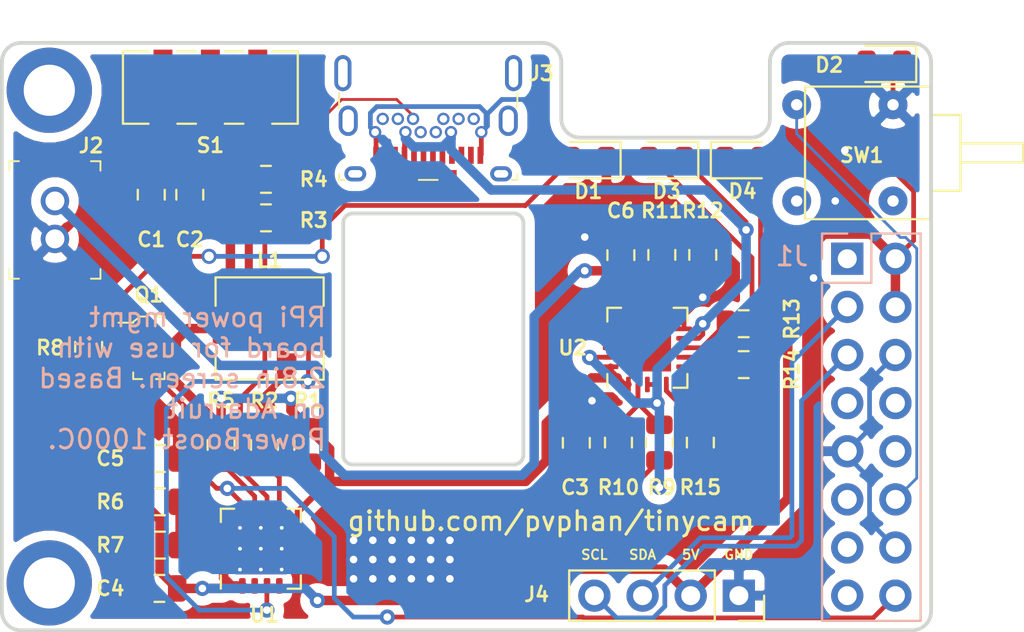
<source format=kicad_pcb>
(kicad_pcb (version 20171130) (host pcbnew 5.1.6-c6e7f7d~87~ubuntu20.04.1)

  (general
    (thickness 1.6)
    (drawings 46)
    (tracks 313)
    (zones 0)
    (modules 37)
    (nets 53)
  )

  (page A4)
  (layers
    (0 F.Cu signal)
    (31 B.Cu signal)
    (32 B.Adhes user)
    (33 F.Adhes user)
    (34 B.Paste user)
    (35 F.Paste user)
    (36 B.SilkS user)
    (37 F.SilkS user)
    (38 B.Mask user)
    (39 F.Mask user)
    (40 Dwgs.User user)
    (41 Cmts.User user)
    (42 Eco1.User user)
    (43 Eco2.User user)
    (44 Edge.Cuts user)
    (45 Margin user)
    (46 B.CrtYd user)
    (47 F.CrtYd user)
    (48 B.Fab user hide)
    (49 F.Fab user hide)
  )

  (setup
    (last_trace_width 0.25)
    (trace_clearance 0.2)
    (zone_clearance 0.508)
    (zone_45_only no)
    (trace_min 0.15)
    (via_size 0.8)
    (via_drill 0.4)
    (via_min_size 0.4)
    (via_min_drill 0.3)
    (uvia_size 0.3)
    (uvia_drill 0.1)
    (uvias_allowed no)
    (uvia_min_size 0.2)
    (uvia_min_drill 0.1)
    (edge_width 0.05)
    (segment_width 0.2)
    (pcb_text_width 0.3)
    (pcb_text_size 1.5 1.5)
    (mod_edge_width 0.12)
    (mod_text_size 1 1)
    (mod_text_width 0.15)
    (pad_size 1.7 1.7)
    (pad_drill 1)
    (pad_to_mask_clearance 0.05)
    (aux_axis_origin 0 0)
    (visible_elements FFFFFF7F)
    (pcbplotparams
      (layerselection 0x010fc_ffffffff)
      (usegerberextensions false)
      (usegerberattributes true)
      (usegerberadvancedattributes true)
      (creategerberjobfile true)
      (excludeedgelayer true)
      (linewidth 0.100000)
      (plotframeref false)
      (viasonmask false)
      (mode 1)
      (useauxorigin false)
      (hpglpennumber 1)
      (hpglpenspeed 20)
      (hpglpendiameter 15.000000)
      (psnegative false)
      (psa4output false)
      (plotreference true)
      (plotvalue true)
      (plotinvisibletext false)
      (padsonsilk false)
      (subtractmaskfromsilk false)
      (outputformat 1)
      (mirror false)
      (drillshape 1)
      (scaleselection 1)
      (outputdirectory ""))
  )

  (net 0 "")
  (net 1 GND)
  (net 2 VBAT)
  (net 3 VBUS)
  (net 4 5.0V)
  (net 5 "Net-(C6-Pad1)")
  (net 6 "Net-(D1-Pad2)")
  (net 7 "Net-(D3-Pad2)")
  (net 8 "Net-(D4-Pad2)")
  (net 9 PI_3V3)
  (net 10 PI_BCM_2_SDA)
  (net 11 PI_BCM_3_SCL)
  (net 12 PI_BCM_4_GPCLK0)
  (net 13 PI_BCM_14_TXD)
  (net 14 PI_BCM_15_RXD)
  (net 15 PI_BCM_17)
  (net 16 PI_BCM_18_PWM0)
  (net 17 PI_BCM_27)
  (net 18 PI_BCM_22)
  (net 19 PI_BCM_23)
  (net 20 "Net-(L1-Pad2)")
  (net 21 "Net-(Q1-Pad2)")
  (net 22 "Net-(R1-Pad2)")
  (net 23 "Net-(R5-Pad2)")
  (net 24 "Net-(R6-Pad2)")
  (net 25 "Net-(R10-Pad1)")
  (net 26 "Net-(R11-Pad1)")
  (net 27 "Net-(R12-Pad1)")
  (net 28 "Net-(R13-Pad2)")
  (net 29 "Net-(R14-Pad2)")
  (net 30 "Net-(R15-Pad1)")
  (net 31 "Net-(S1-Pad3)")
  (net 32 "Net-(S1-Pad4)")
  (net 33 "Net-(S1-Pad5)")
  (net 34 "Net-(S1-Pad6)")
  (net 35 "Net-(U1-Pad2)")
  (net 36 "Net-(U2-Pad6)")
  (net 37 "Net-(J3-PadB2)")
  (net 38 "Net-(J3-PadB3)")
  (net 39 "Net-(J3-PadB5)")
  (net 40 "Net-(J3-PadB8)")
  (net 41 "Net-(J3-PadB10)")
  (net 42 "Net-(J3-PadB11)")
  (net 43 "Net-(J3-PadB6)")
  (net 44 "Net-(J3-PadB7)")
  (net 45 "Net-(J3-PadA11)")
  (net 46 "Net-(J3-PadA10)")
  (net 47 "Net-(J3-PadA8)")
  (net 48 "Net-(J3-PadA7)")
  (net 49 "Net-(J3-PadA6)")
  (net 50 "Net-(J3-PadA5)")
  (net 51 "Net-(J3-PadA3)")
  (net 52 "Net-(J3-PadA2)")

  (net_class Default "This is the default net class."
    (clearance 0.2)
    (trace_width 0.25)
    (via_dia 0.8)
    (via_drill 0.4)
    (uvia_dia 0.3)
    (uvia_drill 0.1)
    (add_net 5.0V)
    (add_net GND)
    (add_net "Net-(C6-Pad1)")
    (add_net "Net-(D1-Pad2)")
    (add_net "Net-(D3-Pad2)")
    (add_net "Net-(D4-Pad2)")
    (add_net "Net-(J3-PadA10)")
    (add_net "Net-(J3-PadA11)")
    (add_net "Net-(J3-PadA2)")
    (add_net "Net-(J3-PadA3)")
    (add_net "Net-(J3-PadA5)")
    (add_net "Net-(J3-PadA6)")
    (add_net "Net-(J3-PadA7)")
    (add_net "Net-(J3-PadA8)")
    (add_net "Net-(J3-PadB10)")
    (add_net "Net-(J3-PadB11)")
    (add_net "Net-(J3-PadB2)")
    (add_net "Net-(J3-PadB3)")
    (add_net "Net-(J3-PadB5)")
    (add_net "Net-(J3-PadB6)")
    (add_net "Net-(J3-PadB7)")
    (add_net "Net-(J3-PadB8)")
    (add_net "Net-(L1-Pad2)")
    (add_net "Net-(Q1-Pad2)")
    (add_net "Net-(R1-Pad2)")
    (add_net "Net-(R10-Pad1)")
    (add_net "Net-(R11-Pad1)")
    (add_net "Net-(R12-Pad1)")
    (add_net "Net-(R13-Pad2)")
    (add_net "Net-(R14-Pad2)")
    (add_net "Net-(R15-Pad1)")
    (add_net "Net-(R5-Pad2)")
    (add_net "Net-(R6-Pad2)")
    (add_net "Net-(S1-Pad3)")
    (add_net "Net-(S1-Pad4)")
    (add_net "Net-(S1-Pad5)")
    (add_net "Net-(S1-Pad6)")
    (add_net "Net-(U1-Pad2)")
    (add_net "Net-(U2-Pad6)")
    (add_net PI_3V3)
    (add_net PI_BCM_14_TXD)
    (add_net PI_BCM_15_RXD)
    (add_net PI_BCM_17)
    (add_net PI_BCM_18_PWM0)
    (add_net PI_BCM_22)
    (add_net PI_BCM_23)
    (add_net PI_BCM_27)
    (add_net PI_BCM_2_SDA)
    (add_net PI_BCM_3_SCL)
    (add_net PI_BCM_4_GPCLK0)
    (add_net VBAT)
    (add_net VBUS)
  )

  (module digikey-footprints:USB-C_Female_E8124-015-01 (layer F.Cu) (tedit 5D28AD42) (tstamp 5F418529)
    (at 173.482 74.93 180)
    (descr https://www.digikey.com/product-detail/en/pulse-electronics-network/E8124-015-01/553-3195-2-ND/5800435)
    (path /5F483AEA)
    (attr smd)
    (fp_text reference J3 (at -5.969 4.318) (layer F.SilkS)
      (effects (font (size 0.75 0.75) (thickness 0.15)))
    )
    (fp_text value USB_C_Receptacle (at 0 9.29) (layer F.Fab)
      (effects (font (size 1 1) (thickness 0.15)))
    )
    (fp_line (start 5.2 8.17) (end -5.2 8.17) (layer F.CrtYd) (width 0.05))
    (fp_line (start -5.2 -1.63) (end -5.2 8.17) (layer F.CrtYd) (width 0.05))
    (fp_line (start 5.2 -1.63) (end 5.2 8.17) (layer F.CrtYd) (width 0.05))
    (fp_line (start 5.2 -1.63) (end -5.2 -1.63) (layer F.CrtYd) (width 0.05))
    (fp_line (start -0.5 -1.3) (end 0.5 -1.3) (layer F.SilkS) (width 0.1))
    (fp_line (start 4.4 -1.3) (end 4.7 -1.3) (layer F.SilkS) (width 0.1))
    (fp_line (start 4.7 -1.3) (end 4.7 -1) (layer F.SilkS) (width 0.1))
    (fp_line (start -4.7 -1.3) (end -4.7 -1) (layer F.SilkS) (width 0.1))
    (fp_line (start -4.7 -1.3) (end -4.4 -1.3) (layer F.SilkS) (width 0.1))
    (fp_line (start -4.7 2.5) (end -4.7 3.3) (layer F.SilkS) (width 0.1))
    (fp_line (start 4.7 2.5) (end 4.7 3.3) (layer F.SilkS) (width 0.1))
    (fp_line (start 4.6 7.92) (end -4.6 7.92) (layer F.Fab) (width 0.1))
    (fp_line (start -4.6 -1.18) (end -4.6 7.92) (layer F.Fab) (width 0.1))
    (fp_line (start 4.6 -1.18) (end 4.6 7.92) (layer F.Fab) (width 0.1))
    (fp_line (start 4.6 -1.18) (end -4.6 -1.18) (layer F.Fab) (width 0.1))
    (fp_text user %R (at 0 3.3) (layer F.Fab)
      (effects (font (size 1 1) (thickness 0.15)))
    )
    (pad SH thru_hole oval (at 4.5 4.335 180) (size 0.9 1.9) (drill oval 0.5 1.5) (layers *.Cu *.Mask))
    (pad SH thru_hole oval (at -4.5 4.335 180) (size 0.9 1.9) (drill oval 0.5 1.5) (layers *.Cu *.Mask))
    (pad SH thru_hole oval (at 4.22 1.82 180) (size 1 1.6) (drill oval 0.6 1.2) (layers *.Cu *.Mask))
    (pad SH thru_hole oval (at -4.22 1.82 180) (size 1 1.6) (drill oval 0.6 1.2) (layers *.Cu *.Mask))
    (pad SH thru_hole oval (at 3.845 -0.98 180) (size 1.15 0.8) (drill oval 0.75 0.4) (layers *.Cu *.Mask))
    (pad SH thru_hole oval (at -3.845 -0.98 180) (size 1.15 0.8) (drill oval 0.75 0.4) (layers *.Cu *.Mask))
    (pad "" smd rect (at 1.25 -0.98 180) (size 0.5 0.4) (layers F.Cu F.Paste F.Mask))
    (pad "" smd rect (at -1.25 -0.98 180) (size 0.5 0.4) (layers F.Cu F.Paste F.Mask))
    (pad "" np_thru_hole oval (at 3.6 0.57 180) (size 0.95 0.65) (drill oval 0.95 0.65) (layers *.Cu *.Mask))
    (pad "" np_thru_hole circle (at -3.6 0.57 180) (size 0.65 0.65) (drill 0.65) (layers *.Cu *.Mask))
    (pad B2 thru_hole circle (at 2.4 1.92 180) (size 0.65 0.65) (drill 0.4) (layers *.Cu *.Mask)
      (net 37 "Net-(J3-PadB2)"))
    (pad B3 thru_hole circle (at 1.6 1.92 180) (size 0.65 0.65) (drill 0.4) (layers *.Cu *.Mask)
      (net 38 "Net-(J3-PadB3)"))
    (pad B5 thru_hole circle (at 0.8 1.92 180) (size 0.65 0.65) (drill 0.4) (layers *.Cu *.Mask)
      (net 39 "Net-(J3-PadB5)"))
    (pad B8 thru_hole circle (at -0.8 1.92 180) (size 0.65 0.65) (drill 0.4) (layers *.Cu *.Mask)
      (net 40 "Net-(J3-PadB8)"))
    (pad B10 thru_hole circle (at -1.6 1.92 180) (size 0.65 0.65) (drill 0.4) (layers *.Cu *.Mask)
      (net 41 "Net-(J3-PadB10)"))
    (pad B11 thru_hole circle (at -2.4 1.92 180) (size 0.65 0.65) (drill 0.4) (layers *.Cu *.Mask)
      (net 42 "Net-(J3-PadB11)"))
    (pad B1 thru_hole circle (at 2.8 1.22 180) (size 0.65 0.65) (drill 0.4) (layers *.Cu *.Mask)
      (net 1 GND))
    (pad B4 thru_hole circle (at 1.2 1.22 180) (size 0.65 0.65) (drill 0.4) (layers *.Cu *.Mask)
      (net 3 VBUS))
    (pad B6 thru_hole circle (at 0.4 1.22 180) (size 0.65 0.65) (drill 0.4) (layers *.Cu *.Mask)
      (net 43 "Net-(J3-PadB6)"))
    (pad B7 thru_hole circle (at -0.4 1.22 180) (size 0.65 0.65) (drill 0.4) (layers *.Cu *.Mask)
      (net 44 "Net-(J3-PadB7)"))
    (pad B9 thru_hole circle (at -1.2 1.22 180) (size 0.65 0.65) (drill 0.4) (layers *.Cu *.Mask)
      (net 3 VBUS))
    (pad B12 thru_hole circle (at -2.8 1.22 180) (size 0.65 0.65) (drill 0.4) (layers *.Cu *.Mask)
      (net 1 GND))
    (pad A12 smd rect (at 2.75 0 180) (size 0.3 0.9) (layers F.Cu F.Paste F.Mask)
      (net 1 GND))
    (pad A11 smd rect (at 2.25 0 180) (size 0.3 0.9) (layers F.Cu F.Paste F.Mask)
      (net 45 "Net-(J3-PadA11)"))
    (pad A10 smd rect (at 1.75 0 180) (size 0.3 0.9) (layers F.Cu F.Paste F.Mask)
      (net 46 "Net-(J3-PadA10)"))
    (pad A9 smd rect (at 1.25 0 180) (size 0.3 0.9) (layers F.Cu F.Paste F.Mask)
      (net 3 VBUS))
    (pad A8 smd rect (at 0.75 0 180) (size 0.3 0.9) (layers F.Cu F.Paste F.Mask)
      (net 47 "Net-(J3-PadA8)"))
    (pad A7 smd rect (at 0.25 0 180) (size 0.3 0.9) (layers F.Cu F.Paste F.Mask)
      (net 48 "Net-(J3-PadA7)"))
    (pad A6 smd rect (at -0.25 0 180) (size 0.3 0.9) (layers F.Cu F.Paste F.Mask)
      (net 49 "Net-(J3-PadA6)"))
    (pad A5 smd rect (at -0.75 0 180) (size 0.3 0.9) (layers F.Cu F.Paste F.Mask)
      (net 50 "Net-(J3-PadA5)"))
    (pad A4 smd rect (at -1.25 0 180) (size 0.3 0.9) (layers F.Cu F.Paste F.Mask)
      (net 3 VBUS))
    (pad A3 smd rect (at -1.75 0 180) (size 0.3 0.9) (layers F.Cu F.Paste F.Mask)
      (net 51 "Net-(J3-PadA3)"))
    (pad A2 smd rect (at -2.25 0 180) (size 0.3 0.9) (layers F.Cu F.Paste F.Mask)
      (net 52 "Net-(J3-PadA2)"))
    (pad A1 smd rect (at -2.75 0 180) (size 0.3 0.9) (layers F.Cu F.Paste F.Mask)
      (net 1 GND))
  )

  (module Package_DFN_QFN:Texas_S-PVQFN-N16_EP2.7x2.7mm_ThermalVias (layer F.Cu) (tedit 5E11FE4E) (tstamp 5F41877F)
    (at 164.6555 95.6945 90)
    (descr "QFN, 16 Pin (http://www.ti.com/lit/ds/symlink/msp430g2001.pdf#page=43), generated with kicad-footprint-generator ipc_noLead_generator.py")
    (tags "QFN NoLead")
    (path /5F6555BE)
    (zone_connect 2)
    (attr smd)
    (fp_text reference U1 (at -3.5 0.1845 180) (layer F.SilkS)
      (effects (font (size 0.75 0.75) (thickness 0.15)))
    )
    (fp_text value TPS61090 (at 0 3.32 90) (layer F.Fab)
      (effects (font (size 1 1) (thickness 0.15)))
    )
    (fp_line (start 2.62 -2.62) (end -2.62 -2.62) (layer F.CrtYd) (width 0.05))
    (fp_line (start 2.62 2.62) (end 2.62 -2.62) (layer F.CrtYd) (width 0.05))
    (fp_line (start -2.62 2.62) (end 2.62 2.62) (layer F.CrtYd) (width 0.05))
    (fp_line (start -2.62 -2.62) (end -2.62 2.62) (layer F.CrtYd) (width 0.05))
    (fp_line (start -2 -1) (end -1 -2) (layer F.Fab) (width 0.1))
    (fp_line (start -2 2) (end -2 -1) (layer F.Fab) (width 0.1))
    (fp_line (start 2 2) (end -2 2) (layer F.Fab) (width 0.1))
    (fp_line (start 2 -2) (end 2 2) (layer F.Fab) (width 0.1))
    (fp_line (start -1 -2) (end 2 -2) (layer F.Fab) (width 0.1))
    (fp_line (start -1.41 -2.11) (end -2.11 -2.11) (layer F.SilkS) (width 0.12))
    (fp_line (start 2.11 2.11) (end 2.11 1.41) (layer F.SilkS) (width 0.12))
    (fp_line (start 1.41 2.11) (end 2.11 2.11) (layer F.SilkS) (width 0.12))
    (fp_line (start -2.11 2.11) (end -2.11 1.41) (layer F.SilkS) (width 0.12))
    (fp_line (start -1.41 2.11) (end -2.11 2.11) (layer F.SilkS) (width 0.12))
    (fp_line (start 2.11 -2.11) (end 2.11 -1.41) (layer F.SilkS) (width 0.12))
    (fp_line (start 1.41 -2.11) (end 2.11 -2.11) (layer F.SilkS) (width 0.12))
    (fp_text user %R (at 0 0.127 90) (layer F.Fab)
      (effects (font (size 1 1) (thickness 0.15)))
    )
    (pad 1 smd roundrect (at -1.9625 -0.975 90) (size 0.825 0.35) (layers F.Cu F.Paste F.Mask) (roundrect_rratio 0.25)
      (net 4 5.0V) (zone_connect 2))
    (pad 2 smd roundrect (at -1.9625 -0.325 90) (size 0.825 0.35) (layers F.Cu F.Paste F.Mask) (roundrect_rratio 0.25)
      (net 35 "Net-(U1-Pad2)") (zone_connect 2))
    (pad 3 smd roundrect (at -1.9625 0.325 90) (size 0.825 0.35) (layers F.Cu F.Paste F.Mask) (roundrect_rratio 0.25)
      (net 20 "Net-(L1-Pad2)") (zone_connect 2))
    (pad 4 smd roundrect (at -1.9625 0.975 90) (size 0.825 0.35) (layers F.Cu F.Paste F.Mask) (roundrect_rratio 0.25)
      (net 20 "Net-(L1-Pad2)") (zone_connect 2))
    (pad 5 smd roundrect (at -0.975 1.9625 90) (size 0.35 0.825) (layers F.Cu F.Paste F.Mask) (roundrect_rratio 0.25)
      (net 1 GND) (zone_connect 2))
    (pad 6 smd roundrect (at -0.325 1.9625 90) (size 0.35 0.825) (layers F.Cu F.Paste F.Mask) (roundrect_rratio 0.25)
      (net 1 GND) (zone_connect 2))
    (pad 7 smd roundrect (at 0.325 1.9625 90) (size 0.35 0.825) (layers F.Cu F.Paste F.Mask) (roundrect_rratio 0.25)
      (net 1 GND) (zone_connect 2))
    (pad 8 smd roundrect (at 0.975 1.9625 90) (size 0.35 0.825) (layers F.Cu F.Paste F.Mask) (roundrect_rratio 0.25)
      (net 2 VBAT) (zone_connect 2))
    (pad 9 smd roundrect (at 1.9625 0.975 90) (size 0.825 0.35) (layers F.Cu F.Paste F.Mask) (roundrect_rratio 0.25)
      (net 22 "Net-(R1-Pad2)") (zone_connect 2))
    (pad 10 smd roundrect (at 1.9625 0.325 90) (size 0.825 0.35) (layers F.Cu F.Paste F.Mask) (roundrect_rratio 0.25)
      (net 1 GND) (zone_connect 2))
    (pad 11 smd roundrect (at 1.9625 -0.325 90) (size 0.825 0.35) (layers F.Cu F.Paste F.Mask) (roundrect_rratio 0.25)
      (net 23 "Net-(R5-Pad2)") (zone_connect 2))
    (pad 12 smd roundrect (at 1.9625 -0.975 90) (size 0.825 0.35) (layers F.Cu F.Paste F.Mask) (roundrect_rratio 0.25)
      (net 19 PI_BCM_23) (zone_connect 2))
    (pad 13 smd roundrect (at 0.975 -1.9625 90) (size 0.35 0.825) (layers F.Cu F.Paste F.Mask) (roundrect_rratio 0.25)
      (net 1 GND) (zone_connect 2))
    (pad 14 smd roundrect (at 0.325 -1.9625 90) (size 0.35 0.825) (layers F.Cu F.Paste F.Mask) (roundrect_rratio 0.25)
      (net 24 "Net-(R6-Pad2)") (zone_connect 2))
    (pad 15 smd roundrect (at -0.325 -1.9625 90) (size 0.35 0.825) (layers F.Cu F.Paste F.Mask) (roundrect_rratio 0.25)
      (net 4 5.0V) (zone_connect 2))
    (pad 16 smd roundrect (at -0.975 -1.9625 90) (size 0.35 0.825) (layers F.Cu F.Paste F.Mask) (roundrect_rratio 0.25)
      (net 4 5.0V) (zone_connect 2))
    (pad 17 smd rect (at 0 0 90) (size 2.7 2.7) (layers F.Cu F.Mask)
      (net 1 GND) (zone_connect 2))
    (pad 17 thru_hole circle (at -1.1 -1.1 90) (size 0.5 0.5) (drill 0.2) (layers *.Cu)
      (net 1 GND) (zone_connect 2))
    (pad 17 thru_hole circle (at 0 -1.1 90) (size 0.5 0.5) (drill 0.2) (layers *.Cu)
      (net 1 GND) (zone_connect 2))
    (pad 17 thru_hole circle (at 1.1 -1.1 90) (size 0.5 0.5) (drill 0.2) (layers *.Cu)
      (net 1 GND) (zone_connect 2))
    (pad 17 thru_hole circle (at -1.1 0 90) (size 0.5 0.5) (drill 0.2) (layers *.Cu)
      (net 1 GND) (zone_connect 2))
    (pad 17 thru_hole circle (at 0 0 90) (size 0.5 0.5) (drill 0.2) (layers *.Cu)
      (net 1 GND) (zone_connect 2))
    (pad 17 thru_hole circle (at 1.1 0 90) (size 0.5 0.5) (drill 0.2) (layers *.Cu)
      (net 1 GND) (zone_connect 2))
    (pad 17 thru_hole circle (at -1.1 1.1 90) (size 0.5 0.5) (drill 0.2) (layers *.Cu)
      (net 1 GND) (zone_connect 2))
    (pad 17 thru_hole circle (at 0 1.1 90) (size 0.5 0.5) (drill 0.2) (layers *.Cu)
      (net 1 GND) (zone_connect 2))
    (pad 17 thru_hole circle (at 1.1 1.1 90) (size 0.5 0.5) (drill 0.2) (layers *.Cu)
      (net 1 GND) (zone_connect 2))
    (pad 17 smd rect (at 0 0 90) (size 2.7 2.7) (layers B.Cu)
      (net 1 GND) (zone_connect 2))
    (pad "" smd roundrect (at -0.55 -0.55 90) (size 0.954594 0.954594) (layers F.Paste) (roundrect_rratio 0.25)
      (zone_connect 2))
    (pad "" smd roundrect (at -0.55 0.55 90) (size 0.954594 0.954594) (layers F.Paste) (roundrect_rratio 0.25)
      (zone_connect 2))
    (pad "" smd roundrect (at 0.55 -0.55 90) (size 0.954594 0.954594) (layers F.Paste) (roundrect_rratio 0.25)
      (zone_connect 2))
    (pad "" smd roundrect (at 0.55 0.55 90) (size 0.954594 0.954594) (layers F.Paste) (roundrect_rratio 0.25)
      (zone_connect 2))
    (model ${KISYS3DMOD}/Package_DFN_QFN.3dshapes/Texas_S-PVQFN-N16_EP2.7x2.7mm.wrl
      (at (xyz 0 0 0))
      (scale (xyz 1 1 1))
      (rotate (xyz 0 0 0))
    )
  )

  (module Button_Switch_SMD:SW_DPDT_CK_JS202011JCQN (layer F.Cu) (tedit 5E695155) (tstamp 5F418324)
    (at 161.99358 71.3548 180)
    (descr "Sub-miniature slide switch, vertical, SMT J bend https://dznh3ojzb2azq.cloudfront.net/products/Slide/JS/documents/datasheet.pdf")
    (tags "switch DPDT SMT")
    (path /5F448C24)
    (attr smd)
    (fp_text reference S1 (at 0 -3.05) (layer F.SilkS)
      (effects (font (size 0.75 0.75) (thickness 0.15)))
    )
    (fp_text value JS202011SCQN (at 0 3.15) (layer F.Fab)
      (effects (font (size 1 1) (thickness 0.15)))
    )
    (fp_line (start -4.5 -1.8) (end 4.5 -1.8) (layer F.Fab) (width 0.1))
    (fp_line (start 4.5 -1.8) (end 4.5 1.8) (layer F.Fab) (width 0.1))
    (fp_line (start 4.5 1.8) (end -4.5 1.8) (layer F.Fab) (width 0.1))
    (fp_line (start -4.5 1.8) (end -4.5 -1.8) (layer F.Fab) (width 0.1))
    (fp_line (start 4.61 -1.91) (end 4.61 1.91) (layer F.SilkS) (width 0.12))
    (fp_line (start -3.26 -1.91) (end -4.61 -1.91) (layer F.SilkS) (width 0.12))
    (fp_line (start -4.61 -1.91) (end -4.61 1.91) (layer F.SilkS) (width 0.12))
    (fp_line (start -4.61 1.91) (end -3.26 1.91) (layer F.SilkS) (width 0.12))
    (fp_line (start -0.76 -1.91) (end -1.74 -1.91) (layer F.SilkS) (width 0.12))
    (fp_line (start 4.61 -1.91) (end 3.26 -1.91) (layer F.SilkS) (width 0.12))
    (fp_line (start 4.61 1.91) (end 3.26 1.91) (layer F.SilkS) (width 0.12))
    (fp_line (start 1.74 -1.91) (end 0.76 -1.91) (layer F.SilkS) (width 0.12))
    (fp_line (start -0.76 1.91) (end -1.74 1.91) (layer F.SilkS) (width 0.12))
    (fp_line (start 1.74 1.91) (end 0.76 1.91) (layer F.SilkS) (width 0.12))
    (fp_line (start -1.75 -0.75) (end 1.75 -0.75) (layer F.Fab) (width 0.1))
    (fp_line (start 1.75 -0.75) (end 1.75 0.75) (layer F.Fab) (width 0.1))
    (fp_line (start 1.75 0.75) (end -1.75 0.75) (layer F.Fab) (width 0.1))
    (fp_line (start -1.75 -0.75) (end -1.75 0.75) (layer F.Fab) (width 0.1))
    (fp_line (start -0.25 -0.75) (end -0.25 0.75) (layer F.Fab) (width 0.1))
    (fp_line (start 4.75 -2.25) (end 4.75 2.25) (layer F.CrtYd) (width 0.05))
    (fp_line (start -4.75 -2.25) (end -4.75 2.25) (layer F.CrtYd) (width 0.05))
    (fp_line (start -4.75 -2.25) (end 4.75 -2.25) (layer F.CrtYd) (width 0.05))
    (fp_line (start 4.75 2.25) (end -4.75 2.25) (layer F.CrtYd) (width 0.05))
    (fp_text user %R (at 0 -3.05) (layer F.Fab)
      (effects (font (size 1 1) (thickness 0.15)))
    )
    (pad 3 smd rect (at 2.5 -1.2 180) (size 1 1.6) (layers F.Cu F.Paste F.Mask)
      (net 31 "Net-(S1-Pad3)"))
    (pad 2 smd rect (at 0 -1.2 180) (size 1 1.6) (layers F.Cu F.Paste F.Mask)
      (net 1 GND))
    (pad 1 smd rect (at -2.5 -1.2 180) (size 1 1.6) (layers F.Cu F.Paste F.Mask)
      (net 23 "Net-(R5-Pad2)"))
    (pad 6 smd rect (at 2.5 1.2 180) (size 1 1.6) (layers F.Cu F.Paste F.Mask)
      (net 34 "Net-(S1-Pad6)"))
    (pad 5 smd rect (at 0 1.2 180) (size 1 1.6) (layers F.Cu F.Paste F.Mask)
      (net 33 "Net-(S1-Pad5)"))
    (pad 4 smd rect (at -2.5 1.2 180) (size 1 1.6) (layers F.Cu F.Paste F.Mask)
      (net 32 "Net-(S1-Pad4)"))
    (model ${KISYS3DMOD}/Button_Switch_SMD.3dshapes/SW_DPDT_CK_JS202011JCQN.wrl
      (at (xyz 0 0 0))
      (scale (xyz 1 1 1))
      (rotate (xyz 0 0 0))
    )
  )

  (module tinycam:FP11SPA1B1TP00 (layer F.Cu) (tedit 5F409F6E) (tstamp 5F41898E)
    (at 195.453 74.803 270)
    (path /5F5697F6)
    (fp_text reference SW1 (at 0.127 -0.889) (layer F.SilkS)
      (effects (font (size 0.75 0.75) (thickness 0.15)))
    )
    (fp_text value SW_SPST (at 0.0254 5.8928 90) (layer F.Fab)
      (effects (font (size 1 1) (thickness 0.15)))
    )
    (fp_line (start 0.5 -9.4) (end 0.5 -6.1) (layer F.SilkS) (width 0.12))
    (fp_line (start -0.5 -9.4) (end 0.5 -9.4) (layer F.SilkS) (width 0.12))
    (fp_line (start -0.5 -9.4) (end -0.5 -6.1) (layer F.SilkS) (width 0.12))
    (fp_line (start 2 -6.1) (end 2 -4.5) (layer F.SilkS) (width 0.12))
    (fp_line (start -2 -6.1) (end 2 -6.1) (layer F.SilkS) (width 0.12))
    (fp_line (start -2 -4.5) (end -2 -6.1) (layer F.SilkS) (width 0.12))
    (fp_line (start -3.5 -4.5) (end -3.5 2.1) (layer F.SilkS) (width 0.12))
    (fp_line (start 3.5 -4.5) (end 3.5 2.1) (layer F.SilkS) (width 0.12))
    (fp_line (start -3.5 2.1) (end 3.5 2.1) (layer F.SilkS) (width 0.12))
    (fp_line (start -3.5 -4.5) (end 3.5 -4.5) (layer F.SilkS) (width 0.12))
    (pad 2 thru_hole circle (at -2.54 -2.54 270) (size 1.524 1.524) (drill 0.6) (layers *.Cu *.Mask)
      (net 1 GND))
    (pad 4 thru_hole circle (at 2.54 -2.54 270) (size 1.524 1.524) (drill 0.6) (layers *.Cu *.Mask))
    (pad 3 thru_hole circle (at 2.54 2.54 270) (size 1.524 1.524) (drill 0.6) (layers *.Cu *.Mask))
    (pad 1 thru_hole circle (at -2.54 2.54 270) (size 1.524 1.524) (drill 0.6) (layers *.Cu *.Mask)
      (net 16 PI_BCM_18_PWM0))
  )

  (module MountingHole:MountingHole_2.7mm_M2.5_ISO7380_Pad (layer F.Cu) (tedit 56D1B4CB) (tstamp 5F43E583)
    (at 153.5 97.5)
    (descr "Mounting Hole 2.7mm, M2.5, ISO7380")
    (tags "mounting hole 2.7mm m2.5 iso7380")
    (path /5F47B4E8)
    (attr virtual)
    (fp_text reference H2 (at 0 -0.091) (layer F.SilkS)
      (effects (font (size 0.75 0.75) (thickness 0.15)))
    )
    (fp_text value MountingHole (at 0 3.25) (layer F.Fab)
      (effects (font (size 1 1) (thickness 0.15)))
    )
    (fp_circle (center 0 0) (end 2.5 0) (layer F.CrtYd) (width 0.05))
    (fp_circle (center 0 0) (end 2.25 0) (layer Cmts.User) (width 0.15))
    (fp_text user %R (at 0.3 0) (layer F.Fab)
      (effects (font (size 1 1) (thickness 0.15)))
    )
    (pad 1 thru_hole circle (at 0 0) (size 4.5 4.5) (drill 2.7) (layers *.Cu *.Mask))
  )

  (module MountingHole:MountingHole_2.7mm_M2.5_ISO7380_Pad (layer F.Cu) (tedit 56D1B4CB) (tstamp 5F43DD42)
    (at 153.5 71.5)
    (descr "Mounting Hole 2.7mm, M2.5, ISO7380")
    (tags "mounting hole 2.7mm m2.5 iso7380")
    (path /5F479AFB)
    (attr virtual)
    (fp_text reference H1 (at 0.043 0.001) (layer F.SilkS)
      (effects (font (size 0.75 0.75) (thickness 0.15)))
    )
    (fp_text value MountingHole (at 0 3.25) (layer F.Fab)
      (effects (font (size 1 1) (thickness 0.15)))
    )
    (fp_circle (center 0 0) (end 2.5 0) (layer F.CrtYd) (width 0.05))
    (fp_circle (center 0 0) (end 2.25 0) (layer Cmts.User) (width 0.15))
    (fp_text user %R (at 0.3 0) (layer F.Fab)
      (effects (font (size 1 1) (thickness 0.15)))
    )
    (pad 1 thru_hole circle (at 0 0) (size 4.5 4.5) (drill 2.7) (layers *.Cu *.Mask))
  )

  (module Connector_PinSocket_2.54mm:PinSocket_1x04_P2.54mm_Vertical (layer F.Cu) (tedit 5A19A429) (tstamp 5F43D312)
    (at 189.865 98.171 270)
    (descr "Through hole straight socket strip, 1x04, 2.54mm pitch, single row (from Kicad 4.0.7), script generated")
    (tags "Through hole socket strip THT 1x04 2.54mm single row")
    (path /5F46CA4B)
    (fp_text reference J4 (at -0.0635 10.668 180) (layer F.SilkS)
      (effects (font (size 0.75 0.75) (thickness 0.15)))
    )
    (fp_text value Conn_01x04 (at 0 10.39 90) (layer F.Fab)
      (effects (font (size 1 1) (thickness 0.15)))
    )
    (fp_line (start -1.8 9.4) (end -1.8 -1.8) (layer F.CrtYd) (width 0.05))
    (fp_line (start 1.75 9.4) (end -1.8 9.4) (layer F.CrtYd) (width 0.05))
    (fp_line (start 1.75 -1.8) (end 1.75 9.4) (layer F.CrtYd) (width 0.05))
    (fp_line (start -1.8 -1.8) (end 1.75 -1.8) (layer F.CrtYd) (width 0.05))
    (fp_line (start 0 -1.33) (end 1.33 -1.33) (layer F.SilkS) (width 0.12))
    (fp_line (start 1.33 -1.33) (end 1.33 0) (layer F.SilkS) (width 0.12))
    (fp_line (start 1.33 1.27) (end 1.33 8.95) (layer F.SilkS) (width 0.12))
    (fp_line (start -1.33 8.95) (end 1.33 8.95) (layer F.SilkS) (width 0.12))
    (fp_line (start -1.33 1.27) (end -1.33 8.95) (layer F.SilkS) (width 0.12))
    (fp_line (start -1.33 1.27) (end 1.33 1.27) (layer F.SilkS) (width 0.12))
    (fp_line (start -1.27 8.89) (end -1.27 -1.27) (layer F.Fab) (width 0.1))
    (fp_line (start 1.27 8.89) (end -1.27 8.89) (layer F.Fab) (width 0.1))
    (fp_line (start 1.27 -0.635) (end 1.27 8.89) (layer F.Fab) (width 0.1))
    (fp_line (start 0.635 -1.27) (end 1.27 -0.635) (layer F.Fab) (width 0.1))
    (fp_line (start -1.27 -1.27) (end 0.635 -1.27) (layer F.Fab) (width 0.1))
    (fp_text user %R (at 0 3.81) (layer F.Fab)
      (effects (font (size 1 1) (thickness 0.15)))
    )
    (pad 4 thru_hole oval (at 0 7.62 270) (size 1.7 1.7) (drill 1) (layers *.Cu *.Mask)
      (net 11 PI_BCM_3_SCL))
    (pad 3 thru_hole oval (at 0 5.08 270) (size 1.7 1.7) (drill 1) (layers *.Cu *.Mask)
      (net 10 PI_BCM_2_SDA))
    (pad 2 thru_hole oval (at 0 2.54 270) (size 1.7 1.7) (drill 1) (layers *.Cu *.Mask)
      (net 4 5.0V))
    (pad 1 thru_hole rect (at 0 0 270) (size 1.7 1.7) (drill 1) (layers *.Cu *.Mask)
      (net 1 GND))
    (model ${KISYS3DMOD}/Connector_PinSocket_2.54mm.3dshapes/PinSocket_1x04_P2.54mm_Vertical.wrl
      (at (xyz 0 0 0))
      (scale (xyz 1 1 1))
      (rotate (xyz 0 0 0))
    )
  )

  (module Connector_PinSocket_2.54mm:PinSocket_2x08_P2.54mm_Vertical (layer B.Cu) (tedit 5A19A42B) (tstamp 5F41A1CB)
    (at 195.58 80.391 180)
    (descr "Through hole straight socket strip, 2x08, 2.54mm pitch, double cols (from Kicad 4.0.7), script generated")
    (tags "Through hole socket strip THT 2x08 2.54mm double row")
    (path /5F8C44B2)
    (fp_text reference J1 (at 2.921 0.127) (layer B.SilkS)
      (effects (font (size 1 1) (thickness 0.15)) (justify mirror))
    )
    (fp_text value Conn_02x08_Odd_Even (at -1.27 -20.55) (layer B.Fab)
      (effects (font (size 1 1) (thickness 0.15)) (justify mirror))
    )
    (fp_line (start -4.34 -19.55) (end -4.34 1.8) (layer B.CrtYd) (width 0.05))
    (fp_line (start 1.76 -19.55) (end -4.34 -19.55) (layer B.CrtYd) (width 0.05))
    (fp_line (start 1.76 1.8) (end 1.76 -19.55) (layer B.CrtYd) (width 0.05))
    (fp_line (start -4.34 1.8) (end 1.76 1.8) (layer B.CrtYd) (width 0.05))
    (fp_line (start 0 1.33) (end 1.33 1.33) (layer B.SilkS) (width 0.12))
    (fp_line (start 1.33 1.33) (end 1.33 0) (layer B.SilkS) (width 0.12))
    (fp_line (start -1.27 1.33) (end -1.27 -1.27) (layer B.SilkS) (width 0.12))
    (fp_line (start -1.27 -1.27) (end 1.33 -1.27) (layer B.SilkS) (width 0.12))
    (fp_line (start 1.33 -1.27) (end 1.33 -19.11) (layer B.SilkS) (width 0.12))
    (fp_line (start -3.87 -19.11) (end 1.33 -19.11) (layer B.SilkS) (width 0.12))
    (fp_line (start -3.87 1.33) (end -3.87 -19.11) (layer B.SilkS) (width 0.12))
    (fp_line (start -3.87 1.33) (end -1.27 1.33) (layer B.SilkS) (width 0.12))
    (fp_line (start -3.81 -19.05) (end -3.81 1.27) (layer B.Fab) (width 0.1))
    (fp_line (start 1.27 -19.05) (end -3.81 -19.05) (layer B.Fab) (width 0.1))
    (fp_line (start 1.27 0.27) (end 1.27 -19.05) (layer B.Fab) (width 0.1))
    (fp_line (start 0.27 1.27) (end 1.27 0.27) (layer B.Fab) (width 0.1))
    (fp_line (start -3.81 1.27) (end 0.27 1.27) (layer B.Fab) (width 0.1))
    (fp_text user %R (at -1.27 -8.89 270) (layer B.Fab)
      (effects (font (size 1 1) (thickness 0.15)) (justify mirror))
    )
    (pad 16 thru_hole oval (at -2.54 -17.78 180) (size 1.7 1.7) (drill 1) (layers *.Cu *.Mask)
      (net 19 PI_BCM_23))
    (pad 15 thru_hole oval (at 0 -17.78 180) (size 1.7 1.7) (drill 1) (layers *.Cu *.Mask)
      (net 18 PI_BCM_22))
    (pad 14 thru_hole oval (at -2.54 -15.24 180) (size 1.7 1.7) (drill 1) (layers *.Cu *.Mask)
      (net 1 GND))
    (pad 13 thru_hole oval (at 0 -15.24 180) (size 1.7 1.7) (drill 1) (layers *.Cu *.Mask)
      (net 17 PI_BCM_27))
    (pad 12 thru_hole oval (at -2.54 -12.7 180) (size 1.7 1.7) (drill 1) (layers *.Cu *.Mask)
      (net 16 PI_BCM_18_PWM0))
    (pad 11 thru_hole oval (at 0 -12.7 180) (size 1.7 1.7) (drill 1) (layers *.Cu *.Mask)
      (net 15 PI_BCM_17))
    (pad 10 thru_hole oval (at -2.54 -10.16 180) (size 1.7 1.7) (drill 1) (layers *.Cu *.Mask)
      (net 14 PI_BCM_15_RXD))
    (pad 9 thru_hole oval (at 0 -10.16 180) (size 1.7 1.7) (drill 1) (layers *.Cu *.Mask)
      (net 1 GND))
    (pad 8 thru_hole oval (at -2.54 -7.62 180) (size 1.7 1.7) (drill 1) (layers *.Cu *.Mask)
      (net 13 PI_BCM_14_TXD))
    (pad 7 thru_hole oval (at 0 -7.62 180) (size 1.7 1.7) (drill 1) (layers *.Cu *.Mask)
      (net 12 PI_BCM_4_GPCLK0))
    (pad 6 thru_hole oval (at -2.54 -5.08 180) (size 1.7 1.7) (drill 1) (layers *.Cu *.Mask)
      (net 1 GND))
    (pad 5 thru_hole oval (at 0 -5.08 180) (size 1.7 1.7) (drill 1) (layers *.Cu *.Mask)
      (net 11 PI_BCM_3_SCL))
    (pad 4 thru_hole oval (at -2.54 -2.54 180) (size 1.7 1.7) (drill 1) (layers *.Cu *.Mask)
      (net 4 5.0V))
    (pad 3 thru_hole oval (at 0 -2.54 180) (size 1.7 1.7) (drill 1) (layers *.Cu *.Mask)
      (net 10 PI_BCM_2_SDA))
    (pad 2 thru_hole oval (at -2.54 0 180) (size 1.7 1.7) (drill 1) (layers *.Cu *.Mask)
      (net 4 5.0V))
    (pad 1 thru_hole rect (at 0 0 180) (size 1.7 1.7) (drill 1) (layers *.Cu *.Mask)
      (net 9 PI_3V3))
    (model ${KISYS3DMOD}/Connector_PinSocket_2.54mm.3dshapes/PinSocket_2x08_P2.54mm_Vertical.wrl
      (at (xyz 0 0 0))
      (scale (xyz 1 1 1))
      (rotate (xyz 0 0 0))
    )
  )

  (module Resistor_SMD:R_0805_2012Metric (layer F.Cu) (tedit 5B36C52B) (tstamp 5F4384B2)
    (at 187.833 90.0915 270)
    (descr "Resistor SMD 0805 (2012 Metric), square (rectangular) end terminal, IPC_7351 nominal, (Body size source: https://docs.google.com/spreadsheets/d/1BsfQQcO9C6DZCsRaXUlFlo91Tg2WpOkGARC1WS5S8t0/edit?usp=sharing), generated with kicad-footprint-generator")
    (tags resistor)
    (path /5F54A894)
    (attr smd)
    (fp_text reference R15 (at 2.3645 0 180) (layer F.SilkS)
      (effects (font (size 0.75 0.75) (thickness 0.15)))
    )
    (fp_text value 15K (at 0 1.65 90) (layer F.Fab)
      (effects (font (size 1 1) (thickness 0.15)))
    )
    (fp_line (start 1.68 0.95) (end -1.68 0.95) (layer F.CrtYd) (width 0.05))
    (fp_line (start 1.68 -0.95) (end 1.68 0.95) (layer F.CrtYd) (width 0.05))
    (fp_line (start -1.68 -0.95) (end 1.68 -0.95) (layer F.CrtYd) (width 0.05))
    (fp_line (start -1.68 0.95) (end -1.68 -0.95) (layer F.CrtYd) (width 0.05))
    (fp_line (start -0.258578 0.71) (end 0.258578 0.71) (layer F.SilkS) (width 0.12))
    (fp_line (start -0.258578 -0.71) (end 0.258578 -0.71) (layer F.SilkS) (width 0.12))
    (fp_line (start 1 0.6) (end -1 0.6) (layer F.Fab) (width 0.1))
    (fp_line (start 1 -0.6) (end 1 0.6) (layer F.Fab) (width 0.1))
    (fp_line (start -1 -0.6) (end 1 -0.6) (layer F.Fab) (width 0.1))
    (fp_line (start -1 0.6) (end -1 -0.6) (layer F.Fab) (width 0.1))
    (fp_text user %R (at 0 0 90) (layer F.Fab)
      (effects (font (size 0.5 0.5) (thickness 0.08)))
    )
    (pad 2 smd roundrect (at 0.9375 0 270) (size 0.975 1.4) (layers F.Cu F.Paste F.Mask) (roundrect_rratio 0.25)
      (net 1 GND))
    (pad 1 smd roundrect (at -0.9375 0 270) (size 0.975 1.4) (layers F.Cu F.Paste F.Mask) (roundrect_rratio 0.25)
      (net 30 "Net-(R15-Pad1)"))
    (model ${KISYS3DMOD}/Resistor_SMD.3dshapes/R_0805_2012Metric.wrl
      (at (xyz 0 0 0))
      (scale (xyz 1 1 1))
      (rotate (xyz 0 0 0))
    )
  )

  (module Resistor_SMD:R_0805_2012Metric (layer F.Cu) (tedit 5B36C52B) (tstamp 5F41A5F7)
    (at 190.119 85.979 180)
    (descr "Resistor SMD 0805 (2012 Metric), square (rectangular) end terminal, IPC_7351 nominal, (Body size source: https://docs.google.com/spreadsheets/d/1BsfQQcO9C6DZCsRaXUlFlo91Tg2WpOkGARC1WS5S8t0/edit?usp=sharing), generated with kicad-footprint-generator")
    (tags resistor)
    (path /604AC6FE)
    (attr smd)
    (fp_text reference R14 (at -2.54 -0.254 270) (layer F.SilkS)
      (effects (font (size 0.75 0.75) (thickness 0.15)))
    )
    (fp_text value 1K (at 0 1.65) (layer F.Fab)
      (effects (font (size 1 1) (thickness 0.15)))
    )
    (fp_line (start 1.68 0.95) (end -1.68 0.95) (layer F.CrtYd) (width 0.05))
    (fp_line (start 1.68 -0.95) (end 1.68 0.95) (layer F.CrtYd) (width 0.05))
    (fp_line (start -1.68 -0.95) (end 1.68 -0.95) (layer F.CrtYd) (width 0.05))
    (fp_line (start -1.68 0.95) (end -1.68 -0.95) (layer F.CrtYd) (width 0.05))
    (fp_line (start -0.258578 0.71) (end 0.258578 0.71) (layer F.SilkS) (width 0.12))
    (fp_line (start -0.258578 -0.71) (end 0.258578 -0.71) (layer F.SilkS) (width 0.12))
    (fp_line (start 1 0.6) (end -1 0.6) (layer F.Fab) (width 0.1))
    (fp_line (start 1 -0.6) (end 1 0.6) (layer F.Fab) (width 0.1))
    (fp_line (start -1 -0.6) (end 1 -0.6) (layer F.Fab) (width 0.1))
    (fp_line (start -1 0.6) (end -1 -0.6) (layer F.Fab) (width 0.1))
    (fp_text user %R (at 0 0 270) (layer F.Fab)
      (effects (font (size 0.5 0.5) (thickness 0.08)))
    )
    (pad 2 smd roundrect (at 0.9375 0 180) (size 0.975 1.4) (layers F.Cu F.Paste F.Mask) (roundrect_rratio 0.25)
      (net 29 "Net-(R14-Pad2)"))
    (pad 1 smd roundrect (at -0.9375 0 180) (size 0.975 1.4) (layers F.Cu F.Paste F.Mask) (roundrect_rratio 0.25)
      (net 8 "Net-(D4-Pad2)"))
    (model ${KISYS3DMOD}/Resistor_SMD.3dshapes/R_0805_2012Metric.wrl
      (at (xyz 0 0 0))
      (scale (xyz 1 1 1))
      (rotate (xyz 0 0 0))
    )
  )

  (module Resistor_SMD:R_0805_2012Metric (layer F.Cu) (tedit 5B36C52B) (tstamp 5F41A621)
    (at 190.119 83.82 180)
    (descr "Resistor SMD 0805 (2012 Metric), square (rectangular) end terminal, IPC_7351 nominal, (Body size source: https://docs.google.com/spreadsheets/d/1BsfQQcO9C6DZCsRaXUlFlo91Tg2WpOkGARC1WS5S8t0/edit?usp=sharing), generated with kicad-footprint-generator")
    (tags resistor)
    (path /604ABE5C)
    (attr smd)
    (fp_text reference R13 (at -2.54 0.254 270) (layer F.SilkS)
      (effects (font (size 0.75 0.75) (thickness 0.15)))
    )
    (fp_text value 1K (at 0 1.65) (layer F.Fab)
      (effects (font (size 1 1) (thickness 0.15)))
    )
    (fp_line (start 1.68 0.95) (end -1.68 0.95) (layer F.CrtYd) (width 0.05))
    (fp_line (start 1.68 -0.95) (end 1.68 0.95) (layer F.CrtYd) (width 0.05))
    (fp_line (start -1.68 -0.95) (end 1.68 -0.95) (layer F.CrtYd) (width 0.05))
    (fp_line (start -1.68 0.95) (end -1.68 -0.95) (layer F.CrtYd) (width 0.05))
    (fp_line (start -0.258578 0.71) (end 0.258578 0.71) (layer F.SilkS) (width 0.12))
    (fp_line (start -0.258578 -0.71) (end 0.258578 -0.71) (layer F.SilkS) (width 0.12))
    (fp_line (start 1 0.6) (end -1 0.6) (layer F.Fab) (width 0.1))
    (fp_line (start 1 -0.6) (end 1 0.6) (layer F.Fab) (width 0.1))
    (fp_line (start -1 -0.6) (end 1 -0.6) (layer F.Fab) (width 0.1))
    (fp_line (start -1 0.6) (end -1 -0.6) (layer F.Fab) (width 0.1))
    (fp_text user %R (at 0 0) (layer F.Fab)
      (effects (font (size 0.5 0.5) (thickness 0.08)))
    )
    (pad 2 smd roundrect (at 0.9375 0 180) (size 0.975 1.4) (layers F.Cu F.Paste F.Mask) (roundrect_rratio 0.25)
      (net 28 "Net-(R13-Pad2)"))
    (pad 1 smd roundrect (at -0.9375 0 180) (size 0.975 1.4) (layers F.Cu F.Paste F.Mask) (roundrect_rratio 0.25)
      (net 7 "Net-(D3-Pad2)"))
    (model ${KISYS3DMOD}/Resistor_SMD.3dshapes/R_0805_2012Metric.wrl
      (at (xyz 0 0 0))
      (scale (xyz 1 1 1))
      (rotate (xyz 0 0 0))
    )
  )

  (module Resistor_SMD:R_0805_2012Metric (layer F.Cu) (tedit 5B36C52B) (tstamp 5F41A5CD)
    (at 187.96 80.1855 90)
    (descr "Resistor SMD 0805 (2012 Metric), square (rectangular) end terminal, IPC_7351 nominal, (Body size source: https://docs.google.com/spreadsheets/d/1BsfQQcO9C6DZCsRaXUlFlo91Tg2WpOkGARC1WS5S8t0/edit?usp=sharing), generated with kicad-footprint-generator")
    (tags resistor)
    (path /6028202F)
    (attr smd)
    (fp_text reference R12 (at 2.3345 0 180) (layer F.SilkS)
      (effects (font (size 0.75 0.75) (thickness 0.15)))
    )
    (fp_text value 100K (at 0 1.65 90) (layer F.Fab)
      (effects (font (size 1 1) (thickness 0.15)))
    )
    (fp_line (start 1.68 0.95) (end -1.68 0.95) (layer F.CrtYd) (width 0.05))
    (fp_line (start 1.68 -0.95) (end 1.68 0.95) (layer F.CrtYd) (width 0.05))
    (fp_line (start -1.68 -0.95) (end 1.68 -0.95) (layer F.CrtYd) (width 0.05))
    (fp_line (start -1.68 0.95) (end -1.68 -0.95) (layer F.CrtYd) (width 0.05))
    (fp_line (start -0.258578 0.71) (end 0.258578 0.71) (layer F.SilkS) (width 0.12))
    (fp_line (start -0.258578 -0.71) (end 0.258578 -0.71) (layer F.SilkS) (width 0.12))
    (fp_line (start 1 0.6) (end -1 0.6) (layer F.Fab) (width 0.1))
    (fp_line (start 1 -0.6) (end 1 0.6) (layer F.Fab) (width 0.1))
    (fp_line (start -1 -0.6) (end 1 -0.6) (layer F.Fab) (width 0.1))
    (fp_line (start -1 0.6) (end -1 -0.6) (layer F.Fab) (width 0.1))
    (fp_text user %R (at 0 0 90) (layer F.Fab)
      (effects (font (size 0.5 0.5) (thickness 0.08)))
    )
    (pad 2 smd roundrect (at 0.9375 0 90) (size 0.975 1.4) (layers F.Cu F.Paste F.Mask) (roundrect_rratio 0.25)
      (net 1 GND))
    (pad 1 smd roundrect (at -0.9375 0 90) (size 0.975 1.4) (layers F.Cu F.Paste F.Mask) (roundrect_rratio 0.25)
      (net 27 "Net-(R12-Pad1)"))
    (model ${KISYS3DMOD}/Resistor_SMD.3dshapes/R_0805_2012Metric.wrl
      (at (xyz 0 0 0))
      (scale (xyz 1 1 1))
      (rotate (xyz 0 0 0))
    )
  )

  (module Resistor_SMD:R_0805_2012Metric (layer F.Cu) (tedit 5B36C52B) (tstamp 5F41A5A3)
    (at 185.801 80.1855 90)
    (descr "Resistor SMD 0805 (2012 Metric), square (rectangular) end terminal, IPC_7351 nominal, (Body size source: https://docs.google.com/spreadsheets/d/1BsfQQcO9C6DZCsRaXUlFlo91Tg2WpOkGARC1WS5S8t0/edit?usp=sharing), generated with kicad-footprint-generator")
    (tags resistor)
    (path /602822E0)
    (attr smd)
    (fp_text reference R11 (at 2.3345 0 180) (layer F.SilkS)
      (effects (font (size 0.75 0.75) (thickness 0.15)))
    )
    (fp_text value 1K (at 0 1.65 90) (layer F.Fab)
      (effects (font (size 1 1) (thickness 0.15)))
    )
    (fp_line (start 1.68 0.95) (end -1.68 0.95) (layer F.CrtYd) (width 0.05))
    (fp_line (start 1.68 -0.95) (end 1.68 0.95) (layer F.CrtYd) (width 0.05))
    (fp_line (start -1.68 -0.95) (end 1.68 -0.95) (layer F.CrtYd) (width 0.05))
    (fp_line (start -1.68 0.95) (end -1.68 -0.95) (layer F.CrtYd) (width 0.05))
    (fp_line (start -0.258578 0.71) (end 0.258578 0.71) (layer F.SilkS) (width 0.12))
    (fp_line (start -0.258578 -0.71) (end 0.258578 -0.71) (layer F.SilkS) (width 0.12))
    (fp_line (start 1 0.6) (end -1 0.6) (layer F.Fab) (width 0.1))
    (fp_line (start 1 -0.6) (end 1 0.6) (layer F.Fab) (width 0.1))
    (fp_line (start -1 -0.6) (end 1 -0.6) (layer F.Fab) (width 0.1))
    (fp_line (start -1 0.6) (end -1 -0.6) (layer F.Fab) (width 0.1))
    (fp_text user %R (at 0 0 90) (layer F.Fab)
      (effects (font (size 0.5 0.5) (thickness 0.08)))
    )
    (pad 2 smd roundrect (at 0.9375 0 90) (size 0.975 1.4) (layers F.Cu F.Paste F.Mask) (roundrect_rratio 0.25)
      (net 1 GND))
    (pad 1 smd roundrect (at -0.9375 0 90) (size 0.975 1.4) (layers F.Cu F.Paste F.Mask) (roundrect_rratio 0.25)
      (net 26 "Net-(R11-Pad1)"))
    (model ${KISYS3DMOD}/Resistor_SMD.3dshapes/R_0805_2012Metric.wrl
      (at (xyz 0 0 0))
      (scale (xyz 1 1 1))
      (rotate (xyz 0 0 0))
    )
  )

  (module Resistor_SMD:R_0805_2012Metric (layer F.Cu) (tedit 5B36C52B) (tstamp 5F438482)
    (at 183.515 90.0915 270)
    (descr "Resistor SMD 0805 (2012 Metric), square (rectangular) end terminal, IPC_7351 nominal, (Body size source: https://docs.google.com/spreadsheets/d/1BsfQQcO9C6DZCsRaXUlFlo91Tg2WpOkGARC1WS5S8t0/edit?usp=sharing), generated with kicad-footprint-generator")
    (tags resistor)
    (path /60213048)
    (attr smd)
    (fp_text reference R10 (at 2.3645 0 180) (layer F.SilkS)
      (effects (font (size 0.75 0.75) (thickness 0.15)))
    )
    (fp_text value 100K (at 0 1.65 90) (layer F.Fab)
      (effects (font (size 1 1) (thickness 0.15)))
    )
    (fp_line (start 1.68 0.95) (end -1.68 0.95) (layer F.CrtYd) (width 0.05))
    (fp_line (start 1.68 -0.95) (end 1.68 0.95) (layer F.CrtYd) (width 0.05))
    (fp_line (start -1.68 -0.95) (end 1.68 -0.95) (layer F.CrtYd) (width 0.05))
    (fp_line (start -1.68 0.95) (end -1.68 -0.95) (layer F.CrtYd) (width 0.05))
    (fp_line (start -0.258578 0.71) (end 0.258578 0.71) (layer F.SilkS) (width 0.12))
    (fp_line (start -0.258578 -0.71) (end 0.258578 -0.71) (layer F.SilkS) (width 0.12))
    (fp_line (start 1 0.6) (end -1 0.6) (layer F.Fab) (width 0.1))
    (fp_line (start 1 -0.6) (end 1 0.6) (layer F.Fab) (width 0.1))
    (fp_line (start -1 -0.6) (end 1 -0.6) (layer F.Fab) (width 0.1))
    (fp_line (start -1 0.6) (end -1 -0.6) (layer F.Fab) (width 0.1))
    (fp_text user %R (at 0 0 90) (layer F.Fab)
      (effects (font (size 0.5 0.5) (thickness 0.08)))
    )
    (pad 2 smd roundrect (at 0.9375 0 270) (size 0.975 1.4) (layers F.Cu F.Paste F.Mask) (roundrect_rratio 0.25)
      (net 1 GND))
    (pad 1 smd roundrect (at -0.9375 0 270) (size 0.975 1.4) (layers F.Cu F.Paste F.Mask) (roundrect_rratio 0.25)
      (net 25 "Net-(R10-Pad1)"))
    (model ${KISYS3DMOD}/Resistor_SMD.3dshapes/R_0805_2012Metric.wrl
      (at (xyz 0 0 0))
      (scale (xyz 1 1 1))
      (rotate (xyz 0 0 0))
    )
  )

  (module Resistor_SMD:R_0805_2012Metric (layer F.Cu) (tedit 5B36C52B) (tstamp 5F438452)
    (at 185.674 90.0915 90)
    (descr "Resistor SMD 0805 (2012 Metric), square (rectangular) end terminal, IPC_7351 nominal, (Body size source: https://docs.google.com/spreadsheets/d/1BsfQQcO9C6DZCsRaXUlFlo91Tg2WpOkGARC1WS5S8t0/edit?usp=sharing), generated with kicad-footprint-generator")
    (tags resistor)
    (path /6021171C)
    (attr smd)
    (fp_text reference R9 (at -2.3645 0.127 180) (layer F.SilkS)
      (effects (font (size 0.75 0.75) (thickness 0.15)))
    )
    (fp_text value 270K (at 0 1.524 90) (layer F.Fab)
      (effects (font (size 1 1) (thickness 0.15)))
    )
    (fp_line (start 1.68 0.95) (end -1.68 0.95) (layer F.CrtYd) (width 0.05))
    (fp_line (start 1.68 -0.95) (end 1.68 0.95) (layer F.CrtYd) (width 0.05))
    (fp_line (start -1.68 -0.95) (end 1.68 -0.95) (layer F.CrtYd) (width 0.05))
    (fp_line (start -1.68 0.95) (end -1.68 -0.95) (layer F.CrtYd) (width 0.05))
    (fp_line (start -0.258578 0.71) (end 0.258578 0.71) (layer F.SilkS) (width 0.12))
    (fp_line (start -0.258578 -0.71) (end 0.258578 -0.71) (layer F.SilkS) (width 0.12))
    (fp_line (start 1 0.6) (end -1 0.6) (layer F.Fab) (width 0.1))
    (fp_line (start 1 -0.6) (end 1 0.6) (layer F.Fab) (width 0.1))
    (fp_line (start -1 -0.6) (end 1 -0.6) (layer F.Fab) (width 0.1))
    (fp_line (start -1 0.6) (end -1 -0.6) (layer F.Fab) (width 0.1))
    (fp_text user %R (at 0 0 90) (layer F.Fab)
      (effects (font (size 0.5 0.5) (thickness 0.08)))
    )
    (pad 2 smd roundrect (at 0.9375 0 90) (size 0.975 1.4) (layers F.Cu F.Paste F.Mask) (roundrect_rratio 0.25)
      (net 25 "Net-(R10-Pad1)"))
    (pad 1 smd roundrect (at -0.9375 0 90) (size 0.975 1.4) (layers F.Cu F.Paste F.Mask) (roundrect_rratio 0.25)
      (net 3 VBUS))
    (model ${KISYS3DMOD}/Resistor_SMD.3dshapes/R_0805_2012Metric.wrl
      (at (xyz 0 0 0))
      (scale (xyz 1 1 1))
      (rotate (xyz 0 0 0))
    )
  )

  (module Resistor_SMD:R_0805_2012Metric (layer F.Cu) (tedit 5B36C52B) (tstamp 5F418730)
    (at 155.575 85.0415 90)
    (descr "Resistor SMD 0805 (2012 Metric), square (rectangular) end terminal, IPC_7351 nominal, (Body size source: https://docs.google.com/spreadsheets/d/1BsfQQcO9C6DZCsRaXUlFlo91Tg2WpOkGARC1WS5S8t0/edit?usp=sharing), generated with kicad-footprint-generator")
    (tags resistor)
    (path /5F6F23A9)
    (attr smd)
    (fp_text reference R8 (at -0.0485 -2.032 180) (layer F.SilkS)
      (effects (font (size 0.75 0.75) (thickness 0.15)))
    )
    (fp_text value 1K (at 0 1.65 90) (layer F.Fab)
      (effects (font (size 1 1) (thickness 0.15)))
    )
    (fp_line (start 1.68 0.95) (end -1.68 0.95) (layer F.CrtYd) (width 0.05))
    (fp_line (start 1.68 -0.95) (end 1.68 0.95) (layer F.CrtYd) (width 0.05))
    (fp_line (start -1.68 -0.95) (end 1.68 -0.95) (layer F.CrtYd) (width 0.05))
    (fp_line (start -1.68 0.95) (end -1.68 -0.95) (layer F.CrtYd) (width 0.05))
    (fp_line (start -0.258578 0.71) (end 0.258578 0.71) (layer F.SilkS) (width 0.12))
    (fp_line (start -0.258578 -0.71) (end 0.258578 -0.71) (layer F.SilkS) (width 0.12))
    (fp_line (start 1 0.6) (end -1 0.6) (layer F.Fab) (width 0.1))
    (fp_line (start 1 -0.6) (end 1 0.6) (layer F.Fab) (width 0.1))
    (fp_line (start -1 -0.6) (end 1 -0.6) (layer F.Fab) (width 0.1))
    (fp_line (start -1 0.6) (end -1 -0.6) (layer F.Fab) (width 0.1))
    (fp_text user %R (at 0 0 90) (layer F.Fab)
      (effects (font (size 0.5 0.5) (thickness 0.08)))
    )
    (pad 2 smd roundrect (at 0.9375 0 90) (size 0.975 1.4) (layers F.Cu F.Paste F.Mask) (roundrect_rratio 0.25)
      (net 6 "Net-(D1-Pad2)"))
    (pad 1 smd roundrect (at -0.9375 0 90) (size 0.975 1.4) (layers F.Cu F.Paste F.Mask) (roundrect_rratio 0.25)
      (net 21 "Net-(Q1-Pad2)"))
    (model ${KISYS3DMOD}/Resistor_SMD.3dshapes/R_0805_2012Metric.wrl
      (at (xyz 0 0 0))
      (scale (xyz 1 1 1))
      (rotate (xyz 0 0 0))
    )
  )

  (module Resistor_SMD:R_0805_2012Metric (layer F.Cu) (tedit 5B36C52B) (tstamp 5F4188D7)
    (at 159.3365 95.504 180)
    (descr "Resistor SMD 0805 (2012 Metric), square (rectangular) end terminal, IPC_7351 nominal, (Body size source: https://docs.google.com/spreadsheets/d/1BsfQQcO9C6DZCsRaXUlFlo91Tg2WpOkGARC1WS5S8t0/edit?usp=sharing), generated with kicad-footprint-generator")
    (tags resistor)
    (path /5F8CAE07)
    (attr smd)
    (fp_text reference R7 (at 2.6185 0) (layer F.SilkS)
      (effects (font (size 0.75 0.75) (thickness 0.15)))
    )
    (fp_text value 200K (at 0 1.65) (layer F.Fab)
      (effects (font (size 1 1) (thickness 0.15)))
    )
    (fp_line (start 1.68 0.95) (end -1.68 0.95) (layer F.CrtYd) (width 0.05))
    (fp_line (start 1.68 -0.95) (end 1.68 0.95) (layer F.CrtYd) (width 0.05))
    (fp_line (start -1.68 -0.95) (end 1.68 -0.95) (layer F.CrtYd) (width 0.05))
    (fp_line (start -1.68 0.95) (end -1.68 -0.95) (layer F.CrtYd) (width 0.05))
    (fp_line (start -0.258578 0.71) (end 0.258578 0.71) (layer F.SilkS) (width 0.12))
    (fp_line (start -0.258578 -0.71) (end 0.258578 -0.71) (layer F.SilkS) (width 0.12))
    (fp_line (start 1 0.6) (end -1 0.6) (layer F.Fab) (width 0.1))
    (fp_line (start 1 -0.6) (end 1 0.6) (layer F.Fab) (width 0.1))
    (fp_line (start -1 -0.6) (end 1 -0.6) (layer F.Fab) (width 0.1))
    (fp_line (start -1 0.6) (end -1 -0.6) (layer F.Fab) (width 0.1))
    (fp_text user %R (at 0 0) (layer F.Fab)
      (effects (font (size 0.5 0.5) (thickness 0.08)))
    )
    (pad 2 smd roundrect (at 0.9375 0 180) (size 0.975 1.4) (layers F.Cu F.Paste F.Mask) (roundrect_rratio 0.25)
      (net 1 GND))
    (pad 1 smd roundrect (at -0.9375 0 180) (size 0.975 1.4) (layers F.Cu F.Paste F.Mask) (roundrect_rratio 0.25)
      (net 24 "Net-(R6-Pad2)"))
    (model ${KISYS3DMOD}/Resistor_SMD.3dshapes/R_0805_2012Metric.wrl
      (at (xyz 0 0 0))
      (scale (xyz 1 1 1))
      (rotate (xyz 0 0 0))
    )
  )

  (module Resistor_SMD:R_0805_2012Metric (layer F.Cu) (tedit 5B36C52B) (tstamp 5F418706)
    (at 159.3365 93.218)
    (descr "Resistor SMD 0805 (2012 Metric), square (rectangular) end terminal, IPC_7351 nominal, (Body size source: https://docs.google.com/spreadsheets/d/1BsfQQcO9C6DZCsRaXUlFlo91Tg2WpOkGARC1WS5S8t0/edit?usp=sharing), generated with kicad-footprint-generator")
    (tags resistor)
    (path /5F8BEB0C)
    (attr smd)
    (fp_text reference R6 (at -2.6185 0) (layer F.SilkS)
      (effects (font (size 0.75 0.75) (thickness 0.15)))
    )
    (fp_text value 1.87M (at 0 1.65) (layer F.Fab)
      (effects (font (size 1 1) (thickness 0.15)))
    )
    (fp_line (start 1.68 0.95) (end -1.68 0.95) (layer F.CrtYd) (width 0.05))
    (fp_line (start 1.68 -0.95) (end 1.68 0.95) (layer F.CrtYd) (width 0.05))
    (fp_line (start -1.68 -0.95) (end 1.68 -0.95) (layer F.CrtYd) (width 0.05))
    (fp_line (start -1.68 0.95) (end -1.68 -0.95) (layer F.CrtYd) (width 0.05))
    (fp_line (start -0.258578 0.71) (end 0.258578 0.71) (layer F.SilkS) (width 0.12))
    (fp_line (start -0.258578 -0.71) (end 0.258578 -0.71) (layer F.SilkS) (width 0.12))
    (fp_line (start 1 0.6) (end -1 0.6) (layer F.Fab) (width 0.1))
    (fp_line (start 1 -0.6) (end 1 0.6) (layer F.Fab) (width 0.1))
    (fp_line (start -1 -0.6) (end 1 -0.6) (layer F.Fab) (width 0.1))
    (fp_line (start -1 0.6) (end -1 -0.6) (layer F.Fab) (width 0.1))
    (fp_text user %R (at 0 0) (layer F.Fab)
      (effects (font (size 0.5 0.5) (thickness 0.08)))
    )
    (pad 2 smd roundrect (at 0.9375 0) (size 0.975 1.4) (layers F.Cu F.Paste F.Mask) (roundrect_rratio 0.25)
      (net 24 "Net-(R6-Pad2)"))
    (pad 1 smd roundrect (at -0.9375 0) (size 0.975 1.4) (layers F.Cu F.Paste F.Mask) (roundrect_rratio 0.25)
      (net 4 5.0V))
    (model ${KISYS3DMOD}/Resistor_SMD.3dshapes/R_0805_2012Metric.wrl
      (at (xyz 0 0 0))
      (scale (xyz 1 1 1))
      (rotate (xyz 0 0 0))
    )
  )

  (module Resistor_SMD:R_0805_2012Metric (layer F.Cu) (tedit 5B36C52B) (tstamp 5F418601)
    (at 162.56 90.2185 270)
    (descr "Resistor SMD 0805 (2012 Metric), square (rectangular) end terminal, IPC_7351 nominal, (Body size source: https://docs.google.com/spreadsheets/d/1BsfQQcO9C6DZCsRaXUlFlo91Tg2WpOkGARC1WS5S8t0/edit?usp=sharing), generated with kicad-footprint-generator")
    (tags resistor)
    (path /5F596ACA)
    (attr smd)
    (fp_text reference R5 (at -2.3345 0 180) (layer F.SilkS)
      (effects (font (size 0.75 0.75) (thickness 0.15)))
    )
    (fp_text value 200K (at 0 1.65 90) (layer F.Fab)
      (effects (font (size 1 1) (thickness 0.15)))
    )
    (fp_line (start 1.68 0.95) (end -1.68 0.95) (layer F.CrtYd) (width 0.05))
    (fp_line (start 1.68 -0.95) (end 1.68 0.95) (layer F.CrtYd) (width 0.05))
    (fp_line (start -1.68 -0.95) (end 1.68 -0.95) (layer F.CrtYd) (width 0.05))
    (fp_line (start -1.68 0.95) (end -1.68 -0.95) (layer F.CrtYd) (width 0.05))
    (fp_line (start -0.258578 0.71) (end 0.258578 0.71) (layer F.SilkS) (width 0.12))
    (fp_line (start -0.258578 -0.71) (end 0.258578 -0.71) (layer F.SilkS) (width 0.12))
    (fp_line (start 1 0.6) (end -1 0.6) (layer F.Fab) (width 0.1))
    (fp_line (start 1 -0.6) (end 1 0.6) (layer F.Fab) (width 0.1))
    (fp_line (start -1 -0.6) (end 1 -0.6) (layer F.Fab) (width 0.1))
    (fp_line (start -1 0.6) (end -1 -0.6) (layer F.Fab) (width 0.1))
    (fp_text user %R (at 0 0 90) (layer F.Fab)
      (effects (font (size 0.5 0.5) (thickness 0.08)))
    )
    (pad 2 smd roundrect (at 0.9375 0 270) (size 0.975 1.4) (layers F.Cu F.Paste F.Mask) (roundrect_rratio 0.25)
      (net 23 "Net-(R5-Pad2)"))
    (pad 1 smd roundrect (at -0.9375 0 270) (size 0.975 1.4) (layers F.Cu F.Paste F.Mask) (roundrect_rratio 0.25)
      (net 2 VBAT))
    (model ${KISYS3DMOD}/Resistor_SMD.3dshapes/R_0805_2012Metric.wrl
      (at (xyz 0 0 0))
      (scale (xyz 1 1 1))
      (rotate (xyz 0 0 0))
    )
  )

  (module Resistor_SMD:R_0805_2012Metric (layer F.Cu) (tedit 5B36C52B) (tstamp 5F41862B)
    (at 164.9245 76.2)
    (descr "Resistor SMD 0805 (2012 Metric), square (rectangular) end terminal, IPC_7351 nominal, (Body size source: https://docs.google.com/spreadsheets/d/1BsfQQcO9C6DZCsRaXUlFlo91Tg2WpOkGARC1WS5S8t0/edit?usp=sharing), generated with kicad-footprint-generator")
    (tags resistor)
    (path /600F482B)
    (attr smd)
    (fp_text reference R4 (at 2.517 0) (layer F.SilkS)
      (effects (font (size 0.75 0.75) (thickness 0.15)))
    )
    (fp_text value 5.1k (at 0 1.65) (layer F.Fab)
      (effects (font (size 1 1) (thickness 0.15)))
    )
    (fp_line (start 1.68 0.95) (end -1.68 0.95) (layer F.CrtYd) (width 0.05))
    (fp_line (start 1.68 -0.95) (end 1.68 0.95) (layer F.CrtYd) (width 0.05))
    (fp_line (start -1.68 -0.95) (end 1.68 -0.95) (layer F.CrtYd) (width 0.05))
    (fp_line (start -1.68 0.95) (end -1.68 -0.95) (layer F.CrtYd) (width 0.05))
    (fp_line (start -0.258578 0.71) (end 0.258578 0.71) (layer F.SilkS) (width 0.12))
    (fp_line (start -0.258578 -0.71) (end 0.258578 -0.71) (layer F.SilkS) (width 0.12))
    (fp_line (start 1 0.6) (end -1 0.6) (layer F.Fab) (width 0.1))
    (fp_line (start 1 -0.6) (end 1 0.6) (layer F.Fab) (width 0.1))
    (fp_line (start -1 -0.6) (end 1 -0.6) (layer F.Fab) (width 0.1))
    (fp_line (start -1 0.6) (end -1 -0.6) (layer F.Fab) (width 0.1))
    (fp_text user %R (at 0 0) (layer F.Fab)
      (effects (font (size 0.5 0.5) (thickness 0.08)))
    )
    (pad 2 smd roundrect (at 0.9375 0) (size 0.975 1.4) (layers F.Cu F.Paste F.Mask) (roundrect_rratio 0.25)
      (net 39 "Net-(J3-PadB5)"))
    (pad 1 smd roundrect (at -0.9375 0) (size 0.975 1.4) (layers F.Cu F.Paste F.Mask) (roundrect_rratio 0.25)
      (net 1 GND))
    (model ${KISYS3DMOD}/Resistor_SMD.3dshapes/R_0805_2012Metric.wrl
      (at (xyz 0 0 0))
      (scale (xyz 1 1 1))
      (rotate (xyz 0 0 0))
    )
  )

  (module Resistor_SMD:R_0805_2012Metric (layer F.Cu) (tedit 5B36C52B) (tstamp 5F4186A6)
    (at 164.9245 78.232)
    (descr "Resistor SMD 0805 (2012 Metric), square (rectangular) end terminal, IPC_7351 nominal, (Body size source: https://docs.google.com/spreadsheets/d/1BsfQQcO9C6DZCsRaXUlFlo91Tg2WpOkGARC1WS5S8t0/edit?usp=sharing), generated with kicad-footprint-generator")
    (tags resistor)
    (path /600F42D8)
    (attr smd)
    (fp_text reference R3 (at 2.517 0.127) (layer F.SilkS)
      (effects (font (size 0.75 0.75) (thickness 0.15)))
    )
    (fp_text value 5.1k (at 0 1.65) (layer F.Fab)
      (effects (font (size 1 1) (thickness 0.15)))
    )
    (fp_line (start 1.68 0.95) (end -1.68 0.95) (layer F.CrtYd) (width 0.05))
    (fp_line (start 1.68 -0.95) (end 1.68 0.95) (layer F.CrtYd) (width 0.05))
    (fp_line (start -1.68 -0.95) (end 1.68 -0.95) (layer F.CrtYd) (width 0.05))
    (fp_line (start -1.68 0.95) (end -1.68 -0.95) (layer F.CrtYd) (width 0.05))
    (fp_line (start -0.258578 0.71) (end 0.258578 0.71) (layer F.SilkS) (width 0.12))
    (fp_line (start -0.258578 -0.71) (end 0.258578 -0.71) (layer F.SilkS) (width 0.12))
    (fp_line (start 1 0.6) (end -1 0.6) (layer F.Fab) (width 0.1))
    (fp_line (start 1 -0.6) (end 1 0.6) (layer F.Fab) (width 0.1))
    (fp_line (start -1 -0.6) (end 1 -0.6) (layer F.Fab) (width 0.1))
    (fp_line (start -1 0.6) (end -1 -0.6) (layer F.Fab) (width 0.1))
    (fp_text user %R (at 0 0) (layer F.Fab)
      (effects (font (size 0.5 0.5) (thickness 0.08)))
    )
    (pad 2 smd roundrect (at 0.9375 0) (size 0.975 1.4) (layers F.Cu F.Paste F.Mask) (roundrect_rratio 0.25)
      (net 50 "Net-(J3-PadA5)"))
    (pad 1 smd roundrect (at -0.9375 0) (size 0.975 1.4) (layers F.Cu F.Paste F.Mask) (roundrect_rratio 0.25)
      (net 1 GND))
    (model ${KISYS3DMOD}/Resistor_SMD.3dshapes/R_0805_2012Metric.wrl
      (at (xyz 0 0 0))
      (scale (xyz 1 1 1))
      (rotate (xyz 0 0 0))
    )
  )

  (module Resistor_SMD:R_0805_2012Metric (layer F.Cu) (tedit 5B36C52B) (tstamp 5F4185D7)
    (at 164.846 90.2185 90)
    (descr "Resistor SMD 0805 (2012 Metric), square (rectangular) end terminal, IPC_7351 nominal, (Body size source: https://docs.google.com/spreadsheets/d/1BsfQQcO9C6DZCsRaXUlFlo91Tg2WpOkGARC1WS5S8t0/edit?usp=sharing), generated with kicad-footprint-generator")
    (tags resistor)
    (path /5FF2719D)
    (attr smd)
    (fp_text reference R2 (at 2.3345 0 180) (layer F.SilkS)
      (effects (font (size 0.75 0.75) (thickness 0.15)))
    )
    (fp_text value 340K (at 0 1.65 90) (layer F.Fab)
      (effects (font (size 1 1) (thickness 0.15)))
    )
    (fp_line (start 1.68 0.95) (end -1.68 0.95) (layer F.CrtYd) (width 0.05))
    (fp_line (start 1.68 -0.95) (end 1.68 0.95) (layer F.CrtYd) (width 0.05))
    (fp_line (start -1.68 -0.95) (end 1.68 -0.95) (layer F.CrtYd) (width 0.05))
    (fp_line (start -1.68 0.95) (end -1.68 -0.95) (layer F.CrtYd) (width 0.05))
    (fp_line (start -0.258578 0.71) (end 0.258578 0.71) (layer F.SilkS) (width 0.12))
    (fp_line (start -0.258578 -0.71) (end 0.258578 -0.71) (layer F.SilkS) (width 0.12))
    (fp_line (start 1 0.6) (end -1 0.6) (layer F.Fab) (width 0.1))
    (fp_line (start 1 -0.6) (end 1 0.6) (layer F.Fab) (width 0.1))
    (fp_line (start -1 -0.6) (end 1 -0.6) (layer F.Fab) (width 0.1))
    (fp_line (start -1 0.6) (end -1 -0.6) (layer F.Fab) (width 0.1))
    (fp_text user %R (at 0 0 90) (layer F.Fab)
      (effects (font (size 0.5 0.5) (thickness 0.08)))
    )
    (pad 2 smd roundrect (at 0.9375 0 90) (size 0.975 1.4) (layers F.Cu F.Paste F.Mask) (roundrect_rratio 0.25)
      (net 1 GND))
    (pad 1 smd roundrect (at -0.9375 0 90) (size 0.975 1.4) (layers F.Cu F.Paste F.Mask) (roundrect_rratio 0.25)
      (net 22 "Net-(R1-Pad2)"))
    (model ${KISYS3DMOD}/Resistor_SMD.3dshapes/R_0805_2012Metric.wrl
      (at (xyz 0 0 0))
      (scale (xyz 1 1 1))
      (rotate (xyz 0 0 0))
    )
  )

  (module Resistor_SMD:R_0805_2012Metric (layer F.Cu) (tedit 5B36C52B) (tstamp 5F4183FD)
    (at 167.132 90.2185 270)
    (descr "Resistor SMD 0805 (2012 Metric), square (rectangular) end terminal, IPC_7351 nominal, (Body size source: https://docs.google.com/spreadsheets/d/1BsfQQcO9C6DZCsRaXUlFlo91Tg2WpOkGARC1WS5S8t0/edit?usp=sharing), generated with kicad-footprint-generator")
    (tags resistor)
    (path /5FF23E2D)
    (attr smd)
    (fp_text reference R1 (at -2.3345 0 180) (layer F.SilkS)
      (effects (font (size 0.75 0.75) (thickness 0.15)))
    )
    (fp_text value 1.87M (at 0 1.65 90) (layer F.Fab)
      (effects (font (size 1 1) (thickness 0.15)))
    )
    (fp_line (start 1.68 0.95) (end -1.68 0.95) (layer F.CrtYd) (width 0.05))
    (fp_line (start 1.68 -0.95) (end 1.68 0.95) (layer F.CrtYd) (width 0.05))
    (fp_line (start -1.68 -0.95) (end 1.68 -0.95) (layer F.CrtYd) (width 0.05))
    (fp_line (start -1.68 0.95) (end -1.68 -0.95) (layer F.CrtYd) (width 0.05))
    (fp_line (start -0.258578 0.71) (end 0.258578 0.71) (layer F.SilkS) (width 0.12))
    (fp_line (start -0.258578 -0.71) (end 0.258578 -0.71) (layer F.SilkS) (width 0.12))
    (fp_line (start 1 0.6) (end -1 0.6) (layer F.Fab) (width 0.1))
    (fp_line (start 1 -0.6) (end 1 0.6) (layer F.Fab) (width 0.1))
    (fp_line (start -1 -0.6) (end 1 -0.6) (layer F.Fab) (width 0.1))
    (fp_line (start -1 0.6) (end -1 -0.6) (layer F.Fab) (width 0.1))
    (fp_text user %R (at -0.0485 0 90) (layer F.Fab)
      (effects (font (size 0.5 0.5) (thickness 0.08)))
    )
    (pad 2 smd roundrect (at 0.9375 0 270) (size 0.975 1.4) (layers F.Cu F.Paste F.Mask) (roundrect_rratio 0.25)
      (net 22 "Net-(R1-Pad2)"))
    (pad 1 smd roundrect (at -0.9375 0 270) (size 0.975 1.4) (layers F.Cu F.Paste F.Mask) (roundrect_rratio 0.25)
      (net 2 VBAT))
    (model ${KISYS3DMOD}/Resistor_SMD.3dshapes/R_0805_2012Metric.wrl
      (at (xyz 0 0 0))
      (scale (xyz 1 1 1))
      (rotate (xyz 0 0 0))
    )
  )

  (module Capacitor_SMD:C_0805_2012Metric (layer F.Cu) (tedit 5B36C52B) (tstamp 5F418A8F)
    (at 159.3365 90.932)
    (descr "Capacitor SMD 0805 (2012 Metric), square (rectangular) end terminal, IPC_7351 nominal, (Body size source: https://docs.google.com/spreadsheets/d/1BsfQQcO9C6DZCsRaXUlFlo91Tg2WpOkGARC1WS5S8t0/edit?usp=sharing), generated with kicad-footprint-generator")
    (tags capacitor)
    (path /5FA5D4AB)
    (attr smd)
    (fp_text reference C5 (at -2.6185 0) (layer F.SilkS)
      (effects (font (size 0.75 0.75) (thickness 0.15)))
    )
    (fp_text value "100 uF" (at 0 1.65) (layer F.Fab)
      (effects (font (size 1 1) (thickness 0.15)))
    )
    (fp_line (start 1.68 0.95) (end -1.68 0.95) (layer F.CrtYd) (width 0.05))
    (fp_line (start 1.68 -0.95) (end 1.68 0.95) (layer F.CrtYd) (width 0.05))
    (fp_line (start -1.68 -0.95) (end 1.68 -0.95) (layer F.CrtYd) (width 0.05))
    (fp_line (start -1.68 0.95) (end -1.68 -0.95) (layer F.CrtYd) (width 0.05))
    (fp_line (start -0.258578 0.71) (end 0.258578 0.71) (layer F.SilkS) (width 0.12))
    (fp_line (start -0.258578 -0.71) (end 0.258578 -0.71) (layer F.SilkS) (width 0.12))
    (fp_line (start 1 0.6) (end -1 0.6) (layer F.Fab) (width 0.1))
    (fp_line (start 1 -0.6) (end 1 0.6) (layer F.Fab) (width 0.1))
    (fp_line (start -1 -0.6) (end 1 -0.6) (layer F.Fab) (width 0.1))
    (fp_line (start -1 0.6) (end -1 -0.6) (layer F.Fab) (width 0.1))
    (fp_text user %R (at 0 0) (layer F.Fab)
      (effects (font (size 0.5 0.5) (thickness 0.08)))
    )
    (pad 2 smd roundrect (at 0.9375 0) (size 0.975 1.4) (layers F.Cu F.Paste F.Mask) (roundrect_rratio 0.25)
      (net 1 GND))
    (pad 1 smd roundrect (at -0.9375 0) (size 0.975 1.4) (layers F.Cu F.Paste F.Mask) (roundrect_rratio 0.25)
      (net 4 5.0V))
    (model ${KISYS3DMOD}/Capacitor_SMD.3dshapes/C_0805_2012Metric.wrl
      (at (xyz 0 0 0))
      (scale (xyz 1 1 1))
      (rotate (xyz 0 0 0))
    )
  )

  (module Capacitor_SMD:C_0805_2012Metric (layer F.Cu) (tedit 5B36C52B) (tstamp 5F418A5F)
    (at 159.3065 97.79 180)
    (descr "Capacitor SMD 0805 (2012 Metric), square (rectangular) end terminal, IPC_7351 nominal, (Body size source: https://docs.google.com/spreadsheets/d/1BsfQQcO9C6DZCsRaXUlFlo91Tg2WpOkGARC1WS5S8t0/edit?usp=sharing), generated with kicad-footprint-generator")
    (tags capacitor)
    (path /5F9EA2F1)
    (attr smd)
    (fp_text reference C4 (at 2.5885 0) (layer F.SilkS)
      (effects (font (size 0.75 0.75) (thickness 0.15)))
    )
    (fp_text value "2.2 uF" (at -0.2055 0) (layer F.Fab)
      (effects (font (size 1 1) (thickness 0.15)))
    )
    (fp_line (start 1.68 0.95) (end -1.68 0.95) (layer F.CrtYd) (width 0.05))
    (fp_line (start 1.68 -0.95) (end 1.68 0.95) (layer F.CrtYd) (width 0.05))
    (fp_line (start -1.68 -0.95) (end 1.68 -0.95) (layer F.CrtYd) (width 0.05))
    (fp_line (start -1.68 0.95) (end -1.68 -0.95) (layer F.CrtYd) (width 0.05))
    (fp_line (start -0.258578 0.71) (end 0.258578 0.71) (layer F.SilkS) (width 0.12))
    (fp_line (start -0.258578 -0.71) (end 0.258578 -0.71) (layer F.SilkS) (width 0.12))
    (fp_line (start 1 0.6) (end -1 0.6) (layer F.Fab) (width 0.1))
    (fp_line (start 1 -0.6) (end 1 0.6) (layer F.Fab) (width 0.1))
    (fp_line (start -1 -0.6) (end 1 -0.6) (layer F.Fab) (width 0.1))
    (fp_line (start -1 0.6) (end -1 -0.6) (layer F.Fab) (width 0.1))
    (fp_text user %R (at 0 0) (layer F.Fab)
      (effects (font (size 0.5 0.5) (thickness 0.08)))
    )
    (pad 2 smd roundrect (at 0.9375 0 180) (size 0.975 1.4) (layers F.Cu F.Paste F.Mask) (roundrect_rratio 0.25)
      (net 1 GND))
    (pad 1 smd roundrect (at -0.9375 0 180) (size 0.975 1.4) (layers F.Cu F.Paste F.Mask) (roundrect_rratio 0.25)
      (net 4 5.0V))
    (model ${KISYS3DMOD}/Capacitor_SMD.3dshapes/C_0805_2012Metric.wrl
      (at (xyz 0 0 0))
      (scale (xyz 1 1 1))
      (rotate (xyz 0 0 0))
    )
  )

  (module Capacitor_SMD:C_0805_2012Metric (layer F.Cu) (tedit 5B36C52B) (tstamp 5F41895D)
    (at 160.909 77.0105 270)
    (descr "Capacitor SMD 0805 (2012 Metric), square (rectangular) end terminal, IPC_7351 nominal, (Body size source: https://docs.google.com/spreadsheets/d/1BsfQQcO9C6DZCsRaXUlFlo91Tg2WpOkGARC1WS5S8t0/edit?usp=sharing), generated with kicad-footprint-generator")
    (tags capacitor)
    (path /5FE9ED09)
    (attr smd)
    (fp_text reference C2 (at 2.3645 0 180) (layer F.SilkS)
      (effects (font (size 0.75 0.75) (thickness 0.15)))
    )
    (fp_text value "0.1 uF" (at 0 1.65 90) (layer F.Fab)
      (effects (font (size 1 1) (thickness 0.15)))
    )
    (fp_line (start 1.68 0.95) (end -1.68 0.95) (layer F.CrtYd) (width 0.05))
    (fp_line (start 1.68 -0.95) (end 1.68 0.95) (layer F.CrtYd) (width 0.05))
    (fp_line (start -1.68 -0.95) (end 1.68 -0.95) (layer F.CrtYd) (width 0.05))
    (fp_line (start -1.68 0.95) (end -1.68 -0.95) (layer F.CrtYd) (width 0.05))
    (fp_line (start -0.258578 0.71) (end 0.258578 0.71) (layer F.SilkS) (width 0.12))
    (fp_line (start -0.258578 -0.71) (end 0.258578 -0.71) (layer F.SilkS) (width 0.12))
    (fp_line (start 1 0.6) (end -1 0.6) (layer F.Fab) (width 0.1))
    (fp_line (start 1 -0.6) (end 1 0.6) (layer F.Fab) (width 0.1))
    (fp_line (start -1 -0.6) (end 1 -0.6) (layer F.Fab) (width 0.1))
    (fp_line (start -1 0.6) (end -1 -0.6) (layer F.Fab) (width 0.1))
    (fp_text user %R (at 0 0 90) (layer F.Fab)
      (effects (font (size 0.5 0.5) (thickness 0.08)))
    )
    (pad 2 smd roundrect (at 0.9375 0 270) (size 0.975 1.4) (layers F.Cu F.Paste F.Mask) (roundrect_rratio 0.25)
      (net 1 GND))
    (pad 1 smd roundrect (at -0.9375 0 270) (size 0.975 1.4) (layers F.Cu F.Paste F.Mask) (roundrect_rratio 0.25)
      (net 2 VBAT))
    (model ${KISYS3DMOD}/Capacitor_SMD.3dshapes/C_0805_2012Metric.wrl
      (at (xyz 0 0 0))
      (scale (xyz 1 1 1))
      (rotate (xyz 0 0 0))
    )
  )

  (module Capacitor_SMD:C_0805_2012Metric (layer F.Cu) (tedit 5B36C52B) (tstamp 5F41892D)
    (at 158.877 77.0105 270)
    (descr "Capacitor SMD 0805 (2012 Metric), square (rectangular) end terminal, IPC_7351 nominal, (Body size source: https://docs.google.com/spreadsheets/d/1BsfQQcO9C6DZCsRaXUlFlo91Tg2WpOkGARC1WS5S8t0/edit?usp=sharing), generated with kicad-footprint-generator")
    (tags capacitor)
    (path /5FE96D30)
    (attr smd)
    (fp_text reference C1 (at 2.3645 0 180) (layer F.SilkS)
      (effects (font (size 0.75 0.75) (thickness 0.15)))
    )
    (fp_text value "10 uF" (at 0 1.65 90) (layer F.Fab)
      (effects (font (size 1 1) (thickness 0.15)))
    )
    (fp_line (start -1 0.6) (end -1 -0.6) (layer F.Fab) (width 0.1))
    (fp_line (start -1 -0.6) (end 1 -0.6) (layer F.Fab) (width 0.1))
    (fp_line (start 1 -0.6) (end 1 0.6) (layer F.Fab) (width 0.1))
    (fp_line (start 1 0.6) (end -1 0.6) (layer F.Fab) (width 0.1))
    (fp_line (start -0.258578 -0.71) (end 0.258578 -0.71) (layer F.SilkS) (width 0.12))
    (fp_line (start -0.258578 0.71) (end 0.258578 0.71) (layer F.SilkS) (width 0.12))
    (fp_line (start -1.68 0.95) (end -1.68 -0.95) (layer F.CrtYd) (width 0.05))
    (fp_line (start -1.68 -0.95) (end 1.68 -0.95) (layer F.CrtYd) (width 0.05))
    (fp_line (start 1.68 -0.95) (end 1.68 0.95) (layer F.CrtYd) (width 0.05))
    (fp_line (start 1.68 0.95) (end -1.68 0.95) (layer F.CrtYd) (width 0.05))
    (fp_text user %R (at 0 0 90) (layer F.Fab)
      (effects (font (size 0.5 0.5) (thickness 0.08)))
    )
    (pad 2 smd roundrect (at 0.9375 0 270) (size 0.975 1.4) (layers F.Cu F.Paste F.Mask) (roundrect_rratio 0.25)
      (net 1 GND))
    (pad 1 smd roundrect (at -0.9375 0 270) (size 0.975 1.4) (layers F.Cu F.Paste F.Mask) (roundrect_rratio 0.25)
      (net 2 VBAT))
    (model ${KISYS3DMOD}/Capacitor_SMD.3dshapes/C_0805_2012Metric.wrl
      (at (xyz 0 0 0))
      (scale (xyz 1 1 1))
      (rotate (xyz 0 0 0))
    )
  )

  (module Capacitor_SMD:C_0805_2012Metric (layer F.Cu) (tedit 5B36C52B) (tstamp 5F41A650)
    (at 181.2925 90.1065 270)
    (descr "Capacitor SMD 0805 (2012 Metric), square (rectangular) end terminal, IPC_7351 nominal, (Body size source: https://docs.google.com/spreadsheets/d/1BsfQQcO9C6DZCsRaXUlFlo91Tg2WpOkGARC1WS5S8t0/edit?usp=sharing), generated with kicad-footprint-generator")
    (tags capacitor)
    (path /6012A09C)
    (attr smd)
    (fp_text reference C3 (at 2.3495 0.0635 180) (layer F.SilkS)
      (effects (font (size 0.75 0.75) (thickness 0.15)))
    )
    (fp_text value "10 uF" (at 0 1.65 90) (layer F.Fab)
      (effects (font (size 1 1) (thickness 0.15)))
    )
    (fp_line (start 1.68 0.95) (end -1.68 0.95) (layer F.CrtYd) (width 0.05))
    (fp_line (start 1.68 -0.95) (end 1.68 0.95) (layer F.CrtYd) (width 0.05))
    (fp_line (start -1.68 -0.95) (end 1.68 -0.95) (layer F.CrtYd) (width 0.05))
    (fp_line (start -1.68 0.95) (end -1.68 -0.95) (layer F.CrtYd) (width 0.05))
    (fp_line (start -0.258578 0.71) (end 0.258578 0.71) (layer F.SilkS) (width 0.12))
    (fp_line (start -0.258578 -0.71) (end 0.258578 -0.71) (layer F.SilkS) (width 0.12))
    (fp_line (start 1 0.6) (end -1 0.6) (layer F.Fab) (width 0.1))
    (fp_line (start 1 -0.6) (end 1 0.6) (layer F.Fab) (width 0.1))
    (fp_line (start -1 -0.6) (end 1 -0.6) (layer F.Fab) (width 0.1))
    (fp_line (start -1 0.6) (end -1 -0.6) (layer F.Fab) (width 0.1))
    (fp_text user %R (at 0 0 90) (layer F.Fab)
      (effects (font (size 0.5 0.5) (thickness 0.08)))
    )
    (pad 1 smd roundrect (at -0.9375 0 270) (size 0.975 1.4) (layers F.Cu F.Paste F.Mask) (roundrect_rratio 0.25)
      (net 1 GND))
    (pad 2 smd roundrect (at 0.9375 0 270) (size 0.975 1.4) (layers F.Cu F.Paste F.Mask) (roundrect_rratio 0.25)
      (net 3 VBUS))
    (model ${KISYS3DMOD}/Capacitor_SMD.3dshapes/C_0805_2012Metric.wrl
      (at (xyz 0 0 0))
      (scale (xyz 1 1 1))
      (rotate (xyz 0 0 0))
    )
  )

  (module Capacitor_SMD:C_0805_2012Metric (layer F.Cu) (tedit 5B36C52B) (tstamp 5F43930C)
    (at 183.642 80.2005 90)
    (descr "Capacitor SMD 0805 (2012 Metric), square (rectangular) end terminal, IPC_7351 nominal, (Body size source: https://docs.google.com/spreadsheets/d/1BsfQQcO9C6DZCsRaXUlFlo91Tg2WpOkGARC1WS5S8t0/edit?usp=sharing), generated with kicad-footprint-generator")
    (tags capacitor)
    (path /5F4977F2)
    (attr smd)
    (fp_text reference C6 (at 2.3495 0 180) (layer F.SilkS)
      (effects (font (size 0.75 0.75) (thickness 0.15)))
    )
    (fp_text value "10 uF" (at 0 1.65 90) (layer F.Fab)
      (effects (font (size 1 1) (thickness 0.15)))
    )
    (fp_line (start 1.68 0.95) (end -1.68 0.95) (layer F.CrtYd) (width 0.05))
    (fp_line (start 1.68 -0.95) (end 1.68 0.95) (layer F.CrtYd) (width 0.05))
    (fp_line (start -1.68 -0.95) (end 1.68 -0.95) (layer F.CrtYd) (width 0.05))
    (fp_line (start -1.68 0.95) (end -1.68 -0.95) (layer F.CrtYd) (width 0.05))
    (fp_line (start -0.258578 0.71) (end 0.258578 0.71) (layer F.SilkS) (width 0.12))
    (fp_line (start -0.258578 -0.71) (end 0.258578 -0.71) (layer F.SilkS) (width 0.12))
    (fp_line (start 1 0.6) (end -1 0.6) (layer F.Fab) (width 0.1))
    (fp_line (start 1 -0.6) (end 1 0.6) (layer F.Fab) (width 0.1))
    (fp_line (start -1 -0.6) (end 1 -0.6) (layer F.Fab) (width 0.1))
    (fp_line (start -1 0.6) (end -1 -0.6) (layer F.Fab) (width 0.1))
    (fp_text user %R (at 0 0 90) (layer F.Fab)
      (effects (font (size 0.5 0.5) (thickness 0.08)))
    )
    (pad 1 smd roundrect (at -0.9375 0 90) (size 0.975 1.4) (layers F.Cu F.Paste F.Mask) (roundrect_rratio 0.25)
      (net 5 "Net-(C6-Pad1)"))
    (pad 2 smd roundrect (at 0.9375 0 90) (size 0.975 1.4) (layers F.Cu F.Paste F.Mask) (roundrect_rratio 0.25)
      (net 1 GND))
    (model ${KISYS3DMOD}/Capacitor_SMD.3dshapes/C_0805_2012Metric.wrl
      (at (xyz 0 0 0))
      (scale (xyz 1 1 1))
      (rotate (xyz 0 0 0))
    )
  )

  (module LED_SMD:LED_0805_2012Metric (layer F.Cu) (tedit 5B36C52C) (tstamp 5F4185A5)
    (at 181.9425 75.184 180)
    (descr "LED SMD 0805 (2012 Metric), square (rectangular) end terminal, IPC_7351 nominal, (Body size source: https://docs.google.com/spreadsheets/d/1BsfQQcO9C6DZCsRaXUlFlo91Tg2WpOkGARC1WS5S8t0/edit?usp=sharing), generated with kicad-footprint-generator")
    (tags diode)
    (path /5F70137A)
    (attr smd)
    (fp_text reference D1 (at 0.015 -1.651) (layer F.SilkS)
      (effects (font (size 0.75 0.75) (thickness 0.15)))
    )
    (fp_text value RED_LED (at 0 1.65) (layer F.Fab)
      (effects (font (size 1 1) (thickness 0.15)))
    )
    (fp_line (start 1.68 0.95) (end -1.68 0.95) (layer F.CrtYd) (width 0.05))
    (fp_line (start 1.68 -0.95) (end 1.68 0.95) (layer F.CrtYd) (width 0.05))
    (fp_line (start -1.68 -0.95) (end 1.68 -0.95) (layer F.CrtYd) (width 0.05))
    (fp_line (start -1.68 0.95) (end -1.68 -0.95) (layer F.CrtYd) (width 0.05))
    (fp_line (start -1.685 0.96) (end 1 0.96) (layer F.SilkS) (width 0.12))
    (fp_line (start -1.685 -0.96) (end -1.685 0.96) (layer F.SilkS) (width 0.12))
    (fp_line (start 1 -0.96) (end -1.685 -0.96) (layer F.SilkS) (width 0.12))
    (fp_line (start 1 0.6) (end 1 -0.6) (layer F.Fab) (width 0.1))
    (fp_line (start -1 0.6) (end 1 0.6) (layer F.Fab) (width 0.1))
    (fp_line (start -1 -0.3) (end -1 0.6) (layer F.Fab) (width 0.1))
    (fp_line (start -0.7 -0.6) (end -1 -0.3) (layer F.Fab) (width 0.1))
    (fp_line (start 1 -0.6) (end -0.7 -0.6) (layer F.Fab) (width 0.1))
    (fp_text user %R (at 0 0) (layer F.Fab)
      (effects (font (size 0.5 0.5) (thickness 0.08)))
    )
    (pad 1 smd roundrect (at -0.9375 0 180) (size 0.975 1.4) (layers F.Cu F.Paste F.Mask) (roundrect_rratio 0.25)
      (net 1 GND))
    (pad 2 smd roundrect (at 0.9375 0 180) (size 0.975 1.4) (layers F.Cu F.Paste F.Mask) (roundrect_rratio 0.25)
      (net 6 "Net-(D1-Pad2)"))
    (model ${KISYS3DMOD}/LED_SMD.3dshapes/LED_0805_2012Metric.wrl
      (at (xyz 0 0 0))
      (scale (xyz 1 1 1))
      (rotate (xyz 0 0 0))
    )
  )

  (module LED_SMD:LED_0805_2012Metric (layer F.Cu) (tedit 5B36C52C) (tstamp 5F4186D4)
    (at 197.5335 70.104 180)
    (descr "LED SMD 0805 (2012 Metric), square (rectangular) end terminal, IPC_7351 nominal, (Body size source: https://docs.google.com/spreadsheets/d/1BsfQQcO9C6DZCsRaXUlFlo91Tg2WpOkGARC1WS5S8t0/edit?usp=sharing), generated with kicad-footprint-generator")
    (tags diode)
    (path /5FACDAE0)
    (attr smd)
    (fp_text reference D2 (at 2.906 -0.0635) (layer F.SilkS)
      (effects (font (size 0.75 0.75) (thickness 0.15)))
    )
    (fp_text value BLUE_LED (at 0 1.65) (layer F.Fab)
      (effects (font (size 1 1) (thickness 0.15)))
    )
    (fp_line (start 1 -0.6) (end -0.7 -0.6) (layer F.Fab) (width 0.1))
    (fp_line (start -0.7 -0.6) (end -1 -0.3) (layer F.Fab) (width 0.1))
    (fp_line (start -1 -0.3) (end -1 0.6) (layer F.Fab) (width 0.1))
    (fp_line (start -1 0.6) (end 1 0.6) (layer F.Fab) (width 0.1))
    (fp_line (start 1 0.6) (end 1 -0.6) (layer F.Fab) (width 0.1))
    (fp_line (start 1 -0.96) (end -1.685 -0.96) (layer F.SilkS) (width 0.12))
    (fp_line (start -1.685 -0.96) (end -1.685 0.96) (layer F.SilkS) (width 0.12))
    (fp_line (start -1.685 0.96) (end 1 0.96) (layer F.SilkS) (width 0.12))
    (fp_line (start -1.68 0.95) (end -1.68 -0.95) (layer F.CrtYd) (width 0.05))
    (fp_line (start -1.68 -0.95) (end 1.68 -0.95) (layer F.CrtYd) (width 0.05))
    (fp_line (start 1.68 -0.95) (end 1.68 0.95) (layer F.CrtYd) (width 0.05))
    (fp_line (start 1.68 0.95) (end -1.68 0.95) (layer F.CrtYd) (width 0.05))
    (fp_text user %R (at 0 0) (layer F.Fab)
      (effects (font (size 0.5 0.5) (thickness 0.08)))
    )
    (pad 2 smd roundrect (at 0.9375 0 180) (size 0.975 1.4) (layers F.Cu F.Paste F.Mask) (roundrect_rratio 0.25)
      (net 4 5.0V))
    (pad 1 smd roundrect (at -0.9375 0 180) (size 0.975 1.4) (layers F.Cu F.Paste F.Mask) (roundrect_rratio 0.25)
      (net 1 GND))
    (model ${KISYS3DMOD}/LED_SMD.3dshapes/LED_0805_2012Metric.wrl
      (at (xyz 0 0 0))
      (scale (xyz 1 1 1))
      (rotate (xyz 0 0 0))
    )
  )

  (module LED_SMD:LED_0805_2012Metric (layer F.Cu) (tedit 5B36C52C) (tstamp 5F41A51D)
    (at 186.04 75.184 180)
    (descr "LED SMD 0805 (2012 Metric), square (rectangular) end terminal, IPC_7351 nominal, (Body size source: https://docs.google.com/spreadsheets/d/1BsfQQcO9C6DZCsRaXUlFlo91Tg2WpOkGARC1WS5S8t0/edit?usp=sharing), generated with kicad-footprint-generator")
    (tags diode)
    (path /60461584)
    (attr smd)
    (fp_text reference D3 (at -0.015 -1.651) (layer F.SilkS)
      (effects (font (size 0.75 0.75) (thickness 0.15)))
    )
    (fp_text value ORANGE_LED (at 0 1.65) (layer F.Fab)
      (effects (font (size 1 1) (thickness 0.15)))
    )
    (fp_line (start 1.68 0.95) (end -1.68 0.95) (layer F.CrtYd) (width 0.05))
    (fp_line (start 1.68 -0.95) (end 1.68 0.95) (layer F.CrtYd) (width 0.05))
    (fp_line (start -1.68 -0.95) (end 1.68 -0.95) (layer F.CrtYd) (width 0.05))
    (fp_line (start -1.68 0.95) (end -1.68 -0.95) (layer F.CrtYd) (width 0.05))
    (fp_line (start -1.685 0.96) (end 1 0.96) (layer F.SilkS) (width 0.12))
    (fp_line (start -1.685 -0.96) (end -1.685 0.96) (layer F.SilkS) (width 0.12))
    (fp_line (start 1 -0.96) (end -1.685 -0.96) (layer F.SilkS) (width 0.12))
    (fp_line (start 1 0.6) (end 1 -0.6) (layer F.Fab) (width 0.1))
    (fp_line (start -1 0.6) (end 1 0.6) (layer F.Fab) (width 0.1))
    (fp_line (start -1 -0.3) (end -1 0.6) (layer F.Fab) (width 0.1))
    (fp_line (start -0.7 -0.6) (end -1 -0.3) (layer F.Fab) (width 0.1))
    (fp_line (start 1 -0.6) (end -0.7 -0.6) (layer F.Fab) (width 0.1))
    (fp_text user %R (at 0 0) (layer F.Fab)
      (effects (font (size 0.5 0.5) (thickness 0.08)))
    )
    (pad 1 smd roundrect (at -0.9375 0 180) (size 0.975 1.4) (layers F.Cu F.Paste F.Mask) (roundrect_rratio 0.25)
      (net 3 VBUS))
    (pad 2 smd roundrect (at 0.9375 0 180) (size 0.975 1.4) (layers F.Cu F.Paste F.Mask) (roundrect_rratio 0.25)
      (net 7 "Net-(D3-Pad2)"))
    (model ${KISYS3DMOD}/LED_SMD.3dshapes/LED_0805_2012Metric.wrl
      (at (xyz 0 0 0))
      (scale (xyz 1 1 1))
      (rotate (xyz 0 0 0))
    )
  )

  (module LED_SMD:LED_0805_2012Metric (layer F.Cu) (tedit 5B36C52C) (tstamp 5F41A4E7)
    (at 190.0705 75.184)
    (descr "LED SMD 0805 (2012 Metric), square (rectangular) end terminal, IPC_7351 nominal, (Body size source: https://docs.google.com/spreadsheets/d/1BsfQQcO9C6DZCsRaXUlFlo91Tg2WpOkGARC1WS5S8t0/edit?usp=sharing), generated with kicad-footprint-generator")
    (tags diode)
    (path /604640EC)
    (attr smd)
    (fp_text reference D4 (at -0.015 1.651) (layer F.SilkS)
      (effects (font (size 0.75 0.75) (thickness 0.15)))
    )
    (fp_text value GREEN_LED (at 0 1.65) (layer F.Fab)
      (effects (font (size 1 1) (thickness 0.15)))
    )
    (fp_line (start 1 -0.6) (end -0.7 -0.6) (layer F.Fab) (width 0.1))
    (fp_line (start -0.7 -0.6) (end -1 -0.3) (layer F.Fab) (width 0.1))
    (fp_line (start -1 -0.3) (end -1 0.6) (layer F.Fab) (width 0.1))
    (fp_line (start -1 0.6) (end 1 0.6) (layer F.Fab) (width 0.1))
    (fp_line (start 1 0.6) (end 1 -0.6) (layer F.Fab) (width 0.1))
    (fp_line (start 1 -0.96) (end -1.685 -0.96) (layer F.SilkS) (width 0.12))
    (fp_line (start -1.685 -0.96) (end -1.685 0.96) (layer F.SilkS) (width 0.12))
    (fp_line (start -1.685 0.96) (end 1 0.96) (layer F.SilkS) (width 0.12))
    (fp_line (start -1.68 0.95) (end -1.68 -0.95) (layer F.CrtYd) (width 0.05))
    (fp_line (start -1.68 -0.95) (end 1.68 -0.95) (layer F.CrtYd) (width 0.05))
    (fp_line (start 1.68 -0.95) (end 1.68 0.95) (layer F.CrtYd) (width 0.05))
    (fp_line (start 1.68 0.95) (end -1.68 0.95) (layer F.CrtYd) (width 0.05))
    (fp_text user %R (at 0.0485 0) (layer F.Fab)
      (effects (font (size 0.5 0.5) (thickness 0.08)))
    )
    (pad 2 smd roundrect (at 0.9375 0) (size 0.975 1.4) (layers F.Cu F.Paste F.Mask) (roundrect_rratio 0.25)
      (net 8 "Net-(D4-Pad2)"))
    (pad 1 smd roundrect (at -0.9375 0) (size 0.975 1.4) (layers F.Cu F.Paste F.Mask) (roundrect_rratio 0.25)
      (net 3 VBUS))
    (model ${KISYS3DMOD}/LED_SMD.3dshapes/LED_0805_2012Metric.wrl
      (at (xyz 0 0 0))
      (scale (xyz 1 1 1))
      (rotate (xyz 0 0 0))
    )
  )

  (module digikey-footprints:PinHeader_1x2_P2mm_Drill1mm (layer F.Cu) (tedit 5A4C0C10) (tstamp 5F4189C6)
    (at 153.797 79.343 90)
    (descr http://www.jst-mfg.com/product/pdf/eng/ePH.pdf)
    (path /5F857395)
    (fp_text reference J2 (at 4.921 1.905 180) (layer F.SilkS)
      (effects (font (size 0.75 0.75) (thickness 0.15)))
    )
    (fp_text value B2B-PH-K-S_LF__SN_ (at 1.04 3.58 90) (layer F.Fab)
      (effects (font (size 1 1) (thickness 0.15)))
    )
    (fp_line (start -1.95 2.25) (end 3.95 2.25) (layer F.Fab) (width 0.1))
    (fp_line (start -1.95 -2.25) (end -1.95 2.25) (layer F.Fab) (width 0.1))
    (fp_line (start -1.95 -2.25) (end 3.95 -2.25) (layer F.Fab) (width 0.1))
    (fp_line (start 3.95 -2.25) (end 3.95 2.25) (layer F.Fab) (width 0.1))
    (fp_line (start 4.1 -2.4) (end 3.6 -2.4) (layer F.SilkS) (width 0.1))
    (fp_line (start 4.1 -2.4) (end 4.1 -1.9) (layer F.SilkS) (width 0.1))
    (fp_line (start -2.1 -2.4) (end -1.6 -2.4) (layer F.SilkS) (width 0.1))
    (fp_line (start -2.1 -2.4) (end -2.1 -1.9) (layer F.SilkS) (width 0.1))
    (fp_line (start -2.1 2.4) (end -1.6 2.4) (layer F.SilkS) (width 0.1))
    (fp_line (start -2.1 2.4) (end -2.1 1.9) (layer F.SilkS) (width 0.1))
    (fp_line (start 4.1 2.4) (end 3.6 2.4) (layer F.SilkS) (width 0.1))
    (fp_line (start 4.1 2.4) (end 4.1 1.9) (layer F.SilkS) (width 0.1))
    (fp_line (start 4.2 -2.5) (end -2.2 -2.5) (layer F.CrtYd) (width 0.05))
    (fp_line (start 4.2 -2.5) (end 4.2 2.5) (layer F.CrtYd) (width 0.05))
    (fp_line (start -2.2 -2.5) (end -2.2 2.5) (layer F.CrtYd) (width 0.05))
    (fp_line (start 4.2 2.5) (end -2.2 2.5) (layer F.CrtYd) (width 0.05))
    (fp_text user %R (at 1.02 0 90) (layer F.Fab)
      (effects (font (size 1 1) (thickness 0.15)))
    )
    (pad 1 thru_hole circle (at 0 0 90) (size 1.5 1.5) (drill 1) (layers *.Cu *.Mask)
      (net 1 GND))
    (pad 2 thru_hole circle (at 2 0 90) (size 1.5 1.5) (drill 1) (layers *.Cu *.Mask)
      (net 5 "Net-(C6-Pad1)"))
  )

  (module Inductor_SMD:L_Wuerth_HCI-5040 (layer F.Cu) (tedit 5990349D) (tstamp 5F4195EA)
    (at 165.118 84.074)
    (descr "Inductor, Wuerth Elektronik, Wuerth_HCI-5040, 5.5mmx5.2mm")
    (tags "inductor Wuerth hci smd")
    (path /5FD0CB8C)
    (attr smd)
    (fp_text reference L1 (at 0 -3.6) (layer F.SilkS)
      (effects (font (size 0.75 0.75) (thickness 0.15)))
    )
    (fp_text value "6.8 uH" (at 0 4.1) (layer F.Fab)
      (effects (font (size 1 1) (thickness 0.15)))
    )
    (fp_line (start 2.85 -2.7) (end 2.85 -1.2) (layer F.SilkS) (width 0.12))
    (fp_line (start -2.85 -2.7) (end 2.85 -2.7) (layer F.SilkS) (width 0.12))
    (fp_line (start -2.85 -1.2) (end -2.85 -2.7) (layer F.SilkS) (width 0.12))
    (fp_line (start 2.85 2.7) (end 2.85 1.2) (layer F.SilkS) (width 0.12))
    (fp_line (start -2.85 2.7) (end 2.85 2.7) (layer F.SilkS) (width 0.12))
    (fp_line (start -2.85 1.2) (end -2.85 2.7) (layer F.SilkS) (width 0.12))
    (fp_line (start 3.25 -2.85) (end -3.25 -2.85) (layer F.CrtYd) (width 0.05))
    (fp_line (start 3.25 2.85) (end 3.25 -2.85) (layer F.CrtYd) (width 0.05))
    (fp_line (start -3.25 2.85) (end 3.25 2.85) (layer F.CrtYd) (width 0.05))
    (fp_line (start -3.25 -2.85) (end -3.25 2.85) (layer F.CrtYd) (width 0.05))
    (fp_line (start 2.75 -2.6) (end -2.75 -2.6) (layer F.Fab) (width 0.1))
    (fp_line (start 2.75 2.6) (end 2.75 -2.6) (layer F.Fab) (width 0.1))
    (fp_line (start -2.75 2.6) (end 2.75 2.6) (layer F.Fab) (width 0.1))
    (fp_line (start -2.75 -2.6) (end -2.75 2.6) (layer F.Fab) (width 0.1))
    (fp_text user %R (at 0 0) (layer F.Fab)
      (effects (font (size 1 1) (thickness 0.15)))
    )
    (pad 1 smd rect (at -2.05 0) (size 1.9 1.6) (layers F.Cu F.Paste F.Mask)
      (net 2 VBAT))
    (pad 2 smd rect (at 2.05 0) (size 1.9 1.6) (layers F.Cu F.Paste F.Mask)
      (net 20 "Net-(L1-Pad2)"))
    (model ${KISYS3DMOD}/Inductor_SMD.3dshapes/L_Wuerth_HCI-5040.wrl
      (at (xyz 0 0 0))
      (scale (xyz 1 1 1))
      (rotate (xyz 0 0 0))
    )
  )

  (module digikey-footprints:SOT-23-3 (layer F.Cu) (tedit 5D28A5E3) (tstamp 5F418662)
    (at 158.75 85.09)
    (path /5F5AA044)
    (attr smd)
    (fp_text reference Q1 (at 0 -2.794) (layer F.SilkS)
      (effects (font (size 0.75 0.75) (thickness 0.15)))
    )
    (fp_text value MMUN2211LT1G (at 0.025 3.25) (layer F.Fab)
      (effects (font (size 1 1) (thickness 0.15)))
    )
    (fp_line (start 0.7 1.52) (end 0.7 -1.52) (layer F.Fab) (width 0.1))
    (fp_line (start -0.7 1.52) (end 0.7 1.52) (layer F.Fab) (width 0.1))
    (fp_line (start 0.825 -1.65) (end 0.825 -1.35) (layer F.SilkS) (width 0.1))
    (fp_line (start 0.45 -1.65) (end 0.825 -1.65) (layer F.SilkS) (width 0.1))
    (fp_line (start 0.825 1.65) (end 0.375 1.65) (layer F.SilkS) (width 0.1))
    (fp_line (start 0.825 1.35) (end 0.825 1.65) (layer F.SilkS) (width 0.1))
    (fp_line (start 0.825 1.425) (end 0.825 1.3) (layer F.SilkS) (width 0.1))
    (fp_line (start -0.825 1.65) (end -0.825 1.3) (layer F.SilkS) (width 0.1))
    (fp_line (start -0.35 1.65) (end -0.825 1.65) (layer F.SilkS) (width 0.1))
    (fp_line (start -0.425 -1.525) (end -0.7 -1.325) (layer F.Fab) (width 0.1))
    (fp_line (start -0.425 -1.525) (end 0.7 -1.525) (layer F.Fab) (width 0.1))
    (fp_line (start -0.7 -1.325) (end -0.7 1.525) (layer F.Fab) (width 0.1))
    (fp_line (start -0.825 -1.325) (end -1.6 -1.325) (layer F.SilkS) (width 0.1))
    (fp_line (start -0.825 -1.375) (end -0.825 -1.325) (layer F.SilkS) (width 0.1))
    (fp_line (start -0.45 -1.65) (end -0.825 -1.375) (layer F.SilkS) (width 0.1))
    (fp_line (start -0.175 -1.65) (end -0.45 -1.65) (layer F.SilkS) (width 0.1))
    (fp_line (start 1.825 -1.95) (end 1.825 1.95) (layer F.CrtYd) (width 0.05))
    (fp_line (start 1.825 1.95) (end -1.825 1.95) (layer F.CrtYd) (width 0.05))
    (fp_line (start -1.825 -1.95) (end -1.825 1.95) (layer F.CrtYd) (width 0.05))
    (fp_line (start -1.825 -1.95) (end 1.825 -1.95) (layer F.CrtYd) (width 0.05))
    (fp_text user %R (at -0.125 0.15) (layer F.Fab)
      (effects (font (size 0.25 0.25) (thickness 0.05)))
    )
    (pad 3 smd rect (at 1.05 0) (size 1.3 0.6) (layers F.Cu F.Paste F.Mask)
      (net 2 VBAT) (solder_mask_margin 0.07))
    (pad 2 smd rect (at -1.05 0.95) (size 1.3 0.6) (layers F.Cu F.Paste F.Mask)
      (net 21 "Net-(Q1-Pad2)") (solder_mask_margin 0.07))
    (pad 1 smd rect (at -1.05 -0.95) (size 1.3 0.6) (layers F.Cu F.Paste F.Mask)
      (net 19 PI_BCM_23) (solder_mask_margin 0.07))
  )

  (module Package_DFN_QFN:QFN-20-1EP_4x4mm_P0.5mm_EP2.5x2.5mm (layer F.Cu) (tedit 5DC5F6A3) (tstamp 5F41A47B)
    (at 185.039 85.09 90)
    (descr "QFN, 20 Pin (http://ww1.microchip.com/downloads/en/PackagingSpec/00000049BQ.pdf#page=274), generated with kicad-footprint-generator ipc_noLead_generator.py")
    (tags "QFN NoLead")
    (path /5F677DC5)
    (attr smd)
    (fp_text reference U2 (at 0 -3.937 180) (layer F.SilkS)
      (effects (font (size 0.75 0.75) (thickness 0.15)))
    )
    (fp_text value MCP73871-1AA (at 0 3.3 90) (layer F.Fab)
      (effects (font (size 1 1) (thickness 0.15)))
    )
    (fp_line (start 2.6 -2.6) (end -2.6 -2.6) (layer F.CrtYd) (width 0.05))
    (fp_line (start 2.6 2.6) (end 2.6 -2.6) (layer F.CrtYd) (width 0.05))
    (fp_line (start -2.6 2.6) (end 2.6 2.6) (layer F.CrtYd) (width 0.05))
    (fp_line (start -2.6 -2.6) (end -2.6 2.6) (layer F.CrtYd) (width 0.05))
    (fp_line (start -2 -1) (end -1 -2) (layer F.Fab) (width 0.1))
    (fp_line (start -2 2) (end -2 -1) (layer F.Fab) (width 0.1))
    (fp_line (start 2 2) (end -2 2) (layer F.Fab) (width 0.1))
    (fp_line (start 2 -2) (end 2 2) (layer F.Fab) (width 0.1))
    (fp_line (start -1 -2) (end 2 -2) (layer F.Fab) (width 0.1))
    (fp_line (start -1.385 -2.11) (end -2.11 -2.11) (layer F.SilkS) (width 0.12))
    (fp_line (start 2.11 2.11) (end 2.11 1.385) (layer F.SilkS) (width 0.12))
    (fp_line (start 1.385 2.11) (end 2.11 2.11) (layer F.SilkS) (width 0.12))
    (fp_line (start -2.11 2.11) (end -2.11 1.385) (layer F.SilkS) (width 0.12))
    (fp_line (start -1.385 2.11) (end -2.11 2.11) (layer F.SilkS) (width 0.12))
    (fp_line (start 2.11 -2.11) (end 2.11 -1.385) (layer F.SilkS) (width 0.12))
    (fp_line (start 1.385 -2.11) (end 2.11 -2.11) (layer F.SilkS) (width 0.12))
    (fp_text user %R (at 0 0 90) (layer F.Fab)
      (effects (font (size 1 1) (thickness 0.15)))
    )
    (pad 1 smd roundrect (at -1.9375 -1 90) (size 0.825 0.25) (layers F.Cu F.Paste F.Mask) (roundrect_rratio 0.25)
      (net 2 VBAT))
    (pad 2 smd roundrect (at -1.9375 -0.5 90) (size 0.825 0.25) (layers F.Cu F.Paste F.Mask) (roundrect_rratio 0.25)
      (net 25 "Net-(R10-Pad1)"))
    (pad 3 smd roundrect (at -1.9375 0 90) (size 0.825 0.25) (layers F.Cu F.Paste F.Mask) (roundrect_rratio 0.25)
      (net 3 VBUS))
    (pad 4 smd roundrect (at -1.9375 0.5 90) (size 0.825 0.25) (layers F.Cu F.Paste F.Mask) (roundrect_rratio 0.25)
      (net 3 VBUS))
    (pad 5 smd roundrect (at -1.9375 1 90) (size 0.825 0.25) (layers F.Cu F.Paste F.Mask) (roundrect_rratio 0.25)
      (net 30 "Net-(R15-Pad1)"))
    (pad 6 smd roundrect (at -1 1.9375 90) (size 0.25 0.825) (layers F.Cu F.Paste F.Mask) (roundrect_rratio 0.25)
      (net 36 "Net-(U2-Pad6)"))
    (pad 7 smd roundrect (at -0.5 1.9375 90) (size 0.25 0.825) (layers F.Cu F.Paste F.Mask) (roundrect_rratio 0.25)
      (net 29 "Net-(R14-Pad2)"))
    (pad 8 smd roundrect (at 0 1.9375 90) (size 0.25 0.825) (layers F.Cu F.Paste F.Mask) (roundrect_rratio 0.25)
      (net 28 "Net-(R13-Pad2)"))
    (pad 9 smd roundrect (at 0.5 1.9375 90) (size 0.25 0.825) (layers F.Cu F.Paste F.Mask) (roundrect_rratio 0.25)
      (net 3 VBUS))
    (pad 10 smd roundrect (at 1 1.9375 90) (size 0.25 0.825) (layers F.Cu F.Paste F.Mask) (roundrect_rratio 0.25)
      (net 1 GND))
    (pad 11 smd roundrect (at 1.9375 1 90) (size 0.825 0.25) (layers F.Cu F.Paste F.Mask) (roundrect_rratio 0.25)
      (net 1 GND))
    (pad 12 smd roundrect (at 1.9375 0.5 90) (size 0.825 0.25) (layers F.Cu F.Paste F.Mask) (roundrect_rratio 0.25)
      (net 27 "Net-(R12-Pad1)"))
    (pad 13 smd roundrect (at 1.9375 0 90) (size 0.825 0.25) (layers F.Cu F.Paste F.Mask) (roundrect_rratio 0.25)
      (net 26 "Net-(R11-Pad1)"))
    (pad 14 smd roundrect (at 1.9375 -0.5 90) (size 0.825 0.25) (layers F.Cu F.Paste F.Mask) (roundrect_rratio 0.25)
      (net 5 "Net-(C6-Pad1)"))
    (pad 15 smd roundrect (at 1.9375 -1 90) (size 0.825 0.25) (layers F.Cu F.Paste F.Mask) (roundrect_rratio 0.25)
      (net 5 "Net-(C6-Pad1)"))
    (pad 16 smd roundrect (at 1 -1.9375 90) (size 0.25 0.825) (layers F.Cu F.Paste F.Mask) (roundrect_rratio 0.25)
      (net 5 "Net-(C6-Pad1)"))
    (pad 17 smd roundrect (at 0.5 -1.9375 90) (size 0.25 0.825) (layers F.Cu F.Paste F.Mask) (roundrect_rratio 0.25)
      (net 3 VBUS))
    (pad 18 smd roundrect (at 0 -1.9375 90) (size 0.25 0.825) (layers F.Cu F.Paste F.Mask) (roundrect_rratio 0.25)
      (net 3 VBUS))
    (pad 19 smd roundrect (at -0.5 -1.9375 90) (size 0.25 0.825) (layers F.Cu F.Paste F.Mask) (roundrect_rratio 0.25)
      (net 3 VBUS))
    (pad 20 smd roundrect (at -1 -1.9375 90) (size 0.25 0.825) (layers F.Cu F.Paste F.Mask) (roundrect_rratio 0.25)
      (net 2 VBAT))
    (pad 21 smd rect (at 0 0 90) (size 2.5 2.5) (layers F.Cu F.Mask)
      (net 1 GND))
    (pad "" smd roundrect (at -0.625 -0.625 90) (size 1.01 1.01) (layers F.Paste) (roundrect_rratio 0.247525))
    (pad "" smd roundrect (at -0.625 0.625 90) (size 1.01 1.01) (layers F.Paste) (roundrect_rratio 0.247525))
    (pad "" smd roundrect (at 0.625 -0.625 90) (size 1.01 1.01) (layers F.Paste) (roundrect_rratio 0.247525))
    (pad "" smd roundrect (at 0.625 0.625 90) (size 1.01 1.01) (layers F.Paste) (roundrect_rratio 0.247525))
    (model ${KISYS3DMOD}/Package_DFN_QFN.3dshapes/QFN-20-1EP_4x4mm_P0.5mm_EP2.5x2.5mm.wrl
      (at (xyz 0 0 0))
      (scale (xyz 1 1 1))
      (rotate (xyz 0 0 0))
    )
  )

  (gr_text GND (at 189.865 96.012) (layer F.SilkS) (tstamp 5F536281)
    (effects (font (size 0.5 0.5) (thickness 0.1)))
  )
  (gr_text 5V (at 187.325 96.012) (layer F.SilkS) (tstamp 5F536281)
    (effects (font (size 0.5 0.5) (thickness 0.1)))
  )
  (gr_text SCL (at 182.245 96.012) (layer F.SilkS) (tstamp 5F536281)
    (effects (font (size 0.5 0.5) (thickness 0.1)))
  )
  (gr_text SDA (at 184.785 96.012) (layer F.SilkS)
    (effects (font (size 0.5 0.5) (thickness 0.1)))
  )
  (gr_line (start 178.5 90.75) (end 178.5 78.5) (layer Edge.Cuts) (width 0.2))
  (gr_text "RPi power mgmt\nboard for use with\n2.8in screen. Based \non Adafruit \nPowerBoost 1000C." (at 168.1861 86.7029) (layer B.SilkS)
    (effects (font (size 1 1) (thickness 0.15)) (justify left mirror))
  )
  (gr_text github.com/pvphan/tinycam (at 179.959 94.234) (layer F.SilkS)
    (effects (font (size 1 1) (thickness 0.16)))
  )
  (gr_circle (center 198.22 80.44) (end 198.72 80.44) (layer Dwgs.User) (width 0.2))
  (gr_circle (center 195.68 80.44) (end 196.18 80.44) (layer Dwgs.User) (width 0.2))
  (gr_circle (center 195.68 88.06) (end 196.18 88.06) (layer Dwgs.User) (width 0.2))
  (gr_circle (center 195.68 85.52) (end 196.18 85.52) (layer Dwgs.User) (width 0.2))
  (gr_circle (center 198.22 85.52) (end 198.72 85.52) (layer Dwgs.User) (width 0.2))
  (gr_circle (center 198.22 88.06) (end 198.72 88.06) (layer Dwgs.User) (width 0.2))
  (gr_circle (center 198.22 82.98) (end 198.72 82.98) (layer Dwgs.User) (width 0.2))
  (gr_circle (center 195.68 82.98) (end 196.18 82.98) (layer Dwgs.User) (width 0.2))
  (gr_circle (center 198.22 90.6) (end 198.72 90.6) (layer Dwgs.User) (width 0.2))
  (gr_circle (center 195.68 90.6) (end 196.18 90.6) (layer Dwgs.User) (width 0.2))
  (gr_circle (center 198.22 93.14) (end 198.72 93.14) (layer Dwgs.User) (width 0.2))
  (gr_circle (center 195.68 93.14) (end 196.18 93.14) (layer Dwgs.User) (width 0.2))
  (gr_circle (center 195.68 95.68) (end 196.18 95.68) (layer Dwgs.User) (width 0.2))
  (gr_circle (center 198.22 95.68) (end 198.72 95.68) (layer Dwgs.User) (width 0.2))
  (gr_circle (center 198.22 98.22) (end 198.72 98.22) (layer Dwgs.User) (width 0.2))
  (gr_circle (center 195.68 98.22) (end 196.18 98.22) (layer Dwgs.User) (width 0.2))
  (gr_line (start 178 78) (end 169.5 78) (layer Edge.Cuts) (width 0.2))
  (gr_arc (start 178 78.5) (end 178.5 78.5) (angle -90) (layer Edge.Cuts) (width 0.2))
  (gr_arc (start 169.5 78.5) (end 169.5 78) (angle -90) (layer Edge.Cuts) (width 0.2))
  (gr_line (start 169 78.5) (end 169 90.75) (layer Edge.Cuts) (width 0.2))
  (gr_arc (start 178 90.75) (end 178 91.25) (angle -90) (layer Edge.Cuts) (width 0.2))
  (gr_arc (start 169.5 90.75) (end 169 90.75) (angle -90) (layer Edge.Cuts) (width 0.2))
  (gr_line (start 169.5 91.25) (end 178 91.25) (layer Edge.Cuts) (width 0.2))
  (gr_line (start 190.5 74) (end 181.5 74) (layer Edge.Cuts) (width 0.2))
  (gr_arc (start 190.5 73) (end 190.5 74) (angle -90) (layer Edge.Cuts) (width 0.2))
  (gr_arc (start 181.5 73) (end 180.5 73) (angle -90) (layer Edge.Cuts) (width 0.2))
  (gr_line (start 191.5 70) (end 191.5 73) (layer Edge.Cuts) (width 0.2))
  (gr_line (start 180.5 73) (end 180.5 70) (layer Edge.Cuts) (width 0.2))
  (gr_arc (start 192.5 70) (end 192.5 69) (angle -90) (layer Edge.Cuts) (width 0.2))
  (gr_arc (start 179.5 70) (end 180.5 70) (angle -90) (layer Edge.Cuts) (width 0.2))
  (gr_line (start 199 69) (end 192.5 69) (layer Edge.Cuts) (width 0.2))
  (gr_line (start 179.5 69) (end 152 69) (layer Edge.Cuts) (width 0.2))
  (gr_arc (start 199 70) (end 200 70) (angle -90) (layer Edge.Cuts) (width 0.2))
  (gr_arc (start 152 70) (end 152 69) (angle -90) (layer Edge.Cuts) (width 0.2))
  (gr_line (start 200 99) (end 200 70) (layer Edge.Cuts) (width 0.2))
  (gr_line (start 151 70) (end 151 99) (layer Edge.Cuts) (width 0.2))
  (gr_arc (start 199 99) (end 199 100) (angle -90) (layer Edge.Cuts) (width 0.2))
  (gr_arc (start 152 99) (end 151 99) (angle -90) (layer Edge.Cuts) (width 0.2))
  (gr_line (start 152 100) (end 199 100) (layer Edge.Cuts) (width 0.2))

  (segment (start 186.039 83.1525) (end 186.039 84.09) (width 0.25) (layer F.Cu) (net 1))
  (segment (start 186.039 84.09) (end 185.039 85.09) (width 0.25) (layer F.Cu) (net 1))
  (segment (start 186.9765 84.09) (end 186.039 84.09) (width 0.25) (layer F.Cu) (net 1))
  (segment (start 195.58 90.805) (end 195.58 90.551) (width 0.25) (layer B.Cu) (net 1))
  (segment (start 196.755001 91.980001) (end 195.58 90.805) (width 0.25) (layer B.Cu) (net 1))
  (segment (start 196.755001 94.266001) (end 196.755001 91.980001) (width 0.25) (layer B.Cu) (net 1))
  (segment (start 198.12 95.631) (end 196.755001 94.266001) (width 0.25) (layer B.Cu) (net 1))
  (segment (start 197.993 70.582) (end 198.471 70.104) (width 0.25) (layer F.Cu) (net 1))
  (segment (start 197.993 72.263) (end 197.993 70.582) (width 0.25) (layer F.Cu) (net 1))
  (segment (start 185.801 79.248) (end 187.96 79.248) (width 0.25) (layer F.Cu) (net 1))
  (segment (start 183.657 79.248) (end 183.642 79.263) (width 0.25) (layer F.Cu) (net 1))
  (segment (start 185.801 79.248) (end 183.657 79.248) (width 0.25) (layer F.Cu) (net 1))
  (segment (start 158.399 97.76) (end 158.369 97.79) (width 0.25) (layer F.Cu) (net 1))
  (segment (start 158.399 95.504) (end 158.399 97.76) (width 0.25) (layer F.Cu) (net 1))
  (segment (start 166.618 95.3695) (end 166.618 96.0195) (width 0.25) (layer F.Cu) (net 1))
  (segment (start 166.618 96.6695) (end 166.618 96.0195) (width 0.25) (layer F.Cu) (net 1))
  (segment (start 164.9805 92.94009) (end 164.9805 93.732) (width 0.25) (layer F.Cu) (net 1))
  (segment (start 163.58501 91.5446) (end 164.9805 92.94009) (width 0.25) (layer F.Cu) (net 1))
  (segment (start 163.58501 90.91264) (end 163.58501 91.5446) (width 0.25) (layer F.Cu) (net 1))
  (segment (start 164.846 89.65165) (end 163.58501 90.91264) (width 0.25) (layer F.Cu) (net 1))
  (segment (start 164.846 89.281) (end 164.846 89.65165) (width 0.25) (layer F.Cu) (net 1))
  (segment (start 160.274 91.44) (end 160.274 90.932) (width 0.25) (layer F.Cu) (net 1))
  (segment (start 161.544 92.71) (end 160.274 91.44) (width 0.25) (layer F.Cu) (net 1))
  (segment (start 162.693 93.859) (end 161.544 92.71) (width 0.25) (layer F.Cu) (net 1))
  (segment (start 162.693 94.7195) (end 162.693 93.859) (width 0.25) (layer F.Cu) (net 1))
  (segment (start 181.2925 89.169) (end 183.1525 91.029) (width 0.25) (layer F.Cu) (net 1))
  (segment (start 183.1525 91.029) (end 183.515 91.029) (width 0.25) (layer F.Cu) (net 1))
  (segment (start 164.9805 94.2695) (end 164.6555 94.5945) (width 0.25) (layer F.Cu) (net 1))
  (segment (start 164.9805 93.732) (end 164.9805 94.2695) (width 0.25) (layer F.Cu) (net 1))
  (segment (start 162.818 94.5945) (end 162.693 94.7195) (width 0.25) (layer F.Cu) (net 1))
  (segment (start 163.5555 94.5945) (end 162.818 94.5945) (width 0.25) (layer F.Cu) (net 1))
  (segment (start 176.282 74.88) (end 176.232 74.93) (width 0.25) (layer F.Cu) (net 1))
  (segment (start 176.282 73.71) (end 176.282 74.88) (width 0.25) (layer F.Cu) (net 1))
  (segment (start 170.732 73.76) (end 170.682 73.71) (width 0.25) (layer F.Cu) (net 1))
  (segment (start 170.732 74.93) (end 170.732 73.76) (width 0.25) (layer F.Cu) (net 1))
  (segment (start 170.431999 73.459999) (end 170.682 73.71) (width 0.25) (layer B.Cu) (net 1))
  (segment (start 170.431999 72.697999) (end 170.431999 73.459999) (width 0.25) (layer B.Cu) (net 1))
  (segment (start 170.769999 72.359999) (end 170.431999 72.697999) (width 0.25) (layer B.Cu) (net 1))
  (segment (start 176.532001 73.459999) (end 176.532001 72.697999) (width 0.25) (layer B.Cu) (net 1))
  (segment (start 176.194001 72.359999) (end 170.769999 72.359999) (width 0.25) (layer B.Cu) (net 1))
  (segment (start 176.532001 72.697999) (end 176.194001 72.359999) (width 0.25) (layer B.Cu) (net 1))
  (segment (start 176.282 73.71) (end 176.532001 73.459999) (width 0.25) (layer B.Cu) (net 1))
  (segment (start 177.36027 71.98499) (end 178.79199 71.98499) (width 0.25) (layer B.Cu) (net 1))
  (segment (start 176.606999 72.738261) (end 177.36027 71.98499) (width 0.25) (layer B.Cu) (net 1))
  (segment (start 176.606999 73.385001) (end 176.606999 72.738261) (width 0.25) (layer B.Cu) (net 1))
  (segment (start 176.282 73.71) (end 176.606999 73.385001) (width 0.25) (layer B.Cu) (net 1))
  (segment (start 196.755001 89.375999) (end 195.58 90.551) (width 0.25) (layer B.Cu) (net 1))
  (segment (start 198.12 85.471) (end 196.755001 86.835999) (width 0.25) (layer B.Cu) (net 1))
  (segment (start 196.755001 86.835999) (end 196.755001 89.375999) (width 0.25) (layer B.Cu) (net 1))
  (via (at 195.453 74.676) (size 0.8) (drill 0.4) (layers F.Cu B.Cu) (net 1))
  (via (at 194.945 77.343) (size 0.8) (drill 0.4) (layers F.Cu B.Cu) (net 1))
  (segment (start 195.453 76.835) (end 194.945 77.343) (width 0.25) (layer F.Cu) (net 1))
  (segment (start 195.453 74.676) (end 195.453 76.835) (width 0.25) (layer F.Cu) (net 1))
  (via (at 193.802 81.407) (size 0.8) (drill 0.4) (layers F.Cu B.Cu) (net 1))
  (via (at 182.118 87.884) (size 0.8) (drill 0.4) (layers F.Cu B.Cu) (net 1))
  (segment (start 181.2925 88.7095) (end 182.118 87.884) (width 0.25) (layer F.Cu) (net 1))
  (segment (start 181.2925 89.169) (end 181.2925 88.7095) (width 0.25) (layer F.Cu) (net 1))
  (via (at 187.96 82.423) (size 0.8) (drill 0.4) (layers F.Cu B.Cu) (net 1))
  (segment (start 186.9765 83.4065) (end 187.96 82.423) (width 0.25) (layer F.Cu) (net 1))
  (segment (start 186.9765 84.09) (end 186.9765 83.4065) (width 0.25) (layer F.Cu) (net 1))
  (segment (start 187.2305 83.1525) (end 187.96 82.423) (width 0.25) (layer F.Cu) (net 1))
  (segment (start 186.039 83.1525) (end 187.2305 83.1525) (width 0.25) (layer F.Cu) (net 1))
  (via (at 181.737 79.248) (size 0.8) (drill 0.4) (layers F.Cu B.Cu) (net 1))
  (via (at 169.545 97.282) (size 0.8) (drill 0.4) (layers F.Cu B.Cu) (net 1))
  (via (at 170.561 97.282) (size 0.8) (drill 0.4) (layers F.Cu B.Cu) (net 1))
  (via (at 171.577 97.282) (size 0.8) (drill 0.4) (layers F.Cu B.Cu) (net 1))
  (via (at 172.593 97.282) (size 0.8) (drill 0.4) (layers F.Cu B.Cu) (net 1))
  (via (at 173.609 97.282) (size 0.8) (drill 0.4) (layers F.Cu B.Cu) (net 1))
  (via (at 169.545 96.266) (size 0.8) (drill 0.4) (layers F.Cu B.Cu) (net 1))
  (via (at 170.561 96.266) (size 0.8) (drill 0.4) (layers F.Cu B.Cu) (net 1))
  (via (at 171.577 96.266) (size 0.8) (drill 0.4) (layers F.Cu B.Cu) (net 1))
  (via (at 172.593 96.266) (size 0.8) (drill 0.4) (layers F.Cu B.Cu) (net 1))
  (via (at 173.609 96.266) (size 0.8) (drill 0.4) (layers F.Cu B.Cu) (net 1))
  (via (at 169.545 95.25) (size 0.8) (drill 0.4) (layers F.Cu B.Cu) (net 1))
  (via (at 170.561 95.25) (size 0.8) (drill 0.4) (layers F.Cu B.Cu) (net 1))
  (via (at 171.577 95.25) (size 0.8) (drill 0.4) (layers F.Cu B.Cu) (net 1))
  (via (at 172.593 95.25) (size 0.8) (drill 0.4) (layers F.Cu B.Cu) (net 1))
  (via (at 173.609 95.25) (size 0.8) (drill 0.4) (layers F.Cu B.Cu) (net 1))
  (via (at 174.625 95.25) (size 0.8) (drill 0.4) (layers F.Cu B.Cu) (net 1))
  (via (at 174.625 96.266) (size 0.8) (drill 0.4) (layers F.Cu B.Cu) (net 1))
  (via (at 174.625 97.282) (size 0.8) (drill 0.4) (layers F.Cu B.Cu) (net 1))
  (segment (start 183.801498 87.0275) (end 184.039 87.0275) (width 0.35) (layer F.Cu) (net 2))
  (segment (start 183.1015 86.09) (end 183.1015 86.327502) (width 0.35) (layer F.Cu) (net 2))
  (segment (start 183.451499 86.677501) (end 183.801498 87.0275) (width 0.35) (layer F.Cu) (net 2))
  (segment (start 183.1015 86.327502) (end 183.451499 86.677501) (width 0.35) (layer F.Cu) (net 2))
  (segment (start 158.877 76.073) (end 160.909 76.073) (width 0.5) (layer F.Cu) (net 2))
  (segment (start 163.04949 84.05549) (end 163.068 84.074) (width 0.5) (layer F.Cu) (net 2))
  (segment (start 163.04949 78.21349) (end 163.04949 84.05549) (width 0.5) (layer F.Cu) (net 2))
  (segment (start 160.909 76.073) (end 163.04949 78.21349) (width 0.5) (layer F.Cu) (net 2))
  (segment (start 160.816 84.074) (end 159.8 85.09) (width 0.5) (layer F.Cu) (net 2))
  (segment (start 163.068 84.074) (end 160.816 84.074) (width 0.5) (layer F.Cu) (net 2))
  (segment (start 159.8 86.521) (end 162.56 89.281) (width 0.5) (layer F.Cu) (net 2))
  (segment (start 159.8 85.09) (end 159.8 86.521) (width 0.5) (layer F.Cu) (net 2))
  (via (at 162.56 87.757) (size 0.8) (drill 0.4) (layers F.Cu B.Cu) (net 2))
  (segment (start 162.56 89.281) (end 162.56 87.757) (width 0.5) (layer F.Cu) (net 2))
  (via (at 166.243 87.757) (size 0.8) (drill 0.4) (layers F.Cu B.Cu) (net 2))
  (segment (start 162.56 87.757) (end 166.243 87.757) (width 0.5) (layer B.Cu) (net 2))
  (segment (start 166.243 88.392) (end 167.132 89.281) (width 0.5) (layer F.Cu) (net 2))
  (segment (start 166.243 87.757) (end 166.243 88.392) (width 0.5) (layer F.Cu) (net 2))
  (segment (start 179.705 91.059) (end 179.705 89.075374) (width 0.5) (layer F.Cu) (net 2))
  (segment (start 182.102873 86.677501) (end 183.451499 86.677501) (width 0.5) (layer F.Cu) (net 2))
  (segment (start 178.62101 92.14299) (end 179.705 91.059) (width 0.5) (layer F.Cu) (net 2))
  (segment (start 179.705 89.075374) (end 182.102873 86.677501) (width 0.5) (layer F.Cu) (net 2))
  (segment (start 168.20701 92.14299) (end 178.62101 92.14299) (width 0.5) (layer F.Cu) (net 2))
  (segment (start 166.618 93.732) (end 168.20701 92.14299) (width 0.35) (layer F.Cu) (net 2))
  (segment (start 166.618 94.7195) (end 166.618 93.732) (width 0.35) (layer F.Cu) (net 2))
  (segment (start 168.28201 92.06799) (end 168.20701 92.14299) (width 0.5) (layer F.Cu) (net 2))
  (segment (start 168.28201 90.43101) (end 168.28201 92.06799) (width 0.5) (layer F.Cu) (net 2))
  (segment (start 167.132 89.281) (end 168.28201 90.43101) (width 0.5) (layer F.Cu) (net 2))
  (segment (start 183.1015 84.59) (end 183.1015 85.09) (width 0.25) (layer F.Cu) (net 3))
  (segment (start 183.1015 85.59) (end 183.1015 85.09) (width 0.25) (layer F.Cu) (net 3))
  (segment (start 185.039 87.0275) (end 185.539 87.0275) (width 0.25) (layer F.Cu) (net 3))
  (segment (start 189.133 75.184) (end 186.9775 75.184) (width 0.25) (layer F.Cu) (net 3))
  (segment (start 184.86149 91.84151) (end 185.674 91.029) (width 0.25) (layer F.Cu) (net 3))
  (segment (start 182.09001 91.84151) (end 184.86149 91.84151) (width 0.25) (layer F.Cu) (net 3))
  (segment (start 181.2925 91.044) (end 182.09001 91.84151) (width 0.25) (layer F.Cu) (net 3))
  (via (at 187.96 83.82) (size 0.8) (drill 0.4) (layers F.Cu B.Cu) (net 3))
  (segment (start 185.551653 86.228347) (end 187.96 83.82) (width 0.5) (layer B.Cu) (net 3))
  (segment (start 185.551653 88.006347) (end 185.551653 86.228347) (width 0.5) (layer B.Cu) (net 3))
  (segment (start 187.755685 84.59) (end 186.9765 84.59) (width 0.25) (layer F.Cu) (net 3))
  (segment (start 187.96 84.385685) (end 187.755685 84.59) (width 0.25) (layer F.Cu) (net 3))
  (segment (start 187.96 83.82) (end 187.96 84.385685) (width 0.25) (layer F.Cu) (net 3))
  (via (at 181.991 85.598) (size 0.8) (drill 0.4) (layers F.Cu B.Cu) (net 3))
  (segment (start 181.999 85.59) (end 181.991 85.598) (width 0.25) (layer F.Cu) (net 3))
  (segment (start 183.1015 85.59) (end 181.999 85.59) (width 0.25) (layer F.Cu) (net 3))
  (segment (start 184.399347 88.006347) (end 185.551653 88.006347) (width 0.5) (layer B.Cu) (net 3))
  (segment (start 181.991 85.598) (end 184.399347 88.006347) (width 0.5) (layer B.Cu) (net 3))
  (segment (start 185.551653 88.006347) (end 185.551653 87.040153) (width 0.25) (layer F.Cu) (net 3))
  (segment (start 185.551653 87.040153) (end 185.539 87.0275) (width 0.25) (layer F.Cu) (net 3))
  (via (at 185.551653 88.006347) (size 0.8) (drill 0.4) (layers F.Cu B.Cu) (net 3) (tstamp 5F53CC47))
  (segment (start 185.674 91.029) (end 185.674 92.456) (width 0.25) (layer F.Cu) (net 3))
  (segment (start 185.674 88.128694) (end 185.551653 88.006347) (width 0.25) (layer B.Cu) (net 3))
  (segment (start 185.674 92.456) (end 185.674 88.128694) (width 0.5) (layer B.Cu) (net 3))
  (via (at 185.674 92.456) (size 0.8) (drill 0.4) (layers F.Cu B.Cu) (net 3))
  (segment (start 174.732 73.76) (end 174.682 73.71) (width 0.25) (layer F.Cu) (net 3))
  (segment (start 174.732 74.93) (end 174.732 73.76) (width 0.25) (layer F.Cu) (net 3))
  (segment (start 172.232 73.76) (end 172.282 73.71) (width 0.25) (layer F.Cu) (net 3))
  (segment (start 172.232 74.93) (end 172.232 73.76) (width 0.25) (layer F.Cu) (net 3))
  (segment (start 174.254001 74.485001) (end 174.682 74.057002) (width 0.5) (layer B.Cu) (net 3))
  (segment (start 172.709999 74.485001) (end 174.254001 74.485001) (width 0.5) (layer B.Cu) (net 3))
  (segment (start 172.282 74.057002) (end 172.709999 74.485001) (width 0.5) (layer B.Cu) (net 3))
  (segment (start 174.682 74.057002) (end 174.682 73.71) (width 0.5) (layer B.Cu) (net 3))
  (segment (start 172.282 73.71) (end 172.282 74.057002) (width 0.5) (layer B.Cu) (net 3))
  (segment (start 188.13901 76.76001) (end 190.246 78.867) (width 0.5) (layer B.Cu) (net 3))
  (segment (start 176.799915 76.76001) (end 188.13901 76.76001) (width 0.5) (layer B.Cu) (net 3))
  (segment (start 174.682 74.642095) (end 176.799915 76.76001) (width 0.5) (layer B.Cu) (net 3))
  (segment (start 174.682 73.71) (end 174.682 74.642095) (width 0.5) (layer B.Cu) (net 3))
  (segment (start 186.9775 75.184) (end 190.246 78.4525) (width 0.25) (layer F.Cu) (net 3))
  (via (at 190.246 78.867) (size 0.8) (drill 0.4) (layers F.Cu B.Cu) (net 3))
  (segment (start 190.246 78.4525) (end 190.246 78.867) (width 0.25) (layer F.Cu) (net 3))
  (segment (start 190.246 81.534) (end 187.96 83.82) (width 0.5) (layer B.Cu) (net 3))
  (segment (start 190.246 78.867) (end 190.246 81.534) (width 0.5) (layer B.Cu) (net 3))
  (segment (start 199.080001 79.430999) (end 198.12 80.391) (width 0.25) (layer F.Cu) (net 4))
  (segment (start 199.080001 76.821239) (end 199.080001 79.430999) (width 0.25) (layer F.Cu) (net 4))
  (segment (start 196.596 74.337238) (end 199.080001 76.821239) (width 0.25) (layer F.Cu) (net 4))
  (segment (start 196.596 70.104) (end 196.596 74.337238) (width 0.25) (layer F.Cu) (net 4))
  (segment (start 162.693 96.0195) (end 162.693 96.6695) (width 0.25) (layer F.Cu) (net 4))
  (segment (start 160.244 97.79) (end 161.5725 97.79) (width 0.5) (layer F.Cu) (net 4))
  (segment (start 163.107998 97.657) (end 163.6805 97.657) (width 0.5) (layer F.Cu) (net 4))
  (segment (start 162.693 96.6695) (end 162.693 97.242002) (width 0.5) (layer F.Cu) (net 4))
  (segment (start 162.56 97.79) (end 162.900499 97.449501) (width 0.5) (layer F.Cu) (net 4))
  (segment (start 161.5725 97.79) (end 162.56 97.79) (width 0.5) (layer F.Cu) (net 4))
  (segment (start 162.900499 97.449501) (end 163.107998 97.657) (width 0.5) (layer F.Cu) (net 4))
  (segment (start 162.693 97.242002) (end 162.900499 97.449501) (width 0.5) (layer F.Cu) (net 4))
  (segment (start 158.399 90.932) (end 158.399 93.218) (width 0.5) (layer F.Cu) (net 4))
  (segment (start 159.3365 96.8825) (end 160.244 97.79) (width 0.5) (layer F.Cu) (net 4))
  (segment (start 159.3365 94.1555) (end 159.3365 96.8825) (width 0.5) (layer F.Cu) (net 4))
  (segment (start 158.399 93.218) (end 159.3365 94.1555) (width 0.5) (layer F.Cu) (net 4))
  (segment (start 187.325 98.171) (end 185.928 96.774) (width 0.5) (layer F.Cu) (net 4))
  (segment (start 185.928 96.774) (end 180.975 96.774) (width 0.5) (layer F.Cu) (net 4))
  (segment (start 180.975 96.774) (end 179.324 98.425) (width 0.5) (layer F.Cu) (net 4))
  (via (at 167.64 98.425) (size 0.8) (drill 0.4) (layers F.Cu B.Cu) (net 4))
  (segment (start 179.324 98.425) (end 167.64 98.425) (width 0.5) (layer F.Cu) (net 4))
  (via (at 161.5725 97.79) (size 0.8) (drill 0.4) (layers F.Cu B.Cu) (net 4))
  (segment (start 167.005 97.79) (end 161.5725 97.79) (width 0.5) (layer B.Cu) (net 4))
  (segment (start 167.64 98.425) (end 167.005 97.79) (width 0.5) (layer B.Cu) (net 4))
  (segment (start 198.12 82.931) (end 198.12 80.391) (width 0.5) (layer F.Cu) (net 4))
  (segment (start 192.444018 93.051982) (end 187.325 98.171) (width 0.5) (layer F.Cu) (net 4))
  (segment (start 192.444018 81.01698) (end 192.444018 93.051982) (width 0.5) (layer F.Cu) (net 4))
  (segment (start 194.369999 79.090999) (end 192.444018 81.01698) (width 0.5) (layer F.Cu) (net 4))
  (segment (start 196.819999 79.090999) (end 194.369999 79.090999) (width 0.5) (layer F.Cu) (net 4))
  (segment (start 198.12 80.391) (end 196.819999 79.090999) (width 0.5) (layer F.Cu) (net 4))
  (segment (start 184.039 83.1525) (end 184.539 83.1525) (width 0.25) (layer F.Cu) (net 5))
  (segment (start 178.441208 91.815172) (end 179.07 91.18638) (width 0.5) (layer B.Cu) (net 5))
  (segment (start 169.058791 91.815172) (end 178.441208 91.815172) (width 0.5) (layer B.Cu) (net 5))
  (segment (start 167.982001 90.738382) (end 169.058791 91.815172) (width 0.5) (layer B.Cu) (net 5))
  (segment (start 167.982001 86.459999) (end 167.982001 90.738382) (width 0.5) (layer B.Cu) (net 5))
  (segment (start 167.540001 86.017999) (end 167.982001 86.459999) (width 0.5) (layer B.Cu) (net 5))
  (segment (start 162.471999 86.017999) (end 167.540001 86.017999) (width 0.5) (layer B.Cu) (net 5))
  (segment (start 153.797 77.343) (end 162.471999 86.017999) (width 0.5) (layer B.Cu) (net 5))
  (segment (start 179.07 91.18638) (end 179.07 83.439) (width 0.5) (layer B.Cu) (net 5))
  (via (at 181.737 81.026) (size 0.8) (drill 0.4) (layers F.Cu B.Cu) (net 5))
  (segment (start 181.483 81.026) (end 181.737 81.026) (width 0.5) (layer B.Cu) (net 5))
  (segment (start 179.07 83.439) (end 181.483 81.026) (width 0.5) (layer B.Cu) (net 5))
  (segment (start 183.53 81.026) (end 183.642 81.138) (width 0.5) (layer F.Cu) (net 5))
  (segment (start 181.737 81.026) (end 183.53 81.026) (width 0.5) (layer F.Cu) (net 5))
  (segment (start 183.642 81.138) (end 183.642 82.804) (width 0.5) (layer F.Cu) (net 5))
  (segment (start 183.9905 83.1525) (end 184.039 83.1525) (width 0.5) (layer F.Cu) (net 5))
  (segment (start 183.642 82.804) (end 183.9905 83.1525) (width 0.5) (layer F.Cu) (net 5))
  (segment (start 183.891498 83.1525) (end 183.1015 83.942498) (width 0.25) (layer F.Cu) (net 5))
  (segment (start 183.1015 83.942498) (end 183.1015 84.09) (width 0.25) (layer F.Cu) (net 5))
  (segment (start 184.039 83.1525) (end 183.891498 83.1525) (width 0.25) (layer F.Cu) (net 5))
  (segment (start 181.005 75.184) (end 178.595422 77.593578) (width 0.25) (layer F.Cu) (net 6))
  (via (at 167.894 80.264) (size 0.8) (drill 0.5) (layers F.Cu B.Cu) (net 6))
  (segment (start 167.894 78.774887) (end 167.894 80.264) (width 0.25) (layer F.Cu) (net 6))
  (segment (start 169.093897 77.57499) (end 167.894 78.774887) (width 0.25) (layer F.Cu) (net 6))
  (segment (start 178.576834 77.57499) (end 169.093897 77.57499) (width 0.25) (layer F.Cu) (net 6))
  (segment (start 178.595422 77.593578) (end 178.576834 77.57499) (width 0.25) (layer F.Cu) (net 6))
  (via (at 161.925 80.264) (size 0.8) (drill 0.5) (layers F.Cu B.Cu) (net 6))
  (segment (start 167.894 80.264) (end 161.925 80.264) (width 0.25) (layer B.Cu) (net 6))
  (segment (start 159.415 80.264) (end 155.575 84.104) (width 0.25) (layer F.Cu) (net 6))
  (segment (start 161.925 80.264) (end 159.415 80.264) (width 0.25) (layer F.Cu) (net 6))
  (segment (start 185.40035 75.184) (end 185.1025 75.184) (width 0.25) (layer F.Cu) (net 7))
  (segment (start 190.55799 80.34164) (end 185.40035 75.184) (width 0.25) (layer F.Cu) (net 7))
  (segment (start 190.55799 83.32149) (end 190.55799 80.34164) (width 0.25) (layer F.Cu) (net 7))
  (segment (start 191.0565 83.82) (end 190.55799 83.32149) (width 0.25) (layer F.Cu) (net 7))
  (segment (start 191.86901 85.16649) (end 191.0565 85.979) (width 0.25) (layer F.Cu) (net 8))
  (segment (start 191.86901 83.12816) (end 191.86901 85.16649) (width 0.25) (layer F.Cu) (net 8))
  (segment (start 191.008 82.26715) (end 191.86901 83.12816) (width 0.25) (layer F.Cu) (net 8))
  (segment (start 191.008 75.184) (end 191.008 82.26715) (width 0.25) (layer F.Cu) (net 8))
  (segment (start 187.84261 95.11198) (end 184.785 98.16959) (width 0.25) (layer B.Cu) (net 10))
  (segment (start 192.54302 95.11198) (end 187.84261 95.11198) (width 0.25) (layer B.Cu) (net 10))
  (segment (start 192.659 94.996) (end 192.54302 95.11198) (width 0.25) (layer B.Cu) (net 10))
  (segment (start 192.659 85.852) (end 192.659 94.996) (width 0.25) (layer B.Cu) (net 10))
  (segment (start 184.785 98.16959) (end 184.785 98.171) (width 0.25) (layer B.Cu) (net 10))
  (segment (start 195.58 82.931) (end 192.659 85.852) (width 0.25) (layer B.Cu) (net 10))
  (segment (start 185.349001 99.346001) (end 183.420001 99.346001) (width 0.25) (layer B.Cu) (net 11))
  (segment (start 185.960001 97.630999) (end 185.960001 98.735001) (width 0.25) (layer B.Cu) (net 11))
  (segment (start 188.02901 95.56199) (end 185.960001 97.630999) (width 0.25) (layer B.Cu) (net 11))
  (segment (start 183.420001 99.346001) (end 182.245 98.171) (width 0.25) (layer B.Cu) (net 11))
  (segment (start 192.85501 95.56199) (end 188.02901 95.56199) (width 0.25) (layer B.Cu) (net 11))
  (segment (start 193.167 95.25) (end 192.85501 95.56199) (width 0.25) (layer B.Cu) (net 11))
  (segment (start 185.960001 98.735001) (end 185.349001 99.346001) (width 0.25) (layer B.Cu) (net 11))
  (segment (start 193.167 87.884) (end 193.167 95.25) (width 0.25) (layer B.Cu) (net 11))
  (segment (start 195.58 85.471) (end 193.167 87.884) (width 0.25) (layer B.Cu) (net 11))
  (segment (start 199.245001 91.965999) (end 198.12 93.091) (width 0.15) (layer B.Cu) (net 16))
  (segment (start 199.245001 79.850999) (end 199.245001 91.965999) (width 0.15) (layer B.Cu) (net 16))
  (segment (start 198.660001 79.265999) (end 199.245001 79.850999) (width 0.15) (layer B.Cu) (net 16))
  (segment (start 192.913 73.797762) (end 198.381237 79.265999) (width 0.15) (layer B.Cu) (net 16))
  (segment (start 198.381237 79.265999) (end 198.660001 79.265999) (width 0.15) (layer B.Cu) (net 16))
  (segment (start 192.913 72.263) (end 192.913 73.797762) (width 0.15) (layer B.Cu) (net 16))
  (segment (start 169.531 99.3) (end 171.323 99.3) (width 0.25) (layer B.Cu) (net 19))
  (segment (start 168.529 95.065998) (end 168.529 98.298) (width 0.25) (layer B.Cu) (net 19))
  (segment (start 196.944999 99.346001) (end 198.12 98.171) (width 0.25) (layer F.Cu) (net 19))
  (segment (start 168.529 98.298) (end 169.531 99.3) (width 0.25) (layer B.Cu) (net 19))
  (segment (start 165.972155 92.509153) (end 168.529 95.065998) (width 0.25) (layer B.Cu) (net 19))
  (segment (start 163.6805 93.301806) (end 162.887847 92.509153) (width 0.25) (layer F.Cu) (net 19))
  (segment (start 181.680999 99.346001) (end 196.944999 99.346001) (width 0.25) (layer F.Cu) (net 19))
  (segment (start 162.887847 92.509153) (end 165.972155 92.509153) (width 0.25) (layer B.Cu) (net 19))
  (segment (start 163.6805 93.732) (end 163.6805 93.301806) (width 0.25) (layer F.Cu) (net 19))
  (via (at 171.323 99.3) (size 0.8) (drill 0.4) (layers F.Cu B.Cu) (net 19))
  (segment (start 171.323 99.3) (end 181.634998 99.3) (width 0.25) (layer F.Cu) (net 19))
  (via (at 162.887847 92.509153) (size 0.8) (drill 0.4) (layers F.Cu B.Cu) (net 19))
  (segment (start 181.634998 99.3) (end 181.680999 99.346001) (width 0.25) (layer F.Cu) (net 19))
  (segment (start 158.675001 85.115001) (end 157.7 84.14) (width 0.25) (layer F.Cu) (net 19))
  (segment (start 158.675001 86.209187) (end 158.675001 85.115001) (width 0.25) (layer F.Cu) (net 19))
  (segment (start 161.08651 88.620696) (end 158.675001 86.209187) (width 0.25) (layer F.Cu) (net 19))
  (segment (start 161.08651 91.273501) (end 161.08651 88.620696) (width 0.25) (layer F.Cu) (net 19))
  (segment (start 162.322162 92.509153) (end 161.08651 91.273501) (width 0.25) (layer F.Cu) (net 19))
  (segment (start 162.887847 92.509153) (end 162.322162 92.509153) (width 0.25) (layer F.Cu) (net 19))
  (via (at 167.132 86.868) (size 0.8) (drill 0.4) (layers F.Cu B.Cu) (net 20))
  (segment (start 167.168 86.832) (end 167.132 86.868) (width 0.25) (layer F.Cu) (net 20))
  (segment (start 167.168 84.074) (end 167.168 86.832) (width 0.25) (layer F.Cu) (net 20))
  (segment (start 159.675999 88.297999) (end 159.675999 97.191999) (width 0.25) (layer B.Cu) (net 20))
  (segment (start 161.105998 86.868) (end 159.675999 88.297999) (width 0.25) (layer B.Cu) (net 20))
  (segment (start 167.132 86.868) (end 161.105998 86.868) (width 0.25) (layer B.Cu) (net 20))
  (via (at 164.973 98.933) (size 0.8) (drill 0.4) (layers F.Cu B.Cu) (net 20))
  (segment (start 161.417 98.933) (end 164.973 98.933) (width 0.25) (layer B.Cu) (net 20))
  (segment (start 159.675999 97.191999) (end 161.417 98.933) (width 0.25) (layer B.Cu) (net 20))
  (segment (start 164.973 97.6645) (end 164.9805 97.657) (width 0.25) (layer F.Cu) (net 20))
  (segment (start 164.973 98.933) (end 164.973 97.6645) (width 0.25) (layer F.Cu) (net 20))
  (segment (start 165.6305 97.657) (end 164.9805 97.657) (width 0.25) (layer F.Cu) (net 20))
  (segment (start 155.636 86.04) (end 155.575 85.979) (width 0.25) (layer F.Cu) (net 21))
  (segment (start 157.7 86.04) (end 155.636 86.04) (width 0.25) (layer F.Cu) (net 21))
  (segment (start 167.132 91.156) (end 164.846 91.156) (width 0.25) (layer F.Cu) (net 22))
  (segment (start 165.6305 91.9405) (end 165.6305 93.732) (width 0.25) (layer F.Cu) (net 22))
  (segment (start 164.846 91.156) (end 165.6305 91.9405) (width 0.25) (layer F.Cu) (net 22))
  (segment (start 163.58501 90.13099) (end 162.56 91.156) (width 0.25) (layer F.Cu) (net 23))
  (segment (start 164.86699 86.46601) (end 163.58501 87.74799) (width 0.25) (layer F.Cu) (net 23))
  (segment (start 163.58501 87.74799) (end 163.58501 90.13099) (width 0.25) (layer F.Cu) (net 23))
  (segment (start 164.86699 72.92821) (end 164.86699 86.46601) (width 0.25) (layer F.Cu) (net 23))
  (segment (start 164.49358 72.5548) (end 164.86699 72.92821) (width 0.25) (layer F.Cu) (net 23))
  (segment (start 164.3305 92.9265) (end 164.3305 93.732) (width 0.25) (layer F.Cu) (net 23))
  (segment (start 162.56 91.156) (end 164.3305 92.9265) (width 0.25) (layer F.Cu) (net 23))
  (segment (start 160.274 93.218) (end 160.274 95.504) (width 0.25) (layer F.Cu) (net 24))
  (segment (start 162.5585 95.504) (end 162.693 95.3695) (width 0.25) (layer F.Cu) (net 24))
  (segment (start 160.274 95.504) (end 162.5585 95.504) (width 0.25) (layer F.Cu) (net 24))
  (segment (start 184.539 88.13) (end 183.515 89.154) (width 0.25) (layer F.Cu) (net 25))
  (segment (start 184.539 87.0275) (end 184.539 88.13) (width 0.25) (layer F.Cu) (net 25))
  (segment (start 184.539 88.019) (end 184.539 87.0275) (width 0.25) (layer F.Cu) (net 25))
  (segment (start 185.674 89.154) (end 184.539 88.019) (width 0.25) (layer F.Cu) (net 25))
  (segment (start 185.039 81.885) (end 185.801 81.123) (width 0.25) (layer F.Cu) (net 26))
  (segment (start 185.039 83.1525) (end 185.039 81.885) (width 0.25) (layer F.Cu) (net 26))
  (segment (start 187.14749 81.93551) (end 187.96 81.123) (width 0.25) (layer F.Cu) (net 27))
  (segment (start 185.78049 81.93551) (end 187.14749 81.93551) (width 0.25) (layer F.Cu) (net 27))
  (segment (start 185.539 82.177) (end 185.78049 81.93551) (width 0.25) (layer F.Cu) (net 27))
  (segment (start 185.539 83.1525) (end 185.539 82.177) (width 0.25) (layer F.Cu) (net 27))
  (segment (start 187.9115 85.09) (end 189.1815 83.82) (width 0.25) (layer F.Cu) (net 28))
  (segment (start 186.9765 85.09) (end 187.9115 85.09) (width 0.25) (layer F.Cu) (net 28))
  (segment (start 188.7925 85.59) (end 186.9765 85.59) (width 0.25) (layer F.Cu) (net 29))
  (segment (start 189.1815 85.979) (end 188.7925 85.59) (width 0.25) (layer F.Cu) (net 29))
  (segment (start 186.039 87.36) (end 186.039 87.0275) (width 0.25) (layer F.Cu) (net 30))
  (segment (start 187.833 89.154) (end 186.039 87.36) (width 0.25) (layer F.Cu) (net 30))
  (segment (start 165.862 75.04326) (end 165.862 76.2) (width 0.15) (layer F.Cu) (net 39))
  (segment (start 168.92027 71.98499) (end 165.862 75.04326) (width 0.15) (layer F.Cu) (net 39))
  (segment (start 172.682 72.847998) (end 171.818992 71.98499) (width 0.15) (layer F.Cu) (net 39))
  (segment (start 171.818992 71.98499) (end 168.92027 71.98499) (width 0.15) (layer F.Cu) (net 39))
  (segment (start 172.682 73.01) (end 172.682 72.847998) (width 0.25) (layer F.Cu) (net 39))
  (segment (start 168.928209 77.17498) (end 167.871189 78.232) (width 0.15) (layer F.Cu) (net 50))
  (segment (start 172.58702 77.17498) (end 168.928209 77.17498) (width 0.15) (layer F.Cu) (net 50))
  (segment (start 174.232 75.53) (end 172.58702 77.17498) (width 0.15) (layer F.Cu) (net 50))
  (segment (start 174.232 74.93) (end 174.232 75.53) (width 0.15) (layer F.Cu) (net 50))
  (segment (start 167.871189 78.232) (end 165.862 78.232) (width 0.15) (layer F.Cu) (net 50))

  (zone (net 1) (net_name GND) (layer F.Cu) (tstamp 0) (hatch edge 0.508)
    (connect_pads (clearance 0.508))
    (min_thickness 0.254)
    (fill yes (arc_segments 32) (thermal_gap 0.508) (thermal_bridge_width 0.508))
    (polygon
      (pts
        (xy 180.34 69.85) (xy 180.34 73.406) (xy 181.102 74.168) (xy 191.008 74.168) (xy 191.77 73.406)
        (xy 191.77 69.85) (xy 192.532 69.088) (xy 199.136 69.088) (xy 199.898 69.85) (xy 199.898 99.06)
        (xy 199.39 99.822) (xy 152.146 99.822) (xy 151.13 99.06) (xy 151.13 69.85) (xy 151.892 69.088)
        (xy 179.578 69.088)
      )
    )
    (filled_polygon
      (pts
        (xy 158.355508 70.9548) (xy 158.367768 71.079282) (xy 158.404078 71.19898) (xy 158.463043 71.309294) (xy 158.500389 71.3548)
        (xy 158.463043 71.400306) (xy 158.404078 71.51062) (xy 158.367768 71.630318) (xy 158.355508 71.7548) (xy 158.355508 73.3548)
        (xy 158.367768 73.479282) (xy 158.404078 73.59898) (xy 158.463043 73.709294) (xy 158.542395 73.805985) (xy 158.639086 73.885337)
        (xy 158.7494 73.944302) (xy 158.869098 73.980612) (xy 158.99358 73.992872) (xy 159.99358 73.992872) (xy 160.118062 73.980612)
        (xy 160.23776 73.944302) (xy 160.348074 73.885337) (xy 160.444765 73.805985) (xy 160.524117 73.709294) (xy 160.583082 73.59898)
        (xy 160.619392 73.479282) (xy 160.631652 73.3548) (xy 160.855508 73.3548) (xy 160.867768 73.479282) (xy 160.904078 73.59898)
        (xy 160.963043 73.709294) (xy 161.042395 73.805985) (xy 161.139086 73.885337) (xy 161.2494 73.944302) (xy 161.369098 73.980612)
        (xy 161.49358 73.992872) (xy 161.70783 73.9898) (xy 161.86658 73.83105) (xy 161.86658 72.6818) (xy 162.12058 72.6818)
        (xy 162.12058 73.83105) (xy 162.27933 73.9898) (xy 162.49358 73.992872) (xy 162.618062 73.980612) (xy 162.73776 73.944302)
        (xy 162.848074 73.885337) (xy 162.944765 73.805985) (xy 163.024117 73.709294) (xy 163.083082 73.59898) (xy 163.119392 73.479282)
        (xy 163.131652 73.3548) (xy 163.12858 72.84055) (xy 162.96983 72.6818) (xy 162.12058 72.6818) (xy 161.86658 72.6818)
        (xy 161.01733 72.6818) (xy 160.85858 72.84055) (xy 160.855508 73.3548) (xy 160.631652 73.3548) (xy 160.631652 71.7548)
        (xy 160.619392 71.630318) (xy 160.583082 71.51062) (xy 160.524117 71.400306) (xy 160.486771 71.3548) (xy 160.524117 71.309294)
        (xy 160.583082 71.19898) (xy 160.619392 71.079282) (xy 160.631652 70.9548) (xy 160.631652 69.735) (xy 160.855508 69.735)
        (xy 160.855508 70.9548) (xy 160.867768 71.079282) (xy 160.904078 71.19898) (xy 160.963043 71.309294) (xy 161.000389 71.3548)
        (xy 160.963043 71.400306) (xy 160.904078 71.51062) (xy 160.867768 71.630318) (xy 160.855508 71.7548) (xy 160.85858 72.26905)
        (xy 161.01733 72.4278) (xy 161.86658 72.4278) (xy 161.86658 72.4078) (xy 162.12058 72.4078) (xy 162.12058 72.4278)
        (xy 162.96983 72.4278) (xy 163.12858 72.26905) (xy 163.131652 71.7548) (xy 163.119392 71.630318) (xy 163.083082 71.51062)
        (xy 163.024117 71.400306) (xy 162.986771 71.3548) (xy 163.024117 71.309294) (xy 163.083082 71.19898) (xy 163.119392 71.079282)
        (xy 163.131652 70.9548) (xy 163.131652 69.735) (xy 163.355508 69.735) (xy 163.355508 70.9548) (xy 163.367768 71.079282)
        (xy 163.404078 71.19898) (xy 163.463043 71.309294) (xy 163.500389 71.3548) (xy 163.463043 71.400306) (xy 163.404078 71.51062)
        (xy 163.367768 71.630318) (xy 163.355508 71.7548) (xy 163.355508 73.3548) (xy 163.367768 73.479282) (xy 163.404078 73.59898)
        (xy 163.463043 73.709294) (xy 163.542395 73.805985) (xy 163.639086 73.885337) (xy 163.7494 73.944302) (xy 163.869098 73.980612)
        (xy 163.99358 73.992872) (xy 164.10699 73.992872) (xy 164.106991 82.644693) (xy 164.018 82.635928) (xy 163.93449 82.635928)
        (xy 163.93449 78.256959) (xy 163.938771 78.21349) (xy 163.93449 78.170021) (xy 163.93449 78.170013) (xy 163.921685 78.04)
        (xy 163.918113 78.028223) (xy 163.889909 77.93525) (xy 163.871079 77.873177) (xy 163.86 77.852449) (xy 163.86 76.327)
        (xy 163.02325 76.327) (xy 162.8645 76.48575) (xy 162.862357 76.774778) (xy 162.247072 76.159494) (xy 162.247072 75.82925)
        (xy 162.230128 75.657215) (xy 162.182438 75.5) (xy 162.861428 75.5) (xy 162.8645 75.91425) (xy 163.02325 76.073)
        (xy 163.86 76.073) (xy 163.86 75.02375) (xy 163.70125 74.865) (xy 163.4995 74.861928) (xy 163.375018 74.874188)
        (xy 163.25532 74.910498) (xy 163.145006 74.969463) (xy 163.048315 75.048815) (xy 162.968963 75.145506) (xy 162.909998 75.25582)
        (xy 162.873688 75.375518) (xy 162.861428 75.5) (xy 162.182438 75.5) (xy 162.179947 75.491791) (xy 162.098458 75.339336)
        (xy 161.988792 75.205708) (xy 161.855164 75.096042) (xy 161.702709 75.014553) (xy 161.537285 74.964372) (xy 161.36525 74.947428)
        (xy 160.45275 74.947428) (xy 160.280715 74.964372) (xy 160.115291 75.014553) (xy 159.962836 75.096042) (xy 159.893 75.153355)
        (xy 159.823164 75.096042) (xy 159.670709 75.014553) (xy 159.505285 74.964372) (xy 159.33325 74.947428) (xy 158.42075 74.947428)
        (xy 158.248715 74.964372) (xy 158.083291 75.014553) (xy 157.930836 75.096042) (xy 157.797208 75.205708) (xy 157.687542 75.339336)
        (xy 157.606053 75.491791) (xy 157.555872 75.657215) (xy 157.538928 75.82925) (xy 157.538928 76.31675) (xy 157.555872 76.488785)
        (xy 157.606053 76.654209) (xy 157.687542 76.806664) (xy 157.797208 76.940292) (xy 157.803564 76.945508) (xy 157.725815 77.009315)
        (xy 157.646463 77.106006) (xy 157.587498 77.21632) (xy 157.551188 77.336018) (xy 157.538928 77.4605) (xy 157.542 77.66225)
        (xy 157.70075 77.821) (xy 158.75 77.821) (xy 158.75 77.801) (xy 159.004 77.801) (xy 159.004 77.821)
        (xy 160.782 77.821) (xy 160.782 77.801) (xy 161.036 77.801) (xy 161.036 77.821) (xy 161.056 77.821)
        (xy 161.056 78.075) (xy 161.036 78.075) (xy 161.036 78.91175) (xy 161.19475 79.0705) (xy 161.609 79.073572)
        (xy 161.733482 79.061312) (xy 161.85318 79.025002) (xy 161.963494 78.966037) (xy 162.060185 78.886685) (xy 162.139537 78.789994)
        (xy 162.16449 78.743311) (xy 162.16449 79.25636) (xy 162.026939 79.229) (xy 161.823061 79.229) (xy 161.623102 79.268774)
        (xy 161.434744 79.346795) (xy 161.265226 79.460063) (xy 161.221289 79.504) (xy 159.452322 79.504) (xy 159.414999 79.500324)
        (xy 159.377676 79.504) (xy 159.377667 79.504) (xy 159.266014 79.514997) (xy 159.140311 79.553128) (xy 159.122753 79.558454)
        (xy 158.990723 79.629026) (xy 158.939655 79.670937) (xy 158.874999 79.723999) (xy 158.851201 79.752997) (xy 155.625771 82.978428)
        (xy 155.11875 82.978428) (xy 154.946715 82.995372) (xy 154.781291 83.045553) (xy 154.628836 83.127042) (xy 154.495208 83.236708)
        (xy 154.385542 83.370336) (xy 154.304053 83.522791) (xy 154.253872 83.688215) (xy 154.236928 83.86025) (xy 154.236928 84.34775)
        (xy 154.253872 84.519785) (xy 154.304053 84.685209) (xy 154.385542 84.837664) (xy 154.495208 84.971292) (xy 154.580756 85.0415)
        (xy 154.495208 85.111708) (xy 154.385542 85.245336) (xy 154.304053 85.397791) (xy 154.253872 85.563215) (xy 154.236928 85.73525)
        (xy 154.236928 86.22275) (xy 154.253872 86.394785) (xy 154.304053 86.560209) (xy 154.385542 86.712664) (xy 154.495208 86.846292)
        (xy 154.628836 86.955958) (xy 154.781291 87.037447) (xy 154.946715 87.087628) (xy 155.11875 87.104572) (xy 156.03125 87.104572)
        (xy 156.203285 87.087628) (xy 156.368709 87.037447) (xy 156.521164 86.955958) (xy 156.654792 86.846292) (xy 156.659288 86.840814)
        (xy 156.695506 86.870537) (xy 156.80582 86.929502) (xy 156.925518 86.965812) (xy 157.05 86.978072) (xy 158.35 86.978072)
        (xy 158.367374 86.976361) (xy 160.326511 88.935499) (xy 160.32651 91.079) (xy 160.147 91.079) (xy 160.147 91.059)
        (xy 160.127 91.059) (xy 160.127 90.805) (xy 160.147 90.805) (xy 160.147 89.75575) (xy 159.98825 89.597)
        (xy 159.7865 89.593928) (xy 159.662018 89.606188) (xy 159.54232 89.642498) (xy 159.432006 89.701463) (xy 159.335315 89.780815)
        (xy 159.271508 89.858564) (xy 159.266292 89.852208) (xy 159.132664 89.742542) (xy 158.980209 89.661053) (xy 158.814785 89.610872)
        (xy 158.64275 89.593928) (xy 158.15525 89.593928) (xy 157.983215 89.610872) (xy 157.817791 89.661053) (xy 157.665336 89.742542)
        (xy 157.531708 89.852208) (xy 157.422042 89.985836) (xy 157.340553 90.138291) (xy 157.290372 90.303715) (xy 157.273428 90.47575)
        (xy 157.273428 91.38825) (xy 157.290372 91.560285) (xy 157.340553 91.725709) (xy 157.422042 91.878164) (xy 157.514 91.990215)
        (xy 157.514001 92.159785) (xy 157.422042 92.271836) (xy 157.340553 92.424291) (xy 157.290372 92.589715) (xy 157.273428 92.76175)
        (xy 157.273428 93.67425) (xy 157.290372 93.846285) (xy 157.340553 94.011709) (xy 157.422042 94.164164) (xy 157.529959 94.29566)
        (xy 157.460315 94.352815) (xy 157.380963 94.449506) (xy 157.321998 94.55982) (xy 157.285688 94.679518) (xy 157.273428 94.804)
        (xy 157.2765 95.21825) (xy 157.43525 95.377) (xy 158.272 95.377) (xy 158.272 95.357) (xy 158.4515 95.357)
        (xy 158.451501 96.839021) (xy 158.447219 96.8825) (xy 158.464305 97.05599) (xy 158.496 97.160471) (xy 158.496 97.663)
        (xy 158.516 97.663) (xy 158.516 97.917) (xy 158.496 97.917) (xy 158.496 98.96625) (xy 158.65475 99.125)
        (xy 158.8565 99.128072) (xy 158.980982 99.115812) (xy 159.10068 99.079502) (xy 159.210994 99.020537) (xy 159.307685 98.941185)
        (xy 159.371492 98.863436) (xy 159.376708 98.869792) (xy 159.510336 98.979458) (xy 159.662791 99.060947) (xy 159.828215 99.111128)
        (xy 160.00025 99.128072) (xy 160.48775 99.128072) (xy 160.659785 99.111128) (xy 160.825209 99.060947) (xy 160.977664 98.979458)
        (xy 161.111292 98.869792) (xy 161.203503 98.757433) (xy 161.270602 98.785226) (xy 161.470561 98.825) (xy 161.674439 98.825)
        (xy 161.874398 98.785226) (xy 162.062756 98.707205) (xy 162.110954 98.675) (xy 162.516531 98.675) (xy 162.56 98.679281)
        (xy 162.603469 98.675) (xy 162.603477 98.675) (xy 162.73349 98.662195) (xy 162.900313 98.611589) (xy 163.035799 98.539171)
        (xy 163.064521 98.542) (xy 163.064529 98.542) (xy 163.107998 98.546281) (xy 163.138678 98.543259) (xy 163.189894 98.585291)
        (xy 163.315336 98.652341) (xy 163.451448 98.69363) (xy 163.593 98.707572) (xy 163.768 98.707572) (xy 163.909552 98.69363)
        (xy 163.968919 98.675621) (xy 163.938 98.831061) (xy 163.938 99.034939) (xy 163.977774 99.234898) (xy 163.990243 99.265)
        (xy 155.790425 99.265) (xy 156.056654 98.86656) (xy 156.212629 98.49) (xy 157.243428 98.49) (xy 157.255688 98.614482)
        (xy 157.291998 98.73418) (xy 157.350963 98.844494) (xy 157.430315 98.941185) (xy 157.527006 99.020537) (xy 157.63732 99.079502)
        (xy 157.757018 99.115812) (xy 157.8815 99.128072) (xy 158.08325 99.125) (xy 158.242 98.96625) (xy 158.242 97.917)
        (xy 157.40525 97.917) (xy 157.2465 98.07575) (xy 157.243428 98.49) (xy 156.212629 98.49) (xy 156.274131 98.341523)
        (xy 156.385 97.784148) (xy 156.385 97.215852) (xy 156.359967 97.09) (xy 157.243428 97.09) (xy 157.2465 97.50425)
        (xy 157.40525 97.663) (xy 158.242 97.663) (xy 158.242 96.71025) (xy 158.272 96.68025) (xy 158.272 95.631)
        (xy 157.43525 95.631) (xy 157.2765 95.78975) (xy 157.273428 96.204) (xy 157.285688 96.328482) (xy 157.321998 96.44818)
        (xy 157.380963 96.558494) (xy 157.440214 96.630691) (xy 157.430315 96.638815) (xy 157.350963 96.735506) (xy 157.291998 96.84582)
        (xy 157.255688 96.965518) (xy 157.243428 97.09) (xy 156.359967 97.09) (xy 156.274131 96.658477) (xy 156.056654 96.13344)
        (xy 155.740926 95.66092) (xy 155.33908 95.259074) (xy 154.86656 94.943346) (xy 154.341523 94.725869) (xy 153.784148 94.615)
        (xy 153.215852 94.615) (xy 152.658477 94.725869) (xy 152.13344 94.943346) (xy 151.735 95.209575) (xy 151.735 80.299993)
        (xy 153.019612 80.299993) (xy 153.085137 80.53886) (xy 153.332116 80.65476) (xy 153.59696 80.72025) (xy 153.869492 80.732812)
        (xy 154.139238 80.691965) (xy 154.395832 80.599277) (xy 154.508863 80.53886) (xy 154.574388 80.299993) (xy 153.797 79.522605)
        (xy 153.019612 80.299993) (xy 151.735 80.299993) (xy 151.735 79.415492) (xy 152.407188 79.415492) (xy 152.448035 79.685238)
        (xy 152.540723 79.941832) (xy 152.60114 80.054863) (xy 152.840007 80.120388) (xy 153.617395 79.343) (xy 153.976605 79.343)
        (xy 154.753993 80.120388) (xy 154.99286 80.054863) (xy 155.10876 79.807884) (xy 155.17425 79.54304) (xy 155.186812 79.270508)
        (xy 155.145965 79.000762) (xy 155.053277 78.744168) (xy 154.99286 78.631137) (xy 154.753993 78.565612) (xy 153.976605 79.343)
        (xy 153.617395 79.343) (xy 152.840007 78.565612) (xy 152.60114 78.631137) (xy 152.48524 78.878116) (xy 152.41975 79.14296)
        (xy 152.407188 79.415492) (xy 151.735 79.415492) (xy 151.735 77.206589) (xy 152.412 77.206589) (xy 152.412 77.479411)
        (xy 152.465225 77.746989) (xy 152.569629 77.999043) (xy 152.721201 78.225886) (xy 152.914114 78.418799) (xy 153.140957 78.570371)
        (xy 153.248537 78.614932) (xy 153.797 79.163395) (xy 154.345463 78.614932) (xy 154.453043 78.570371) (xy 154.654891 78.4355)
        (xy 157.538928 78.4355) (xy 157.551188 78.559982) (xy 157.587498 78.67968) (xy 157.646463 78.789994) (xy 157.725815 78.886685)
        (xy 157.822506 78.966037) (xy 157.93282 79.025002) (xy 158.052518 79.061312) (xy 158.177 79.073572) (xy 158.59125 79.0705)
        (xy 158.75 78.91175) (xy 158.75 78.075) (xy 159.004 78.075) (xy 159.004 78.91175) (xy 159.16275 79.0705)
        (xy 159.577 79.073572) (xy 159.701482 79.061312) (xy 159.82118 79.025002) (xy 159.893 78.986613) (xy 159.96482 79.025002)
        (xy 160.084518 79.061312) (xy 160.209 79.073572) (xy 160.62325 79.0705) (xy 160.782 78.91175) (xy 160.782 78.075)
        (xy 159.004 78.075) (xy 158.75 78.075) (xy 157.70075 78.075) (xy 157.542 78.23375) (xy 157.538928 78.4355)
        (xy 154.654891 78.4355) (xy 154.679886 78.418799) (xy 154.872799 78.225886) (xy 155.024371 77.999043) (xy 155.128775 77.746989)
        (xy 155.182 77.479411) (xy 155.182 77.206589) (xy 155.128775 76.939011) (xy 155.024371 76.686957) (xy 154.872799 76.460114)
        (xy 154.679886 76.267201) (xy 154.453043 76.115629) (xy 154.200989 76.011225) (xy 153.933411 75.958) (xy 153.660589 75.958)
        (xy 153.393011 76.011225) (xy 153.140957 76.115629) (xy 152.914114 76.267201) (xy 152.721201 76.460114) (xy 152.569629 76.686957)
        (xy 152.465225 76.939011) (xy 152.412 77.206589) (xy 151.735 77.206589) (xy 151.735 73.790425) (xy 152.13344 74.056654)
        (xy 152.658477 74.274131) (xy 153.215852 74.385) (xy 153.784148 74.385) (xy 154.341523 74.274131) (xy 154.86656 74.056654)
        (xy 155.33908 73.740926) (xy 155.740926 73.33908) (xy 156.056654 72.86656) (xy 156.274131 72.341523) (xy 156.385 71.784148)
        (xy 156.385 71.215852) (xy 156.274131 70.658477) (xy 156.056654 70.13344) (xy 155.790425 69.735) (xy 158.355508 69.735)
      )
    )
    (filled_polygon
      (pts
        (xy 188.055928 86.43525) (xy 188.072872 86.607285) (xy 188.123053 86.772709) (xy 188.204542 86.925164) (xy 188.314208 87.058792)
        (xy 188.447836 87.168458) (xy 188.600291 87.249947) (xy 188.765715 87.300128) (xy 188.93775 87.317072) (xy 189.42525 87.317072)
        (xy 189.597285 87.300128) (xy 189.762709 87.249947) (xy 189.915164 87.168458) (xy 190.048792 87.058792) (xy 190.119 86.973244)
        (xy 190.189208 87.058792) (xy 190.322836 87.168458) (xy 190.475291 87.249947) (xy 190.640715 87.300128) (xy 190.81275 87.317072)
        (xy 191.30025 87.317072) (xy 191.472285 87.300128) (xy 191.559019 87.273818) (xy 191.559019 92.685402) (xy 187.543961 96.700461)
        (xy 187.47126 96.686) (xy 187.17874 96.686) (xy 187.10604 96.700461) (xy 186.584534 96.178956) (xy 186.556817 96.145183)
        (xy 186.422059 96.034589) (xy 186.268313 95.952411) (xy 186.10149 95.901805) (xy 185.971477 95.889) (xy 185.971469 95.889)
        (xy 185.928 95.884719) (xy 185.884531 95.889) (xy 181.018469 95.889) (xy 180.975 95.884719) (xy 180.931531 95.889)
        (xy 180.931523 95.889) (xy 180.80151 95.901805) (xy 180.634686 95.952411) (xy 180.480941 96.034589) (xy 180.379953 96.117468)
        (xy 180.379951 96.11747) (xy 180.346183 96.145183) (xy 180.31847 96.178951) (xy 178.957422 97.54) (xy 168.178454 97.54)
        (xy 168.130256 97.507795) (xy 167.941898 97.429774) (xy 167.741939 97.39) (xy 167.538061 97.39) (xy 167.338102 97.429774)
        (xy 167.149744 97.507795) (xy 166.980226 97.621063) (xy 166.836063 97.765226) (xy 166.722795 97.934744) (xy 166.644774 98.123102)
        (xy 166.605 98.323061) (xy 166.605 98.526939) (xy 166.644774 98.726898) (xy 166.722795 98.915256) (xy 166.836063 99.084774)
        (xy 166.980226 99.228937) (xy 167.034198 99.265) (xy 165.955757 99.265) (xy 165.968226 99.234898) (xy 166.008 99.034939)
        (xy 166.008 98.831061) (xy 165.973772 98.658982) (xy 165.995664 98.652341) (xy 166.121106 98.585291) (xy 166.231057 98.495057)
        (xy 166.321291 98.385106) (xy 166.388341 98.259664) (xy 166.42963 98.123552) (xy 166.443572 97.982) (xy 166.443572 97.332)
        (xy 166.42963 97.190448) (xy 166.388341 97.054336) (xy 166.321291 96.928894) (xy 166.231057 96.818943) (xy 166.121106 96.728709)
        (xy 165.995664 96.661659) (xy 165.859552 96.62037) (xy 165.718 96.606428) (xy 165.543 96.606428) (xy 165.401448 96.62037)
        (xy 165.3055 96.649475) (xy 165.209552 96.62037) (xy 165.068 96.606428) (xy 164.893 96.606428) (xy 164.751448 96.62037)
        (xy 164.6555 96.649475) (xy 164.559552 96.62037) (xy 164.418 96.606428) (xy 164.243 96.606428) (xy 164.101448 96.62037)
        (xy 164.0055 96.649475) (xy 163.909552 96.62037) (xy 163.768 96.606428) (xy 163.743572 96.606428) (xy 163.743572 96.582)
        (xy 163.72963 96.440448) (xy 163.700525 96.3445) (xy 163.72963 96.248552) (xy 163.743572 96.107) (xy 163.743572 95.932)
        (xy 163.72963 95.790448) (xy 163.700525 95.6945) (xy 163.72963 95.598552) (xy 163.743572 95.457) (xy 163.743572 95.282)
        (xy 163.72963 95.140448) (xy 163.688341 95.004336) (xy 163.621291 94.878894) (xy 163.537778 94.777133) (xy 163.593 94.782572)
        (xy 163.768 94.782572) (xy 163.909552 94.76863) (xy 164.0055 94.739525) (xy 164.101448 94.76863) (xy 164.243 94.782572)
        (xy 164.418 94.782572) (xy 164.559552 94.76863) (xy 164.695664 94.727341) (xy 164.821106 94.660291) (xy 164.931057 94.570057)
        (xy 164.9805 94.50981) (xy 165.029943 94.570057) (xy 165.139894 94.660291) (xy 165.265336 94.727341) (xy 165.401448 94.76863)
        (xy 165.543 94.782572) (xy 165.567428 94.782572) (xy 165.567428 94.807) (xy 165.58137 94.948552) (xy 165.622659 95.084664)
        (xy 165.689709 95.210106) (xy 165.779943 95.320057) (xy 165.889894 95.410291) (xy 166.015336 95.477341) (xy 166.151448 95.51863)
        (xy 166.293 95.532572) (xy 166.6094 95.532572) (xy 166.618 95.533419) (xy 166.6266 95.532572) (xy 166.943 95.532572)
        (xy 167.084552 95.51863) (xy 167.220664 95.477341) (xy 167.346106 95.410291) (xy 167.456057 95.320057) (xy 167.546291 95.210106)
        (xy 167.613341 95.084664) (xy 167.65463 94.948552) (xy 167.668572 94.807) (xy 167.668572 94.632) (xy 167.65463 94.490448)
        (xy 167.613341 94.354336) (xy 167.546291 94.228894) (xy 167.456057 94.118943) (xy 167.428 94.095917) (xy 167.428 94.067512)
        (xy 168.467523 93.02799) (xy 178.577541 93.02799) (xy 178.62101 93.032271) (xy 178.664479 93.02799) (xy 178.664487 93.02799)
        (xy 178.7945 93.015185) (xy 178.961323 92.964579) (xy 179.115069 92.882401) (xy 179.249827 92.771807) (xy 179.277544 92.738034)
        (xy 180.163837 91.851742) (xy 180.212708 91.911292) (xy 180.346336 92.020958) (xy 180.498791 92.102447) (xy 180.664215 92.152628)
        (xy 180.83625 92.169572) (xy 181.34327 92.169572) (xy 181.526215 92.352518) (xy 181.550009 92.381511) (xy 181.579002 92.405305)
        (xy 181.579006 92.405309) (xy 181.649695 92.463321) (xy 181.665734 92.476484) (xy 181.797763 92.547056) (xy 181.941024 92.590513)
        (xy 182.052677 92.60151) (xy 182.052686 92.60151) (xy 182.090009 92.605186) (xy 182.127332 92.60151) (xy 184.647667 92.60151)
        (xy 184.678774 92.757898) (xy 184.756795 92.946256) (xy 184.870063 93.115774) (xy 185.014226 93.259937) (xy 185.183744 93.373205)
        (xy 185.372102 93.451226) (xy 185.572061 93.491) (xy 185.775939 93.491) (xy 185.975898 93.451226) (xy 186.164256 93.373205)
        (xy 186.333774 93.259937) (xy 186.477937 93.115774) (xy 186.591205 92.946256) (xy 186.669226 92.757898) (xy 186.709 92.557939)
        (xy 186.709 92.354061) (xy 186.669226 92.154102) (xy 186.610092 92.011341) (xy 186.620164 92.005958) (xy 186.675772 91.960322)
        (xy 186.681815 91.967685) (xy 186.778506 92.047037) (xy 186.88882 92.106002) (xy 187.008518 92.142312) (xy 187.133 92.154572)
        (xy 187.54725 92.1515) (xy 187.706 91.99275) (xy 187.706 91.156) (xy 187.96 91.156) (xy 187.96 91.99275)
        (xy 188.11875 92.1515) (xy 188.533 92.154572) (xy 188.657482 92.142312) (xy 188.77718 92.106002) (xy 188.887494 92.047037)
        (xy 188.984185 91.967685) (xy 189.063537 91.870994) (xy 189.122502 91.76068) (xy 189.158812 91.640982) (xy 189.171072 91.5165)
        (xy 189.168 91.31475) (xy 189.00925 91.156) (xy 187.96 91.156) (xy 187.706 91.156) (xy 187.686 91.156)
        (xy 187.686 90.902) (xy 187.706 90.902) (xy 187.706 90.882) (xy 187.96 90.882) (xy 187.96 90.902)
        (xy 189.00925 90.902) (xy 189.168 90.74325) (xy 189.171072 90.5415) (xy 189.158812 90.417018) (xy 189.122502 90.29732)
        (xy 189.063537 90.187006) (xy 188.984185 90.090315) (xy 188.906436 90.026508) (xy 188.912792 90.021292) (xy 189.022458 89.887664)
        (xy 189.103947 89.735209) (xy 189.154128 89.569785) (xy 189.171072 89.39775) (xy 189.171072 88.91025) (xy 189.154128 88.738215)
        (xy 189.103947 88.572791) (xy 189.022458 88.420336) (xy 188.912792 88.286708) (xy 188.779164 88.177042) (xy 188.626709 88.095553)
        (xy 188.461285 88.045372) (xy 188.28925 88.028428) (xy 187.78223 88.028428) (xy 186.802072 87.048271) (xy 186.802072 86.853072)
        (xy 187.3265 86.853072) (xy 187.463175 86.839611) (xy 187.594597 86.799744) (xy 187.715717 86.735004) (xy 187.821879 86.647879)
        (xy 187.909004 86.541717) (xy 187.973744 86.420597) (xy 187.99516 86.35) (xy 188.055928 86.35)
      )
    )
    (filled_polygon
      (pts
        (xy 194.091928 81.241) (xy 194.104188 81.365482) (xy 194.140498 81.48518) (xy 194.199463 81.595494) (xy 194.278815 81.692185)
        (xy 194.375506 81.771537) (xy 194.48582 81.830502) (xy 194.55838 81.852513) (xy 194.426525 81.984368) (xy 194.26401 82.227589)
        (xy 194.152068 82.497842) (xy 194.095 82.78474) (xy 194.095 83.07726) (xy 194.152068 83.364158) (xy 194.26401 83.634411)
        (xy 194.426525 83.877632) (xy 194.633368 84.084475) (xy 194.80776 84.201) (xy 194.633368 84.317525) (xy 194.426525 84.524368)
        (xy 194.26401 84.767589) (xy 194.152068 85.037842) (xy 194.095 85.32474) (xy 194.095 85.61726) (xy 194.152068 85.904158)
        (xy 194.26401 86.174411) (xy 194.426525 86.417632) (xy 194.633368 86.624475) (xy 194.80776 86.741) (xy 194.633368 86.857525)
        (xy 194.426525 87.064368) (xy 194.26401 87.307589) (xy 194.152068 87.577842) (xy 194.095 87.86474) (xy 194.095 88.15726)
        (xy 194.152068 88.444158) (xy 194.26401 88.714411) (xy 194.426525 88.957632) (xy 194.633368 89.164475) (xy 194.815534 89.286195)
        (xy 194.698645 89.355822) (xy 194.482412 89.550731) (xy 194.308359 89.78408) (xy 194.183175 90.046901) (xy 194.138524 90.19411)
        (xy 194.259845 90.424) (xy 195.453 90.424) (xy 195.453 90.404) (xy 195.707 90.404) (xy 195.707 90.424)
        (xy 195.727 90.424) (xy 195.727 90.678) (xy 195.707 90.678) (xy 195.707 90.698) (xy 195.453 90.698)
        (xy 195.453 90.678) (xy 194.259845 90.678) (xy 194.138524 90.90789) (xy 194.183175 91.055099) (xy 194.308359 91.31792)
        (xy 194.482412 91.551269) (xy 194.698645 91.746178) (xy 194.815534 91.815805) (xy 194.633368 91.937525) (xy 194.426525 92.144368)
        (xy 194.26401 92.387589) (xy 194.152068 92.657842) (xy 194.095 92.94474) (xy 194.095 93.23726) (xy 194.152068 93.524158)
        (xy 194.26401 93.794411) (xy 194.426525 94.037632) (xy 194.633368 94.244475) (xy 194.80776 94.361) (xy 194.633368 94.477525)
        (xy 194.426525 94.684368) (xy 194.26401 94.927589) (xy 194.152068 95.197842) (xy 194.095 95.48474) (xy 194.095 95.77726)
        (xy 194.152068 96.064158) (xy 194.26401 96.334411) (xy 194.426525 96.577632) (xy 194.633368 96.784475) (xy 194.80776 96.901)
        (xy 194.633368 97.017525) (xy 194.426525 97.224368) (xy 194.26401 97.467589) (xy 194.152068 97.737842) (xy 194.095 98.02474)
        (xy 194.095 98.31726) (xy 194.148456 98.586001) (xy 191.350704 98.586001) (xy 191.35 98.45675) (xy 191.19125 98.298)
        (xy 189.992 98.298) (xy 189.992 98.318) (xy 189.738 98.318) (xy 189.738 98.298) (xy 189.718 98.298)
        (xy 189.718 98.044) (xy 189.738 98.044) (xy 189.738 98.024) (xy 189.992 98.024) (xy 189.992 98.044)
        (xy 191.19125 98.044) (xy 191.35 97.88525) (xy 191.353072 97.321) (xy 191.340812 97.196518) (xy 191.304502 97.07682)
        (xy 191.245537 96.966506) (xy 191.166185 96.869815) (xy 191.069494 96.790463) (xy 190.95918 96.731498) (xy 190.839482 96.695188)
        (xy 190.715 96.682928) (xy 190.15075 96.686) (xy 189.992002 96.844748) (xy 189.992002 96.755576) (xy 193.039067 93.708512)
        (xy 193.072835 93.680799) (xy 193.183429 93.546041) (xy 193.212849 93.491) (xy 193.265607 93.392296) (xy 193.316213 93.225472)
        (xy 193.318229 93.205003) (xy 193.329018 93.095459) (xy 193.329018 93.095451) (xy 193.333299 93.051982) (xy 193.329018 93.008513)
        (xy 193.329018 81.383558) (xy 194.091928 80.620649)
      )
    )
    (filled_polygon
      (pts
        (xy 198.247 95.504) (xy 198.267 95.504) (xy 198.267 95.758) (xy 198.247 95.758) (xy 198.247 95.778)
        (xy 197.993 95.778) (xy 197.993 95.758) (xy 197.973 95.758) (xy 197.973 95.504) (xy 197.993 95.504)
        (xy 197.993 95.484) (xy 198.247 95.484)
      )
    )
    (filled_polygon
      (pts
        (xy 161.758362 93.020155) (xy 161.782161 93.049154) (xy 161.897886 93.144127) (xy 162.029915 93.214699) (xy 162.173123 93.25814)
        (xy 162.228073 93.31309) (xy 162.397591 93.426358) (xy 162.585949 93.504379) (xy 162.785908 93.544153) (xy 162.848045 93.544153)
        (xy 162.867428 93.563536) (xy 162.867428 94.057) (xy 162.88137 94.198552) (xy 162.922659 94.334664) (xy 162.989709 94.460106)
        (xy 163.073222 94.561867) (xy 163.018 94.556428) (xy 162.368 94.556428) (xy 162.226448 94.57037) (xy 162.090336 94.611659)
        (xy 161.964894 94.678709) (xy 161.885336 94.744) (xy 161.342673 94.744) (xy 161.332447 94.710291) (xy 161.250958 94.557836)
        (xy 161.141292 94.424208) (xy 161.064273 94.361) (xy 161.141292 94.297792) (xy 161.250958 94.164164) (xy 161.332447 94.011709)
        (xy 161.382628 93.846285) (xy 161.399572 93.67425) (xy 161.399572 92.76175) (xy 161.388605 92.650397)
      )
    )
    (filled_polygon
      (pts
        (xy 183.642 90.902) (xy 183.662 90.902) (xy 183.662 91.08151) (xy 183.368 91.08151) (xy 183.368 90.902)
        (xy 183.388 90.902) (xy 183.388 90.882) (xy 183.642 90.882)
      )
    )
    (filled_polygon
      (pts
        (xy 165.628498 85.11818) (xy 165.687463 85.228494) (xy 165.766815 85.325185) (xy 165.863506 85.404537) (xy 165.97382 85.463502)
        (xy 166.093518 85.499812) (xy 166.218 85.512072) (xy 166.408001 85.512072) (xy 166.408001 86.128288) (xy 166.328063 86.208226)
        (xy 166.214795 86.377744) (xy 166.136774 86.566102) (xy 166.10431 86.72931) (xy 165.941102 86.761774) (xy 165.752744 86.839795)
        (xy 165.583226 86.953063) (xy 165.439063 87.097226) (xy 165.325795 87.266744) (xy 165.247774 87.455102) (xy 165.208 87.655061)
        (xy 165.208 87.858939) (xy 165.247774 88.058898) (xy 165.288549 88.157337) (xy 165.13175 88.1585) (xy 164.973 88.31725)
        (xy 164.973 89.154) (xy 164.993 89.154) (xy 164.993 89.408) (xy 164.973 89.408) (xy 164.973 89.428)
        (xy 164.719 89.428) (xy 164.719 89.408) (xy 164.699 89.408) (xy 164.699 89.154) (xy 164.719 89.154)
        (xy 164.719 88.31725) (xy 164.56025 88.1585) (xy 164.34501 88.156904) (xy 164.34501 88.062791) (xy 165.377993 87.029809)
        (xy 165.406991 87.006011) (xy 165.501964 86.890286) (xy 165.572536 86.758257) (xy 165.615993 86.614996) (xy 165.62699 86.503343)
        (xy 165.630667 86.46601) (xy 165.62699 86.428677) (xy 165.62699 85.113209)
      )
    )
    (filled_polygon
      (pts
        (xy 181.4195 89.042) (xy 181.4395 89.042) (xy 181.4395 89.296) (xy 181.4195 89.296) (xy 181.4195 89.316)
        (xy 181.1655 89.316) (xy 181.1655 89.296) (xy 181.1455 89.296) (xy 181.1455 89.042) (xy 181.1655 89.042)
        (xy 181.1655 89.022) (xy 181.4195 89.022)
      )
    )
    (filled_polygon
      (pts
        (xy 183.007 75.057) (xy 183.027 75.057) (xy 183.027 75.311) (xy 183.007 75.311) (xy 183.007 76.36025)
        (xy 183.16575 76.519) (xy 183.3675 76.522072) (xy 183.491982 76.509812) (xy 183.61168 76.473502) (xy 183.721994 76.414537)
        (xy 183.818685 76.335185) (xy 183.898037 76.238494) (xy 183.957002 76.12818) (xy 183.993312 76.008482) (xy 184.005572 75.884)
        (xy 184.00532 75.850024) (xy 184.044053 75.977709) (xy 184.125542 76.130164) (xy 184.235208 76.263792) (xy 184.368836 76.373458)
        (xy 184.521291 76.454947) (xy 184.686715 76.505128) (xy 184.85875 76.522072) (xy 185.34625 76.522072) (xy 185.518285 76.505128)
        (xy 185.616794 76.475245) (xy 187.264006 78.122458) (xy 187.26 78.122428) (xy 187.135518 78.134688) (xy 187.01582 78.170998)
        (xy 186.905506 78.229963) (xy 186.8805 78.250485) (xy 186.855494 78.229963) (xy 186.74518 78.170998) (xy 186.625482 78.134688)
        (xy 186.501 78.122428) (xy 186.08675 78.1255) (xy 185.928 78.28425) (xy 185.928 79.121) (xy 187.833 79.121)
        (xy 187.833 79.101) (xy 188.087 79.101) (xy 188.087 79.121) (xy 188.107 79.121) (xy 188.107 79.375)
        (xy 188.087 79.375) (xy 188.087 79.395) (xy 187.833 79.395) (xy 187.833 79.375) (xy 185.928 79.375)
        (xy 185.928 79.395) (xy 185.674 79.395) (xy 185.674 79.375) (xy 184.62475 79.375) (xy 184.60975 79.39)
        (xy 183.769 79.39) (xy 183.769 79.41) (xy 183.515 79.41) (xy 183.515 79.39) (xy 182.46575 79.39)
        (xy 182.307 79.54875) (xy 182.303928 79.7505) (xy 182.316188 79.874982) (xy 182.352498 79.99468) (xy 182.411463 80.104994)
        (xy 182.441012 80.141) (xy 182.275454 80.141) (xy 182.227256 80.108795) (xy 182.038898 80.030774) (xy 181.838939 79.991)
        (xy 181.635061 79.991) (xy 181.435102 80.030774) (xy 181.246744 80.108795) (xy 181.077226 80.222063) (xy 180.933063 80.366226)
        (xy 180.819795 80.535744) (xy 180.741774 80.724102) (xy 180.702 80.924061) (xy 180.702 81.127939) (xy 180.741774 81.327898)
        (xy 180.819795 81.516256) (xy 180.933063 81.685774) (xy 181.077226 81.829937) (xy 181.246744 81.943205) (xy 181.435102 82.021226)
        (xy 181.635061 82.061) (xy 181.838939 82.061) (xy 182.038898 82.021226) (xy 182.227256 81.943205) (xy 182.275454 81.911)
        (xy 182.484824 81.911) (xy 182.562208 82.005292) (xy 182.695836 82.114958) (xy 182.757001 82.147651) (xy 182.757001 82.760521)
        (xy 182.752719 82.804) (xy 182.769805 82.97749) (xy 182.820412 83.144313) (xy 182.82197 83.147227) (xy 182.630336 83.338861)
        (xy 182.614825 83.340389) (xy 182.483403 83.380256) (xy 182.362283 83.444996) (xy 182.256121 83.532121) (xy 182.168996 83.638283)
        (xy 182.104256 83.759403) (xy 182.064389 83.890825) (xy 182.050928 84.0275) (xy 182.050928 84.1525) (xy 182.064389 84.289175)
        (xy 182.079807 84.34) (xy 182.064389 84.390825) (xy 182.050928 84.5275) (xy 182.050928 84.563) (xy 181.889061 84.563)
        (xy 181.689102 84.602774) (xy 181.500744 84.680795) (xy 181.331226 84.794063) (xy 181.187063 84.938226) (xy 181.073795 85.107744)
        (xy 180.995774 85.296102) (xy 180.956 85.496061) (xy 180.956 85.699939) (xy 180.995774 85.899898) (xy 181.073795 86.088256)
        (xy 181.187063 86.257774) (xy 181.229042 86.299753) (xy 179.235 88.293796) (xy 179.235 78.7755) (xy 182.303928 78.7755)
        (xy 182.307 78.97725) (xy 182.46575 79.136) (xy 183.515 79.136) (xy 183.515 78.29925) (xy 183.769 78.29925)
        (xy 183.769 79.136) (xy 184.81825 79.136) (xy 184.83325 79.121) (xy 185.674 79.121) (xy 185.674 78.28425)
        (xy 185.51525 78.1255) (xy 185.101 78.122428) (xy 184.976518 78.134688) (xy 184.85682 78.170998) (xy 184.746506 78.229963)
        (xy 184.712361 78.257985) (xy 184.696494 78.244963) (xy 184.58618 78.185998) (xy 184.466482 78.149688) (xy 184.342 78.137428)
        (xy 183.92775 78.1405) (xy 183.769 78.29925) (xy 183.515 78.29925) (xy 183.35625 78.1405) (xy 182.942 78.137428)
        (xy 182.817518 78.149688) (xy 182.69782 78.185998) (xy 182.587506 78.244963) (xy 182.490815 78.324315) (xy 182.411463 78.421006)
        (xy 182.352498 78.53132) (xy 182.316188 78.651018) (xy 182.303928 78.7755) (xy 179.235 78.7755) (xy 179.235 78.463895)
        (xy 179.231942 78.43285) (xy 179.231963 78.429895) (xy 179.230962 78.419682) (xy 179.22593 78.371807) (xy 179.224365 78.355915)
        (xy 179.224204 78.355385) (xy 179.220762 78.322634) (xy 179.207364 78.257364) (xy 179.194884 78.191941) (xy 179.191918 78.182116)
        (xy 179.165861 78.09794) (xy 180.74348 76.520322) (xy 180.76125 76.522072) (xy 181.24875 76.522072) (xy 181.420785 76.505128)
        (xy 181.586209 76.454947) (xy 181.738664 76.373458) (xy 181.872292 76.263792) (xy 181.877508 76.257436) (xy 181.941315 76.335185)
        (xy 182.038006 76.414537) (xy 182.14832 76.473502) (xy 182.268018 76.509812) (xy 182.3925 76.522072) (xy 182.59425 76.519)
        (xy 182.753 76.36025) (xy 182.753 75.311) (xy 182.733 75.311) (xy 182.733 75.057) (xy 182.753 75.057)
        (xy 182.753 75.037) (xy 183.007 75.037)
      )
    )
    (filled_polygon
      (pts
        (xy 183.200598 87.572112) (xy 183.22597 87.603028) (xy 183.349309 87.704249) (xy 183.365125 87.712703) (xy 183.393996 87.766717)
        (xy 183.481121 87.872879) (xy 183.587283 87.960004) (xy 183.617854 87.976344) (xy 183.56577 88.028428) (xy 183.05875 88.028428)
        (xy 182.886715 88.045372) (xy 182.721291 88.095553) (xy 182.568836 88.177042) (xy 182.467928 88.259855) (xy 182.443685 88.230315)
        (xy 182.346994 88.150963) (xy 182.23668 88.091998) (xy 182.116982 88.055688) (xy 181.9925 88.043428) (xy 181.988495 88.043458)
        (xy 182.469452 87.562501) (xy 183.190987 87.562501)
      )
    )
    (filled_polygon
      (pts
        (xy 198.247 85.344) (xy 198.267 85.344) (xy 198.267 85.598) (xy 198.247 85.598) (xy 198.247 85.618)
        (xy 197.993 85.618) (xy 197.993 85.598) (xy 197.973 85.598) (xy 197.973 85.344) (xy 197.993 85.344)
        (xy 197.993 85.324) (xy 198.247 85.324)
      )
    )
    (filled_polygon
      (pts
        (xy 185.166 84.963) (xy 185.186 84.963) (xy 185.186 85.217) (xy 185.166 85.217) (xy 185.166 85.237)
        (xy 184.912 85.237) (xy 184.912 85.217) (xy 184.892 85.217) (xy 184.892 84.963) (xy 184.912 84.963)
        (xy 184.912 84.943) (xy 185.166 84.943)
      )
    )
    (filled_polygon
      (pts
        (xy 189.797991 80.656444) (xy 189.79799 82.567911) (xy 189.762709 82.549053) (xy 189.597285 82.498872) (xy 189.42525 82.481928)
        (xy 188.93775 82.481928) (xy 188.765715 82.498872) (xy 188.600291 82.549053) (xy 188.447836 82.630542) (xy 188.314208 82.740208)
        (xy 188.247205 82.821851) (xy 188.061939 82.785) (xy 187.858061 82.785) (xy 187.658102 82.824774) (xy 187.469744 82.902795)
        (xy 187.300226 83.016063) (xy 187.156063 83.160226) (xy 187.042795 83.329744) (xy 186.964774 83.518102) (xy 186.925 83.718061)
        (xy 186.925 83.818962) (xy 186.914812 83.715518) (xy 186.878502 83.59582) (xy 186.8495 83.541562) (xy 186.8495 83.48875)
        (xy 186.64025 83.2795) (xy 186.587438 83.2795) (xy 186.53318 83.250498) (xy 186.413482 83.214188) (xy 186.302072 83.203215)
        (xy 186.302072 83.0255) (xy 186.64025 83.0255) (xy 186.799 82.86675) (xy 186.801902 82.754746) (xy 186.797447 82.69551)
        (xy 187.110168 82.69551) (xy 187.14749 82.699186) (xy 187.184812 82.69551) (xy 187.184823 82.69551) (xy 187.296476 82.684513)
        (xy 187.439737 82.641056) (xy 187.571766 82.570484) (xy 187.687491 82.475511) (xy 187.711293 82.446508) (xy 187.909229 82.248572)
        (xy 188.41625 82.248572) (xy 188.588285 82.231628) (xy 188.753709 82.181447) (xy 188.906164 82.099958) (xy 189.039792 81.990292)
        (xy 189.149458 81.856664) (xy 189.230947 81.704209) (xy 189.281128 81.538785) (xy 189.298072 81.36675) (xy 189.298072 80.87925)
        (xy 189.281128 80.707215) (xy 189.230947 80.541791) (xy 189.149458 80.389336) (xy 189.039792 80.255708) (xy 189.033436 80.250492)
        (xy 189.111185 80.186685) (xy 189.190537 80.089994) (xy 189.20482 80.063273)
      )
    )
    (filled_polygon
      (pts
        (xy 195.470428 70.56025) (xy 195.487372 70.732285) (xy 195.537553 70.897709) (xy 195.619042 71.050164) (xy 195.728708 71.183792)
        (xy 195.836 71.271845) (xy 195.836001 74.299906) (xy 195.832324 74.337238) (xy 195.836001 74.374571) (xy 195.846998 74.486224)
        (xy 195.849113 74.493195) (xy 195.890454 74.629484) (xy 195.961026 74.761514) (xy 196.004701 74.814731) (xy 196.056 74.877239)
        (xy 196.084998 74.901037) (xy 197.305906 76.121945) (xy 197.102465 76.25788) (xy 196.90788 76.452465) (xy 196.754995 76.681273)
        (xy 196.649686 76.93551) (xy 196.596 77.205408) (xy 196.596 77.480592) (xy 196.649686 77.75049) (xy 196.754995 78.004727)
        (xy 196.891313 78.208741) (xy 196.863476 78.205999) (xy 196.863468 78.205999) (xy 196.819999 78.201718) (xy 196.77653 78.205999)
        (xy 194.413464 78.205999) (xy 194.369998 78.201718) (xy 194.326532 78.205999) (xy 194.326522 78.205999) (xy 194.196509 78.218804)
        (xy 194.029686 78.26941) (xy 193.884806 78.346849) (xy 193.99812 78.233535) (xy 194.151005 78.004727) (xy 194.256314 77.75049)
        (xy 194.31 77.480592) (xy 194.31 77.205408) (xy 194.256314 76.93551) (xy 194.151005 76.681273) (xy 193.99812 76.452465)
        (xy 193.803535 76.25788) (xy 193.574727 76.104995) (xy 193.32049 75.999686) (xy 193.050592 75.946) (xy 192.775408 75.946)
        (xy 192.50551 75.999686) (xy 192.251273 76.104995) (xy 192.022465 76.25788) (xy 191.82788 76.452465) (xy 191.768 76.542082)
        (xy 191.768 76.351845) (xy 191.875292 76.263792) (xy 191.984958 76.130164) (xy 192.066447 75.977709) (xy 192.116628 75.812285)
        (xy 192.133572 75.64025) (xy 192.133572 74.72775) (xy 192.116628 74.555715) (xy 192.066447 74.390291) (xy 191.984958 74.237836)
        (xy 191.875292 74.104208) (xy 191.849443 74.082994) (xy 191.902505 74.017934) (xy 191.939374 73.962441) (xy 191.977007 73.90748)
        (xy 191.981888 73.898453) (xy 192.073513 73.726131) (xy 192.098919 73.664492) (xy 192.125141 73.603311) (xy 192.128176 73.593508)
        (xy 192.17208 73.44809) (xy 192.251273 73.501005) (xy 192.50551 73.606314) (xy 192.775408 73.66) (xy 193.050592 73.66)
        (xy 193.32049 73.606314) (xy 193.574727 73.501005) (xy 193.803535 73.34812) (xy 193.99812 73.153535) (xy 194.151005 72.924727)
        (xy 194.256314 72.67049) (xy 194.31 72.400592) (xy 194.31 72.125408) (xy 194.256314 71.85551) (xy 194.151005 71.601273)
        (xy 193.99812 71.372465) (xy 193.803535 71.17788) (xy 193.574727 71.024995) (xy 193.32049 70.919686) (xy 193.050592 70.866)
        (xy 192.775408 70.866) (xy 192.50551 70.919686) (xy 192.251273 71.024995) (xy 192.235 71.035868) (xy 192.235 70.035947)
        (xy 192.243504 69.949213) (xy 192.258254 69.90036) (xy 192.282212 69.855301) (xy 192.314466 69.815755) (xy 192.353786 69.783226)
        (xy 192.39867 69.758957) (xy 192.447427 69.743865) (xy 192.531764 69.735) (xy 195.470428 69.735)
      )
    )
    (filled_polygon
      (pts
        (xy 198.186748 72.248858) (xy 198.172605 72.263) (xy 198.958565 73.04896) (xy 199.198656 72.98198) (xy 199.265001 72.840889)
        (xy 199.265001 75.931437) (xy 197.356 74.022437) (xy 197.356 73.507205) (xy 197.523048 73.585756) (xy 197.790135 73.652023)
        (xy 198.065017 73.66491) (xy 198.337133 73.623922) (xy 198.596023 73.530636) (xy 198.71198 73.468656) (xy 198.77896 73.228565)
        (xy 197.993 72.442605) (xy 197.978858 72.456748) (xy 197.799253 72.277143) (xy 197.813395 72.263) (xy 197.799253 72.248858)
        (xy 197.978858 72.069253) (xy 197.993 72.083395) (xy 198.007143 72.069253)
      )
    )
    (filled_polygon
      (pts
        (xy 198.598 69.977) (xy 198.618 69.977) (xy 198.618 70.231) (xy 198.598 70.231) (xy 198.598 70.251)
        (xy 198.344 70.251) (xy 198.344 70.231) (xy 198.324 70.231) (xy 198.324 69.977) (xy 198.344 69.977)
        (xy 198.344 69.957) (xy 198.598 69.957)
      )
    )
  )
  (zone (net 1) (net_name GND) (layer B.Cu) (tstamp 0) (hatch edge 0.508)
    (connect_pads (clearance 0.508))
    (min_thickness 0.254)
    (fill yes (arc_segments 32) (thermal_gap 0.508) (thermal_bridge_width 0.508))
    (polygon
      (pts
        (xy 180.34 69.85) (xy 180.34 73.406) (xy 181.102 74.168) (xy 191.008 74.168) (xy 191.77 73.406)
        (xy 191.77 69.85) (xy 192.532 69.088) (xy 199.136 69.088) (xy 199.898 69.85) (xy 199.898 99.06)
        (xy 199.39 99.822) (xy 152.146 99.822) (xy 151.13 99.06) (xy 151.13 69.85) (xy 151.892 69.088)
        (xy 179.578 69.088)
      )
    )
    (filled_polygon
      (pts
        (xy 194.095 88.15726) (xy 194.152068 88.444158) (xy 194.26401 88.714411) (xy 194.426525 88.957632) (xy 194.633368 89.164475)
        (xy 194.815534 89.286195) (xy 194.698645 89.355822) (xy 194.482412 89.550731) (xy 194.308359 89.78408) (xy 194.183175 90.046901)
        (xy 194.138524 90.19411) (xy 194.259845 90.424) (xy 195.453 90.424) (xy 195.453 90.404) (xy 195.707 90.404)
        (xy 195.707 90.424) (xy 195.727 90.424) (xy 195.727 90.678) (xy 195.707 90.678) (xy 195.707 90.698)
        (xy 195.453 90.698) (xy 195.453 90.678) (xy 194.259845 90.678) (xy 194.138524 90.90789) (xy 194.183175 91.055099)
        (xy 194.308359 91.31792) (xy 194.482412 91.551269) (xy 194.698645 91.746178) (xy 194.815534 91.815805) (xy 194.633368 91.937525)
        (xy 194.426525 92.144368) (xy 194.26401 92.387589) (xy 194.152068 92.657842) (xy 194.095 92.94474) (xy 194.095 93.23726)
        (xy 194.152068 93.524158) (xy 194.26401 93.794411) (xy 194.426525 94.037632) (xy 194.633368 94.244475) (xy 194.80776 94.361)
        (xy 194.633368 94.477525) (xy 194.426525 94.684368) (xy 194.26401 94.927589) (xy 194.152068 95.197842) (xy 194.095 95.48474)
        (xy 194.095 95.77726) (xy 194.152068 96.064158) (xy 194.26401 96.334411) (xy 194.426525 96.577632) (xy 194.633368 96.784475)
        (xy 194.80776 96.901) (xy 194.633368 97.017525) (xy 194.426525 97.224368) (xy 194.26401 97.467589) (xy 194.152068 97.737842)
        (xy 194.095 98.02474) (xy 194.095 98.31726) (xy 194.152068 98.604158) (xy 194.26401 98.874411) (xy 194.426525 99.117632)
        (xy 194.573893 99.265) (xy 191.304557 99.265) (xy 191.340812 99.145482) (xy 191.353072 99.021) (xy 191.35 98.45675)
        (xy 191.19125 98.298) (xy 189.992 98.298) (xy 189.992 98.318) (xy 189.738 98.318) (xy 189.738 98.298)
        (xy 189.718 98.298) (xy 189.718 98.044) (xy 189.738 98.044) (xy 189.738 96.84475) (xy 189.992 96.84475)
        (xy 189.992 98.044) (xy 191.19125 98.044) (xy 191.35 97.88525) (xy 191.353072 97.321) (xy 191.340812 97.196518)
        (xy 191.304502 97.07682) (xy 191.245537 96.966506) (xy 191.166185 96.869815) (xy 191.069494 96.790463) (xy 190.95918 96.731498)
        (xy 190.839482 96.695188) (xy 190.715 96.682928) (xy 190.15075 96.686) (xy 189.992 96.84475) (xy 189.738 96.84475)
        (xy 189.57925 96.686) (xy 189.015 96.682928) (xy 188.890518 96.695188) (xy 188.77082 96.731498) (xy 188.660506 96.790463)
        (xy 188.563815 96.869815) (xy 188.484463 96.966506) (xy 188.425498 97.07682) (xy 188.403487 97.14938) (xy 188.271632 97.017525)
        (xy 188.028411 96.85501) (xy 187.874531 96.791271) (xy 188.343812 96.32199) (xy 192.817688 96.32199) (xy 192.85501 96.325666)
        (xy 192.892332 96.32199) (xy 192.892343 96.32199) (xy 193.003996 96.310993) (xy 193.147257 96.267536) (xy 193.279286 96.196964)
        (xy 193.395011 96.101991) (xy 193.418813 96.072988) (xy 193.678002 95.8138) (xy 193.707001 95.790001) (xy 193.801974 95.674276)
        (xy 193.872546 95.542247) (xy 193.916003 95.398986) (xy 193.927 95.287333) (xy 193.927 95.287324) (xy 193.930676 95.250001)
        (xy 193.927 95.212678) (xy 193.927 88.198801) (xy 194.095 88.030801)
      )
    )
    (filled_polygon
      (pts
        (xy 179.550787 69.743504) (xy 179.59964 69.758254) (xy 179.644699 69.782212) (xy 179.684245 69.814466) (xy 179.716774 69.853786)
        (xy 179.741043 69.89867) (xy 179.756135 69.947427) (xy 179.765001 70.031774) (xy 179.765 73.036104) (xy 179.768093 73.067503)
        (xy 179.76805 73.073598) (xy 179.769051 73.083812) (xy 179.789452 73.277908) (xy 179.802844 73.343149) (xy 179.815329 73.408598)
        (xy 179.818295 73.418423) (xy 179.876007 73.604861) (xy 179.901831 73.666293) (xy 179.926777 73.728037) (xy 179.931595 73.737099)
        (xy 180.02442 73.908775) (xy 180.061657 73.963982) (xy 180.09815 74.019748) (xy 180.104636 74.027701) (xy 180.229039 74.178078)
        (xy 180.276346 74.225056) (xy 180.322917 74.272613) (xy 180.330824 74.279155) (xy 180.482066 74.402505) (xy 180.537559 74.439374)
        (xy 180.59252 74.477007) (xy 180.601547 74.481888) (xy 180.773869 74.573513) (xy 180.835508 74.598919) (xy 180.896689 74.625141)
        (xy 180.906492 74.628176) (xy 181.093328 74.684585) (xy 181.15872 74.697533) (xy 181.223836 74.711374) (xy 181.234042 74.712447)
        (xy 181.428275 74.731492) (xy 181.428277 74.731492) (xy 181.463895 74.735) (xy 190.536105 74.735) (xy 190.567504 74.731907)
        (xy 190.573598 74.73195) (xy 190.583812 74.730949) (xy 190.777908 74.710548) (xy 190.843149 74.697156) (xy 190.908598 74.684671)
        (xy 190.918423 74.681705) (xy 191.104861 74.623993) (xy 191.166293 74.598169) (xy 191.228037 74.573223) (xy 191.237099 74.568405)
        (xy 191.408775 74.47558) (xy 191.463982 74.438343) (xy 191.519748 74.40185) (xy 191.527701 74.395364) (xy 191.678078 74.270961)
        (xy 191.725056 74.223654) (xy 191.772613 74.177083) (xy 191.779155 74.169176) (xy 191.902505 74.017934) (xy 191.939374 73.962441)
        (xy 191.977007 73.90748) (xy 191.981888 73.898453) (xy 192.073513 73.726131) (xy 192.098919 73.664492) (xy 192.125141 73.603311)
        (xy 192.128176 73.593508) (xy 192.17208 73.44809) (xy 192.203001 73.46875) (xy 192.203001 73.762878) (xy 192.199565 73.797762)
        (xy 192.213274 73.936946) (xy 192.253872 74.070781) (xy 192.319801 74.194125) (xy 192.382859 74.270961) (xy 192.408526 74.302237)
        (xy 192.435617 74.32447) (xy 197.278455 79.167308) (xy 197.173368 79.237525) (xy 197.041513 79.36938) (xy 197.019502 79.29682)
        (xy 196.960537 79.186506) (xy 196.881185 79.089815) (xy 196.784494 79.010463) (xy 196.67418 78.951498) (xy 196.554482 78.915188)
        (xy 196.43 78.902928) (xy 194.73 78.902928) (xy 194.605518 78.915188) (xy 194.48582 78.951498) (xy 194.375506 79.010463)
        (xy 194.278815 79.089815) (xy 194.199463 79.186506) (xy 194.140498 79.29682) (xy 194.104188 79.416518) (xy 194.091928 79.541)
        (xy 194.091928 81.241) (xy 194.104188 81.365482) (xy 194.140498 81.48518) (xy 194.199463 81.595494) (xy 194.278815 81.692185)
        (xy 194.375506 81.771537) (xy 194.48582 81.830502) (xy 194.55838 81.852513) (xy 194.426525 81.984368) (xy 194.26401 82.227589)
        (xy 194.152068 82.497842) (xy 194.095 82.78474) (xy 194.095 83.07726) (xy 194.13879 83.297408) (xy 192.148003 85.288196)
        (xy 192.118999 85.311999) (xy 192.092737 85.344) (xy 192.024026 85.427724) (xy 191.987499 85.496061) (xy 191.953454 85.559754)
        (xy 191.909997 85.703015) (xy 191.899 85.814668) (xy 191.899 85.814678) (xy 191.895324 85.852) (xy 191.899 85.889322)
        (xy 191.899001 94.35198) (xy 187.879943 94.35198) (xy 187.84261 94.348303) (xy 187.805277 94.35198) (xy 187.693624 94.362977)
        (xy 187.550363 94.406434) (xy 187.418334 94.477006) (xy 187.302609 94.571979) (xy 187.278811 94.600977) (xy 185.150232 96.729557)
        (xy 184.93126 96.686) (xy 184.63874 96.686) (xy 184.351842 96.743068) (xy 184.081589 96.85501) (xy 183.838368 97.017525)
        (xy 183.631525 97.224368) (xy 183.515 97.39876) (xy 183.398475 97.224368) (xy 183.191632 97.017525) (xy 182.948411 96.85501)
        (xy 182.678158 96.743068) (xy 182.39126 96.686) (xy 182.09874 96.686) (xy 181.811842 96.743068) (xy 181.541589 96.85501)
        (xy 181.298368 97.017525) (xy 181.091525 97.224368) (xy 180.92901 97.467589) (xy 180.817068 97.737842) (xy 180.76 98.02474)
        (xy 180.76 98.31726) (xy 180.817068 98.604158) (xy 180.92901 98.874411) (xy 181.091525 99.117632) (xy 181.238893 99.265)
        (xy 172.358 99.265) (xy 172.358 99.198061) (xy 172.318226 98.998102) (xy 172.240205 98.809744) (xy 172.126937 98.640226)
        (xy 171.982774 98.496063) (xy 171.813256 98.382795) (xy 171.624898 98.304774) (xy 171.424939 98.265) (xy 171.221061 98.265)
        (xy 171.021102 98.304774) (xy 170.832744 98.382795) (xy 170.663226 98.496063) (xy 170.619289 98.54) (xy 169.845802 98.54)
        (xy 169.289 97.983199) (xy 169.289 95.103321) (xy 169.292676 95.065998) (xy 169.289 95.028675) (xy 169.289 95.028665)
        (xy 169.278003 94.917012) (xy 169.234546 94.773751) (xy 169.20047 94.71) (xy 169.163974 94.641721) (xy 169.092799 94.554995)
        (xy 169.069001 94.525997) (xy 169.040004 94.5022) (xy 166.535959 91.998156) (xy 166.512156 91.969152) (xy 166.396431 91.874179)
        (xy 166.264402 91.803607) (xy 166.121141 91.76015) (xy 166.009488 91.749153) (xy 166.009477 91.749153) (xy 165.972155 91.745477)
        (xy 165.934833 91.749153) (xy 163.591558 91.749153) (xy 163.547621 91.705216) (xy 163.378103 91.591948) (xy 163.189745 91.513927)
        (xy 162.989786 91.474153) (xy 162.785908 91.474153) (xy 162.585949 91.513927) (xy 162.397591 91.591948) (xy 162.228073 91.705216)
        (xy 162.08391 91.849379) (xy 161.970642 92.018897) (xy 161.892621 92.207255) (xy 161.852847 92.407214) (xy 161.852847 92.611092)
        (xy 161.892621 92.811051) (xy 161.970642 92.999409) (xy 162.08391 93.168927) (xy 162.228073 93.31309) (xy 162.397591 93.426358)
        (xy 162.585949 93.504379) (xy 162.785908 93.544153) (xy 162.989786 93.544153) (xy 163.189745 93.504379) (xy 163.378103 93.426358)
        (xy 163.547621 93.31309) (xy 163.591558 93.269153) (xy 165.657354 93.269153) (xy 167.769 95.3808) (xy 167.769001 97.302422)
        (xy 167.661534 97.194956) (xy 167.633817 97.161183) (xy 167.499059 97.050589) (xy 167.345313 96.968411) (xy 167.17849 96.917805)
        (xy 167.048477 96.905) (xy 167.048469 96.905) (xy 167.005 96.900719) (xy 166.961531 96.905) (xy 162.110954 96.905)
        (xy 162.062756 96.872795) (xy 161.874398 96.794774) (xy 161.674439 96.755) (xy 161.470561 96.755) (xy 161.270602 96.794774)
        (xy 161.082244 96.872795) (xy 160.912726 96.986063) (xy 160.768563 97.130226) (xy 160.736706 97.177904) (xy 160.435999 96.877198)
        (xy 160.435999 88.6128) (xy 161.4208 87.628) (xy 161.530383 87.628) (xy 161.525 87.655061) (xy 161.525 87.858939)
        (xy 161.564774 88.058898) (xy 161.642795 88.247256) (xy 161.756063 88.416774) (xy 161.900226 88.560937) (xy 162.069744 88.674205)
        (xy 162.258102 88.752226) (xy 162.458061 88.792) (xy 162.661939 88.792) (xy 162.861898 88.752226) (xy 163.050256 88.674205)
        (xy 163.098454 88.642) (xy 165.704546 88.642) (xy 165.752744 88.674205) (xy 165.941102 88.752226) (xy 166.141061 88.792)
        (xy 166.344939 88.792) (xy 166.544898 88.752226) (xy 166.733256 88.674205) (xy 166.902774 88.560937) (xy 167.046937 88.416774)
        (xy 167.097001 88.341847) (xy 167.097002 90.694903) (xy 167.09272 90.738382) (xy 167.109806 90.911872) (xy 167.160413 91.078695)
        (xy 167.242591 91.232441) (xy 167.325469 91.333428) (xy 167.325472 91.333431) (xy 167.353185 91.367199) (xy 167.386952 91.394911)
        (xy 168.402261 92.410221) (xy 168.429974 92.443989) (xy 168.463742 92.471702) (xy 168.463744 92.471704) (xy 168.509376 92.509153)
        (xy 168.564732 92.554583) (xy 168.718478 92.636761) (xy 168.885301 92.687367) (xy 169.015314 92.700172) (xy 169.015324 92.700172)
        (xy 169.05879 92.704453) (xy 169.102257 92.700172) (xy 178.397739 92.700172) (xy 178.441208 92.704453) (xy 178.484677 92.700172)
        (xy 178.484685 92.700172) (xy 178.614698 92.687367) (xy 178.781521 92.636761) (xy 178.935267 92.554583) (xy 179.070025 92.443989)
        (xy 179.097742 92.410216) (xy 179.66505 91.842909) (xy 179.698817 91.815197) (xy 179.729953 91.777259) (xy 179.80941 91.68044)
        (xy 179.809411 91.680439) (xy 179.891589 91.526693) (xy 179.942195 91.35987) (xy 179.955 91.229857) (xy 179.955 91.229847)
        (xy 179.959281 91.186381) (xy 179.955 91.142915) (xy 179.955 83.805578) (xy 181.699579 82.061) (xy 181.838939 82.061)
        (xy 182.038898 82.021226) (xy 182.227256 81.943205) (xy 182.396774 81.829937) (xy 182.540937 81.685774) (xy 182.654205 81.516256)
        (xy 182.732226 81.327898) (xy 182.772 81.127939) (xy 182.772 80.924061) (xy 182.732226 80.724102) (xy 182.654205 80.535744)
        (xy 182.540937 80.366226) (xy 182.396774 80.222063) (xy 182.227256 80.108795) (xy 182.038898 80.030774) (xy 181.838939 79.991)
        (xy 181.635061 79.991) (xy 181.435102 80.030774) (xy 181.246744 80.108795) (xy 181.077226 80.222063) (xy 181.039981 80.259308)
        (xy 180.988941 80.286589) (xy 180.988939 80.28659) (xy 180.98894 80.28659) (xy 180.887953 80.369468) (xy 180.887951 80.36947)
        (xy 180.854183 80.397183) (xy 180.82647 80.430951) (xy 179.235 82.022422) (xy 179.235 78.463895) (xy 179.231942 78.43285)
        (xy 179.231963 78.429895) (xy 179.230962 78.419682) (xy 179.22593 78.371807) (xy 179.224365 78.355915) (xy 179.224204 78.355385)
        (xy 179.220762 78.322634) (xy 179.207364 78.257364) (xy 179.194884 78.191941) (xy 179.191918 78.182116) (xy 179.163062 78.088897)
        (xy 179.137225 78.027434) (xy 179.112289 77.965716) (xy 179.107472 77.956655) (xy 179.061059 77.870817) (xy 179.023789 77.815562)
        (xy 178.987331 77.759849) (xy 178.980845 77.751896) (xy 178.918643 77.676707) (xy 178.886724 77.64501) (xy 187.772432 77.64501)
        (xy 189.239465 79.112044) (xy 189.250774 79.168898) (xy 189.328795 79.357256) (xy 189.361 79.405455) (xy 189.361001 81.16742)
        (xy 187.714957 82.813465) (xy 187.658102 82.824774) (xy 187.469744 82.902795) (xy 187.300226 83.016063) (xy 187.156063 83.160226)
        (xy 187.042795 83.329744) (xy 186.964774 83.518102) (xy 186.953465 83.574956) (xy 184.956604 85.571818) (xy 184.922837 85.59953)
        (xy 184.895124 85.633298) (xy 184.895121 85.633301) (xy 184.812243 85.734288) (xy 184.730065 85.888034) (xy 184.679458 86.054857)
        (xy 184.662372 86.228347) (xy 184.666654 86.271826) (xy 184.666654 87.022075) (xy 182.997535 85.352957) (xy 182.986226 85.296102)
        (xy 182.908205 85.107744) (xy 182.794937 84.938226) (xy 182.650774 84.794063) (xy 182.481256 84.680795) (xy 182.292898 84.602774)
        (xy 182.092939 84.563) (xy 181.889061 84.563) (xy 181.689102 84.602774) (xy 181.500744 84.680795) (xy 181.331226 84.794063)
        (xy 181.187063 84.938226) (xy 181.073795 85.107744) (xy 180.995774 85.296102) (xy 180.956 85.496061) (xy 180.956 85.699939)
        (xy 180.995774 85.899898) (xy 181.073795 86.088256) (xy 181.187063 86.257774) (xy 181.331226 86.401937) (xy 181.500744 86.515205)
        (xy 181.689102 86.593226) (xy 181.745957 86.604535) (xy 183.742817 88.601396) (xy 183.77053 88.635164) (xy 183.804298 88.662877)
        (xy 183.8043 88.662879) (xy 183.811387 88.668695) (xy 183.905288 88.745758) (xy 184.059034 88.827936) (xy 184.17066 88.861798)
        (xy 184.225856 88.878542) (xy 184.240653 88.879999) (xy 184.35587 88.891347) (xy 184.355878 88.891347) (xy 184.399347 88.895628)
        (xy 184.442816 88.891347) (xy 184.789001 88.891347) (xy 184.789 91.917545) (xy 184.756795 91.965744) (xy 184.678774 92.154102)
        (xy 184.639 92.354061) (xy 184.639 92.557939) (xy 184.678774 92.757898) (xy 184.756795 92.946256) (xy 184.870063 93.115774)
        (xy 185.014226 93.259937) (xy 185.183744 93.373205) (xy 185.372102 93.451226) (xy 185.572061 93.491) (xy 185.775939 93.491)
        (xy 185.975898 93.451226) (xy 186.164256 93.373205) (xy 186.333774 93.259937) (xy 186.477937 93.115774) (xy 186.591205 92.946256)
        (xy 186.669226 92.757898) (xy 186.709 92.557939) (xy 186.709 92.354061) (xy 186.669226 92.154102) (xy 186.591205 91.965744)
        (xy 186.559 91.917546) (xy 186.559 88.247308) (xy 186.586653 88.108286) (xy 186.586653 87.904408) (xy 186.546879 87.704449)
        (xy 186.468858 87.516091) (xy 186.436653 87.467893) (xy 186.436653 86.594925) (xy 188.205044 84.826535) (xy 188.261898 84.815226)
        (xy 188.450256 84.737205) (xy 188.619774 84.623937) (xy 188.763937 84.479774) (xy 188.877205 84.310256) (xy 188.955226 84.121898)
        (xy 188.966535 84.065043) (xy 190.841049 82.19053) (xy 190.874817 82.162817) (xy 190.985411 82.028059) (xy 191.067589 81.874313)
        (xy 191.118195 81.70749) (xy 191.131 81.577477) (xy 191.131 81.577467) (xy 191.135281 81.534001) (xy 191.131 81.490535)
        (xy 191.131 79.405454) (xy 191.163205 79.357256) (xy 191.241226 79.168898) (xy 191.281 78.968939) (xy 191.281 78.765061)
        (xy 191.241226 78.565102) (xy 191.163205 78.376744) (xy 191.049937 78.207226) (xy 190.905774 78.063063) (xy 190.736256 77.949795)
        (xy 190.547898 77.871774) (xy 190.491044 77.860465) (xy 189.835987 77.205408) (xy 191.516 77.205408) (xy 191.516 77.480592)
        (xy 191.569686 77.75049) (xy 191.674995 78.004727) (xy 191.82788 78.233535) (xy 192.022465 78.42812) (xy 192.251273 78.581005)
        (xy 192.50551 78.686314) (xy 192.775408 78.74) (xy 193.050592 78.74) (xy 193.32049 78.686314) (xy 193.574727 78.581005)
        (xy 193.803535 78.42812) (xy 193.99812 78.233535) (xy 194.151005 78.004727) (xy 194.256314 77.75049) (xy 194.31 77.480592)
        (xy 194.31 77.205408) (xy 194.256314 76.93551) (xy 194.151005 76.681273) (xy 193.99812 76.452465) (xy 193.803535 76.25788)
        (xy 193.574727 76.104995) (xy 193.32049 75.999686) (xy 193.050592 75.946) (xy 192.775408 75.946) (xy 192.50551 75.999686)
        (xy 192.251273 76.104995) (xy 192.022465 76.25788) (xy 191.82788 76.452465) (xy 191.674995 76.681273) (xy 191.569686 76.93551)
        (xy 191.516 77.205408) (xy 189.835987 77.205408) (xy 188.795544 76.164966) (xy 188.767827 76.131193) (xy 188.633069 76.020599)
        (xy 188.479323 75.938421) (xy 188.3125 75.887815) (xy 188.182487 75.87501) (xy 188.182479 75.87501) (xy 188.13901 75.870729)
        (xy 188.095541 75.87501) (xy 178.538561 75.87501) (xy 178.522024 75.707105) (xy 178.462841 75.512007) (xy 178.366734 75.332203)
        (xy 178.237396 75.174604) (xy 178.079797 75.045266) (xy 177.899993 74.949159) (xy 177.852538 74.934763) (xy 177.932741 74.814731)
        (xy 178.005108 74.640022) (xy 178.033875 74.495397) (xy 178.138446 74.463676) (xy 178.335623 74.358284) (xy 178.508449 74.216449)
        (xy 178.650284 74.043623) (xy 178.755676 73.846447) (xy 178.820577 73.632499) (xy 178.837 73.465752) (xy 178.837 72.754249)
        (xy 178.820577 72.587502) (xy 178.755676 72.373554) (xy 178.650284 72.176377) (xy 178.531452 72.03158) (xy 178.58771 72.001509)
        (xy 178.752922 71.865922) (xy 178.888509 71.70071) (xy 178.989259 71.51222) (xy 179.0513 71.307697) (xy 179.067 71.148294)
        (xy 179.067 70.041706) (xy 179.0513 69.882303) (xy 179.006616 69.735) (xy 179.464053 69.735)
      )
    )
    (filled_polygon
      (pts
        (xy 167.9127 69.882303) (xy 167.897 70.041706) (xy 167.897 71.148293) (xy 167.9127 71.307696) (xy 167.974741 71.512219)
        (xy 168.075491 71.70071) (xy 168.211078 71.865922) (xy 168.37629 72.001509) (xy 168.432549 72.03158) (xy 168.313717 72.176377)
        (xy 168.208324 72.373553) (xy 168.143423 72.587501) (xy 168.127 72.754248) (xy 168.127 73.465751) (xy 168.143423 73.632498)
        (xy 168.208324 73.846446) (xy 168.313716 74.043623) (xy 168.455551 74.216449) (xy 168.628377 74.358284) (xy 168.774899 74.436601)
        (xy 168.78589 74.548193) (xy 168.840784 74.729154) (xy 168.929927 74.895928) (xy 169.001175 74.982744) (xy 168.884203 75.045266)
        (xy 168.726604 75.174604) (xy 168.597266 75.332203) (xy 168.501159 75.512007) (xy 168.441976 75.707105) (xy 168.421993 75.91)
        (xy 168.441976 76.112895) (xy 168.501159 76.307993) (xy 168.597266 76.487797) (xy 168.726604 76.645396) (xy 168.884203 76.774734)
        (xy 169.064007 76.870841) (xy 169.259105 76.930024) (xy 169.411162 76.945) (xy 169.862838 76.945) (xy 170.014895 76.930024)
        (xy 170.209993 76.870841) (xy 170.389797 76.774734) (xy 170.547396 76.645396) (xy 170.676734 76.487797) (xy 170.772841 76.307993)
        (xy 170.832024 76.112895) (xy 170.852007 75.91) (xy 170.832024 75.707105) (xy 170.772841 75.512007) (xy 170.676734 75.332203)
        (xy 170.547396 75.174604) (xy 170.546248 75.173661) (xy 170.567928 75.162073) (xy 170.714107 75.042107) (xy 170.834073 74.895928)
        (xy 170.923216 74.729154) (xy 170.951577 74.635662) (xy 170.957028 74.634608) (xy 171.132126 74.563187) (xy 171.141323 74.55827)
        (xy 171.154931 74.362536) (xy 170.979629 74.187234) (xy 170.97811 74.171807) (xy 170.923216 73.990846) (xy 170.903106 73.953224)
        (xy 170.987448 73.97) (xy 171.121605 73.97) (xy 171.334536 74.182931) (xy 171.404641 74.178057) (xy 171.409805 74.230492)
        (xy 171.460411 74.397315) (xy 171.542589 74.551061) (xy 171.589222 74.607882) (xy 171.62294 74.648967) (xy 171.653184 74.685819)
        (xy 171.686952 74.713532) (xy 172.053465 75.080045) (xy 172.081182 75.113818) (xy 172.21594 75.224412) (xy 172.369686 75.30659)
        (xy 172.485902 75.341844) (xy 172.536508 75.357196) (xy 172.551305 75.358653) (xy 172.666522 75.370001) (xy 172.66653 75.370001)
        (xy 172.709999 75.374282) (xy 172.753468 75.370001) (xy 174.158328 75.370001) (xy 176.053326 77.265) (xy 169.463895 77.265)
        (xy 169.43285 77.268058) (xy 169.429895 77.268037) (xy 169.419682 77.269038) (xy 169.371807 77.27407) (xy 169.355915 77.275635)
        (xy 169.355385 77.275796) (xy 169.322634 77.279238) (xy 169.257364 77.292636) (xy 169.191941 77.305116) (xy 169.182116 77.308082)
        (xy 169.088897 77.336938) (xy 169.027434 77.362775) (xy 168.965716 77.387711) (xy 168.956655 77.392528) (xy 168.870817 77.438941)
        (xy 168.815562 77.476211) (xy 168.759849 77.512669) (xy 168.751896 77.519155) (xy 168.676707 77.581357) (xy 168.629752 77.628641)
        (xy 168.582176 77.67523) (xy 168.575634 77.683137) (xy 168.513959 77.758758) (xy 168.47707 77.814279) (xy 168.439452 77.869219)
        (xy 168.43458 77.87823) (xy 168.434575 77.878237) (xy 168.434572 77.878244) (xy 168.434571 77.878246) (xy 168.388759 77.964407)
        (xy 168.363367 78.026013) (xy 168.337133 78.08722) (xy 168.334098 78.097024) (xy 168.305893 78.190442) (xy 168.292946 78.255828)
        (xy 168.279103 78.320956) (xy 168.278031 78.331149) (xy 168.27803 78.331156) (xy 168.27803 78.331162) (xy 168.268544 78.427912)
        (xy 168.265 78.463896) (xy 168.265 79.297397) (xy 168.195898 79.268774) (xy 167.995939 79.229) (xy 167.792061 79.229)
        (xy 167.592102 79.268774) (xy 167.403744 79.346795) (xy 167.234226 79.460063) (xy 167.190289 79.504) (xy 162.628711 79.504)
        (xy 162.584774 79.460063) (xy 162.415256 79.346795) (xy 162.226898 79.268774) (xy 162.026939 79.229) (xy 161.823061 79.229)
        (xy 161.623102 79.268774) (xy 161.434744 79.346795) (xy 161.265226 79.460063) (xy 161.121063 79.604226) (xy 161.007795 79.773744)
        (xy 160.929774 79.962102) (xy 160.89 80.162061) (xy 160.89 80.365939) (xy 160.929774 80.565898) (xy 161.007795 80.754256)
        (xy 161.121063 80.923774) (xy 161.265226 81.067937) (xy 161.434744 81.181205) (xy 161.623102 81.259226) (xy 161.823061 81.299)
        (xy 162.026939 81.299) (xy 162.226898 81.259226) (xy 162.415256 81.181205) (xy 162.584774 81.067937) (xy 162.628711 81.024)
        (xy 167.190289 81.024) (xy 167.234226 81.067937) (xy 167.403744 81.181205) (xy 167.592102 81.259226) (xy 167.792061 81.299)
        (xy 167.995939 81.299) (xy 168.195898 81.259226) (xy 168.265 81.230603) (xy 168.265001 85.491421) (xy 168.196535 85.422955)
        (xy 168.168818 85.389182) (xy 168.03406 85.278588) (xy 167.880314 85.19641) (xy 167.713491 85.145804) (xy 167.583478 85.132999)
        (xy 167.58347 85.132999) (xy 167.540001 85.128718) (xy 167.496532 85.132999) (xy 162.838578 85.132999) (xy 155.182 77.476422)
        (xy 155.182 77.206589) (xy 155.128775 76.939011) (xy 155.024371 76.686957) (xy 154.872799 76.460114) (xy 154.679886 76.267201)
        (xy 154.453043 76.115629) (xy 154.200989 76.011225) (xy 153.933411 75.958) (xy 153.660589 75.958) (xy 153.393011 76.011225)
        (xy 153.140957 76.115629) (xy 152.914114 76.267201) (xy 152.721201 76.460114) (xy 152.569629 76.686957) (xy 152.465225 76.939011)
        (xy 152.412 77.206589) (xy 152.412 77.479411) (xy 152.465225 77.746989) (xy 152.569629 77.999043) (xy 152.721201 78.225886)
        (xy 152.914114 78.418799) (xy 153.140957 78.570371) (xy 153.248537 78.614932) (xy 153.797 79.163395) (xy 153.811143 79.149253)
        (xy 153.990748 79.328858) (xy 153.976605 79.343) (xy 154.753993 80.120388) (xy 154.99286 80.054863) (xy 155.077315 79.874893)
        (xy 161.310421 86.108) (xy 161.14332 86.108) (xy 161.105998 86.104324) (xy 161.068675 86.108) (xy 161.068665 86.108)
        (xy 160.957012 86.118997) (xy 160.813751 86.162454) (xy 160.681721 86.233026) (xy 160.598081 86.301668) (xy 160.565997 86.327999)
        (xy 160.542199 86.356997) (xy 159.165002 87.734195) (xy 159.135998 87.757998) (xy 159.111064 87.788381) (xy 159.041025 87.873723)
        (xy 159.010682 87.93049) (xy 158.970453 88.005753) (xy 158.926996 88.149014) (xy 158.915999 88.260667) (xy 158.915999 88.260677)
        (xy 158.912323 88.297999) (xy 158.915999 88.335321) (xy 158.916 97.154667) (xy 158.912323 97.191999) (xy 158.916 97.229332)
        (xy 158.922561 97.295941) (xy 158.926997 97.340984) (xy 158.970453 97.484245) (xy 159.041025 97.616275) (xy 159.099939 97.688061)
        (xy 159.135999 97.732) (xy 159.164997 97.755798) (xy 160.674198 99.265) (xy 155.790425 99.265) (xy 156.056654 98.86656)
        (xy 156.274131 98.341523) (xy 156.385 97.784148) (xy 156.385 97.215852) (xy 156.274131 96.658477) (xy 156.056654 96.13344)
        (xy 155.740926 95.66092) (xy 155.33908 95.259074) (xy 154.86656 94.943346) (xy 154.341523 94.725869) (xy 153.784148 94.615)
        (xy 153.215852 94.615) (xy 152.658477 94.725869) (xy 152.13344 94.943346) (xy 151.735 95.209575) (xy 151.735 80.299993)
        (xy 153.019612 80.299993) (xy 153.085137 80.53886) (xy 153.332116 80.65476) (xy 153.59696 80.72025) (xy 153.869492 80.732812)
        (xy 154.139238 80.691965) (xy 154.395832 80.599277) (xy 154.508863 80.53886) (xy 154.574388 80.299993) (xy 153.797 79.522605)
        (xy 153.019612 80.299993) (xy 151.735 80.299993) (xy 151.735 79.415492) (xy 152.407188 79.415492) (xy 152.448035 79.685238)
        (xy 152.540723 79.941832) (xy 152.60114 80.054863) (xy 152.840007 80.120388) (xy 153.617395 79.343) (xy 152.840007 78.565612)
        (xy 152.60114 78.631137) (xy 152.48524 78.878116) (xy 152.41975 79.14296) (xy 152.407188 79.415492) (xy 151.735 79.415492)
        (xy 151.735 73.790425) (xy 152.13344 74.056654) (xy 152.658477 74.274131) (xy 153.215852 74.385) (xy 153.784148 74.385)
        (xy 154.341523 74.274131) (xy 154.86656 74.056654) (xy 155.33908 73.740926) (xy 155.740926 73.33908) (xy 156.056654 72.86656)
        (xy 156.274131 72.341523) (xy 156.385 71.784148) (xy 156.385 71.215852) (xy 156.274131 70.658477) (xy 156.056654 70.13344)
        (xy 155.790425 69.735) (xy 167.957384 69.735)
      )
    )
    (filled_polygon
      (pts
        (xy 198.247 95.504) (xy 198.267 95.504) (xy 198.267 95.758) (xy 198.247 95.758) (xy 198.247 95.778)
        (xy 197.993 95.778) (xy 197.993 95.758) (xy 197.973 95.758) (xy 197.973 95.504) (xy 197.993 95.504)
        (xy 197.993 95.484) (xy 198.247 95.484)
      )
    )
    (filled_polygon
      (pts
        (xy 196.966525 94.037632) (xy 197.173368 94.244475) (xy 197.355534 94.366195) (xy 197.238645 94.435822) (xy 197.022412 94.630731)
        (xy 196.8511 94.860406) (xy 196.733475 94.684368) (xy 196.526632 94.477525) (xy 196.35224 94.361) (xy 196.526632 94.244475)
        (xy 196.733475 94.037632) (xy 196.85 93.86324)
      )
    )
    (filled_polygon
      (pts
        (xy 196.966525 91.497632) (xy 197.173368 91.704475) (xy 197.34776 91.821) (xy 197.173368 91.937525) (xy 196.966525 92.144368)
        (xy 196.85 92.31876) (xy 196.733475 92.144368) (xy 196.526632 91.937525) (xy 196.344466 91.815805) (xy 196.461355 91.746178)
        (xy 196.677588 91.551269) (xy 196.8489 91.321594)
      )
    )
    (filled_polygon
      (pts
        (xy 196.966525 88.957632) (xy 197.173368 89.164475) (xy 197.34776 89.281) (xy 197.173368 89.397525) (xy 196.966525 89.604368)
        (xy 196.8489 89.780406) (xy 196.677588 89.550731) (xy 196.461355 89.355822) (xy 196.344466 89.286195) (xy 196.526632 89.164475)
        (xy 196.733475 88.957632) (xy 196.85 88.78324)
      )
    )
    (filled_polygon
      (pts
        (xy 197.022412 86.471269) (xy 197.238645 86.666178) (xy 197.355534 86.735805) (xy 197.173368 86.857525) (xy 196.966525 87.064368)
        (xy 196.85 87.23876) (xy 196.733475 87.064368) (xy 196.526632 86.857525) (xy 196.35224 86.741) (xy 196.526632 86.624475)
        (xy 196.733475 86.417632) (xy 196.8511 86.241594)
      )
    )
    (filled_polygon
      (pts
        (xy 198.247 85.344) (xy 198.267 85.344) (xy 198.267 85.598) (xy 198.247 85.598) (xy 198.247 85.618)
        (xy 197.993 85.618) (xy 197.993 85.598) (xy 197.973 85.598) (xy 197.973 85.344) (xy 197.993 85.344)
        (xy 197.993 85.324) (xy 198.247 85.324)
      )
    )
    (filled_polygon
      (pts
        (xy 199.050787 69.743504) (xy 199.09964 69.758254) (xy 199.144699 69.782212) (xy 199.184245 69.814466) (xy 199.216774 69.853786)
        (xy 199.241043 69.89867) (xy 199.256135 69.947427) (xy 199.265001 70.031774) (xy 199.265001 71.672091) (xy 199.260636 71.659977)
        (xy 199.198656 71.54402) (xy 198.958565 71.47704) (xy 198.172605 72.263) (xy 198.958565 73.04896) (xy 199.198656 72.98198)
        (xy 199.265001 72.840889) (xy 199.265001 76.763346) (xy 199.231005 76.681273) (xy 199.07812 76.452465) (xy 198.883535 76.25788)
        (xy 198.654727 76.104995) (xy 198.40049 75.999686) (xy 198.130592 75.946) (xy 197.855408 75.946) (xy 197.58551 75.999686)
        (xy 197.331273 76.104995) (xy 197.102465 76.25788) (xy 196.90788 76.452465) (xy 196.773263 76.653933) (xy 193.623 73.503671)
        (xy 193.623 73.46875) (xy 193.803535 73.34812) (xy 193.92309 73.228565) (xy 197.20704 73.228565) (xy 197.27402 73.468656)
        (xy 197.523048 73.585756) (xy 197.790135 73.652023) (xy 198.065017 73.66491) (xy 198.337133 73.623922) (xy 198.596023 73.530636)
        (xy 198.71198 73.468656) (xy 198.77896 73.228565) (xy 197.993 72.442605) (xy 197.20704 73.228565) (xy 193.92309 73.228565)
        (xy 193.99812 73.153535) (xy 194.151005 72.924727) (xy 194.256314 72.67049) (xy 194.31 72.400592) (xy 194.31 72.335017)
        (xy 196.59109 72.335017) (xy 196.632078 72.607133) (xy 196.725364 72.866023) (xy 196.787344 72.98198) (xy 197.027435 73.04896)
        (xy 197.813395 72.263) (xy 197.027435 71.47704) (xy 196.787344 71.54402) (xy 196.670244 71.793048) (xy 196.603977 72.060135)
        (xy 196.59109 72.335017) (xy 194.31 72.335017) (xy 194.31 72.125408) (xy 194.256314 71.85551) (xy 194.151005 71.601273)
        (xy 193.99812 71.372465) (xy 193.92309 71.297435) (xy 197.20704 71.297435) (xy 197.993 72.083395) (xy 198.77896 71.297435)
        (xy 198.71198 71.057344) (xy 198.462952 70.940244) (xy 198.195865 70.873977) (xy 197.920983 70.86109) (xy 197.648867 70.902078)
        (xy 197.389977 70.995364) (xy 197.27402 71.057344) (xy 197.20704 71.297435) (xy 193.92309 71.297435) (xy 193.803535 71.17788)
        (xy 193.574727 71.024995) (xy 193.32049 70.919686) (xy 193.050592 70.866) (xy 192.775408 70.866) (xy 192.50551 70.919686)
        (xy 192.251273 71.024995) (xy 192.235 71.035868) (xy 192.235 70.035947) (xy 192.243504 69.949213) (xy 192.258254 69.90036)
        (xy 192.282212 69.855301) (xy 192.314466 69.815755) (xy 192.353786 69.783226) (xy 192.39867 69.758957) (xy 192.447427 69.743865)
        (xy 192.531764 69.735) (xy 198.964053 69.735)
      )
    )
  )
)

</source>
